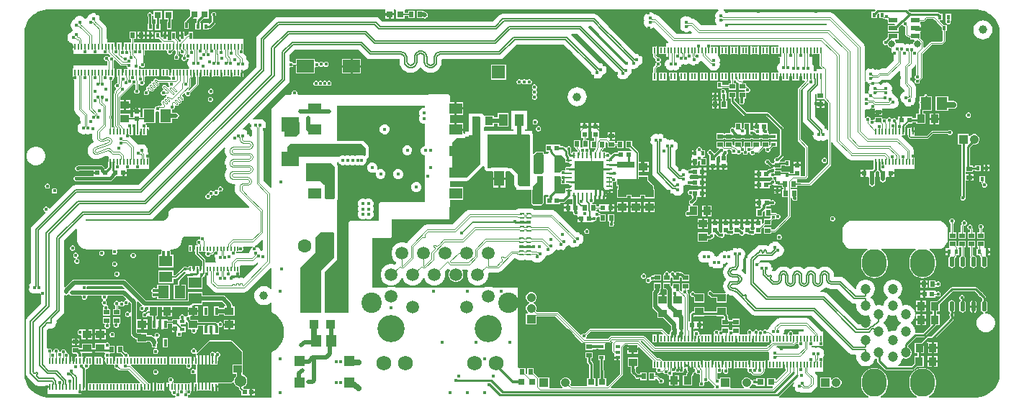
<source format=gbl>
G04*
G04 #@! TF.GenerationSoftware,Altium Limited,Altium Designer,21.3.2 (30)*
G04*
G04 Layer_Physical_Order=6*
G04 Layer_Color=16711680*
%FSLAX44Y44*%
%MOMM*%
G71*
G04*
G04 #@! TF.SameCoordinates,F6AF6AA3-D760-431E-B483-83C9D8F16B82*
G04*
G04*
G04 #@! TF.FilePolarity,Positive*
G04*
G01*
G75*
%ADD10C,0.2500*%
%ADD13C,0.2000*%
%ADD16C,0.2540*%
%ADD23R,0.5500X0.6500*%
%ADD24R,0.6500X0.5500*%
%ADD25R,0.4500X0.5500*%
%ADD27R,0.8000X0.8000*%
%ADD31R,1.0000X0.9000*%
%ADD33R,0.6200X0.6200*%
%ADD34R,0.6200X0.6200*%
%ADD35R,0.9000X1.0000*%
%ADD59R,1.2000X1.2000*%
%ADD60R,1.1500X1.8000*%
%ADD61R,1.1500X1.4500*%
%ADD65R,1.5000X1.3000*%
%ADD66R,0.3000X0.7100*%
%ADD69R,0.5500X0.4500*%
%ADD71R,1.0500X1.4000*%
%ADD148C,0.5080*%
%ADD158C,0.1020*%
%ADD159C,0.1386*%
%ADD160C,0.1350*%
%ADD161C,0.1016*%
%ADD162C,0.5000*%
%ADD163C,1.0000*%
%ADD165C,0.1339*%
%ADD166C,0.2554*%
%ADD167C,0.7000*%
%ADD168C,0.3810*%
%ADD169C,0.1270*%
%ADD170C,0.1500*%
%ADD172C,0.2032*%
%ADD173C,0.3000*%
%ADD174C,1.2000*%
%ADD175O,2.9000X3.3000*%
%ADD176O,0.9500X1.2500*%
%ADD177O,1.5500X0.9000*%
%ADD178R,1.0500X1.0500*%
%ADD179C,1.0500*%
%ADD180R,1.0500X1.0500*%
%ADD181C,1.3680*%
%ADD182R,1.3680X1.3680*%
%ADD183C,0.8100*%
%ADD184O,1.5000X2.5500*%
%ADD185C,5.3000*%
%ADD186C,0.4064*%
%ADD187C,1.6000*%
%ADD188R,1.6000X1.6000*%
%ADD189C,1.5000*%
%ADD190C,1.7500*%
%ADD191C,3.2000*%
%ADD192C,2.4000*%
%ADD193C,0.5000*%
%ADD195C,0.1030*%
%ADD198R,0.4000X0.4800*%
%ADD199R,0.1800X0.7000*%
G04:AMPARAMS|DCode=200|XSize=3.45mm|YSize=3.45mm|CornerRadius=0.0863mm|HoleSize=0mm|Usage=FLASHONLY|Rotation=90.000|XOffset=0mm|YOffset=0mm|HoleType=Round|Shape=RoundedRectangle|*
%AMROUNDEDRECTD200*
21,1,3.4500,3.2775,0,0,90.0*
21,1,3.2775,3.4500,0,0,90.0*
1,1,0.1725,1.6388,1.6388*
1,1,0.1725,1.6388,-1.6388*
1,1,0.1725,-1.6388,-1.6388*
1,1,0.1725,-1.6388,1.6388*
%
%ADD200ROUNDEDRECTD200*%
G04:AMPARAMS|DCode=201|XSize=0.25mm|YSize=0.6mm|CornerRadius=0.0313mm|HoleSize=0mm|Usage=FLASHONLY|Rotation=0.000|XOffset=0mm|YOffset=0mm|HoleType=Round|Shape=RoundedRectangle|*
%AMROUNDEDRECTD201*
21,1,0.2500,0.5375,0,0,0.0*
21,1,0.1875,0.6000,0,0,0.0*
1,1,0.0625,0.0938,-0.2688*
1,1,0.0625,-0.0938,-0.2688*
1,1,0.0625,-0.0938,0.2688*
1,1,0.0625,0.0938,0.2688*
%
%ADD201ROUNDEDRECTD201*%
G04:AMPARAMS|DCode=202|XSize=0.25mm|YSize=0.6mm|CornerRadius=0.0313mm|HoleSize=0mm|Usage=FLASHONLY|Rotation=90.000|XOffset=0mm|YOffset=0mm|HoleType=Round|Shape=RoundedRectangle|*
%AMROUNDEDRECTD202*
21,1,0.2500,0.5375,0,0,90.0*
21,1,0.1875,0.6000,0,0,90.0*
1,1,0.0625,0.2688,0.0938*
1,1,0.0625,0.2688,-0.0938*
1,1,0.0625,-0.2688,-0.0938*
1,1,0.0625,-0.2688,0.0938*
%
%ADD202ROUNDEDRECTD202*%
%ADD203R,0.4000X0.9000*%
%ADD204R,0.8000X2.0000*%
%ADD205R,0.2200X0.5000*%
%ADD206R,0.2000X0.7000*%
%ADD207R,1.5500X1.2700*%
%ADD208R,1.0000X1.0000*%
%ADD209R,2.1590X1.7780*%
%ADD210R,1.4000X1.3900*%
%ADD211R,4.8600X3.3600*%
%ADD212R,0.6000X0.4200*%
G04:AMPARAMS|DCode=213|XSize=0.2mm|YSize=0.565mm|CornerRadius=0.05mm|HoleSize=0mm|Usage=FLASHONLY|Rotation=90.000|XOffset=0mm|YOffset=0mm|HoleType=Round|Shape=RoundedRectangle|*
%AMROUNDEDRECTD213*
21,1,0.2000,0.4650,0,0,90.0*
21,1,0.1000,0.5650,0,0,90.0*
1,1,0.1000,0.2325,0.0500*
1,1,0.1000,0.2325,-0.0500*
1,1,0.1000,-0.2325,-0.0500*
1,1,0.1000,-0.2325,0.0500*
%
%ADD213ROUNDEDRECTD213*%
G04:AMPARAMS|DCode=214|XSize=0.4mm|YSize=0.565mm|CornerRadius=0.05mm|HoleSize=0mm|Usage=FLASHONLY|Rotation=90.000|XOffset=0mm|YOffset=0mm|HoleType=Round|Shape=RoundedRectangle|*
%AMROUNDEDRECTD214*
21,1,0.4000,0.4650,0,0,90.0*
21,1,0.3000,0.5650,0,0,90.0*
1,1,0.1000,0.2325,0.1500*
1,1,0.1000,0.2325,-0.1500*
1,1,0.1000,-0.2325,-0.1500*
1,1,0.1000,-0.2325,0.1500*
%
%ADD214ROUNDEDRECTD214*%
%ADD215R,2.0000X1.5000*%
%ADD216R,0.1500X0.6500*%
%ADD217R,1.3000X1.5000*%
%ADD218R,1.0000X0.6000*%
%ADD219R,0.4000X0.5100*%
%ADD220R,0.5200X0.5200*%
%ADD221R,2.0000X0.8000*%
%ADD222R,0.5200X0.5200*%
%ADD223O,0.5500X1.2500*%
%ADD224C,0.1540*%
%ADD225C,0.5080*%
%ADD226C,0.1340*%
%ADD227C,0.3800*%
G36*
X944928Y440874D02*
X944249Y439604D01*
X828089D01*
X827410Y440874D01*
X827594Y441149D01*
X944745D01*
X944928Y440874D01*
D02*
G37*
G36*
X1125548Y457891D02*
X1129141Y456928D01*
X1132577Y455505D01*
X1135799Y453645D01*
X1138750Y451380D01*
X1141380Y448750D01*
X1143645Y445799D01*
X1145505Y442578D01*
X1146928Y439141D01*
X1147891Y435548D01*
X1148376Y431860D01*
Y430000D01*
X1148376Y30000D01*
X1148376Y28140D01*
X1147891Y24452D01*
X1146928Y20859D01*
X1145505Y17422D01*
X1143645Y14201D01*
X1141380Y11250D01*
X1138750Y8619D01*
X1135799Y6355D01*
X1132577Y4495D01*
X1129141Y3072D01*
X1125547Y2109D01*
X1121860Y1623D01*
X1120000Y1624D01*
X1065172D01*
X1064854Y2894D01*
X1066510Y3778D01*
X1068872Y5717D01*
X1070811Y8080D01*
X1072252Y10776D01*
X1073139Y13700D01*
X1073439Y16742D01*
Y20742D01*
X1073139Y23784D01*
X1072252Y26709D01*
X1070811Y29404D01*
X1068872Y31767D01*
X1066510Y33705D01*
X1063814Y35146D01*
X1060890Y36033D01*
X1057848Y36333D01*
X1054806Y36033D01*
X1051881Y35146D01*
X1049186Y33705D01*
X1046823Y31767D01*
X1044884Y29404D01*
X1043444Y26709D01*
X1042556Y23784D01*
X1042257Y20742D01*
Y16742D01*
X1042556Y13700D01*
X1043444Y10776D01*
X1044884Y8080D01*
X1046823Y5717D01*
X1049186Y3778D01*
X1050842Y2894D01*
X1050523Y1624D01*
X1008372D01*
X1008054Y2894D01*
X1009710Y3778D01*
X1012072Y5717D01*
X1014011Y8080D01*
X1015452Y10776D01*
X1016339Y13700D01*
X1016639Y16742D01*
Y20742D01*
X1016339Y23784D01*
X1015452Y26709D01*
X1014011Y29404D01*
X1012072Y31767D01*
X1009710Y33705D01*
X1007014Y35146D01*
X1004090Y36033D01*
X1001048Y36333D01*
X998006Y36033D01*
X995081Y35146D01*
X992386Y33705D01*
X990023Y31767D01*
X988084Y29404D01*
X986644Y26709D01*
X985756Y23784D01*
X985457Y20742D01*
Y16742D01*
X985756Y13700D01*
X986644Y10776D01*
X988084Y8080D01*
X990023Y5717D01*
X992386Y3778D01*
X994042Y2894D01*
X993723Y1624D01*
X889304Y1624D01*
X888925Y2404D01*
X888861Y2894D01*
X905626Y19658D01*
X906642Y18878D01*
X905959Y17695D01*
X905474Y15886D01*
Y14014D01*
X905959Y12205D01*
X906895Y10583D01*
X908219Y9259D01*
X909841Y8323D01*
X911650Y7838D01*
X913522D01*
X913904Y7940D01*
X914577Y7490D01*
X916758Y7056D01*
X923958D01*
X926139Y7490D01*
X927987Y8725D01*
X932588Y13326D01*
X933822Y15174D01*
X934256Y17354D01*
Y24787D01*
X933823Y26967D01*
X932588Y28815D01*
X931070Y30333D01*
X931556Y31506D01*
X940390D01*
Y35316D01*
X940580D01*
Y44856D01*
X940390D01*
Y48623D01*
X940645Y48878D01*
X941582Y50500D01*
X942066Y52309D01*
Y54182D01*
X941582Y55990D01*
X940645Y57612D01*
X939321Y58936D01*
X937699Y59873D01*
X935891Y60357D01*
X934018D01*
X932414Y59928D01*
X930811Y60357D01*
X928938D01*
X928158Y60148D01*
X927150Y60921D01*
Y62306D01*
X940390D01*
Y66116D01*
X940580D01*
Y75656D01*
X940390D01*
Y79466D01*
X938430D01*
X937482Y80886D01*
X924931Y93437D01*
X923082Y94672D01*
X920902Y95105D01*
X889628D01*
X887448Y94672D01*
X885599Y93437D01*
X880018Y87856D01*
X878783Y86007D01*
X878608Y85127D01*
X878283Y84939D01*
X876959Y83615D01*
X876023Y81993D01*
X875831Y81276D01*
X874414Y80897D01*
X874227Y81084D01*
X873106Y81548D01*
X871894D01*
X870773Y81084D01*
X869916Y80227D01*
X868519Y80172D01*
X868377Y80314D01*
X867257Y80778D01*
X866044D01*
X864924Y80314D01*
X864488Y79878D01*
X864178Y79940D01*
X863320Y80797D01*
X862200Y81261D01*
X860987D01*
X859867Y80797D01*
X859010Y79940D01*
X858673Y79126D01*
X858636Y79119D01*
X857373Y79199D01*
X857032Y80022D01*
X856174Y80879D01*
X855054Y81343D01*
X853841D01*
X852721Y80879D01*
X851864Y80022D01*
X851400Y78902D01*
Y77689D01*
X851821Y76672D01*
X851633Y76140D01*
X851234Y75402D01*
X842774D01*
X842566Y76586D01*
X842566D01*
Y84118D01*
X834034D01*
Y81373D01*
X832764Y80525D01*
X832698Y80552D01*
X831485D01*
X831331Y80488D01*
X830061Y81337D01*
Y84118D01*
X821529D01*
Y80723D01*
X820916Y80313D01*
X819704D01*
X818584Y79849D01*
X817286Y80347D01*
X816997Y80636D01*
X815877Y81100D01*
X814665D01*
X813544Y80636D01*
X812687Y79778D01*
X812223Y78658D01*
Y77445D01*
X812438Y76926D01*
X811698Y75659D01*
X811694Y75656D01*
X811580D01*
Y70886D01*
Y66116D01*
X812580D01*
Y66370D01*
X820040D01*
Y66116D01*
X821040D01*
Y70886D01*
X823580D01*
Y66116D01*
X824580D01*
Y66370D01*
X836040D01*
Y66116D01*
X837040D01*
Y70886D01*
X839580D01*
Y66116D01*
X840580D01*
Y66370D01*
X856040D01*
Y66116D01*
X857040D01*
Y70886D01*
X859580D01*
Y66116D01*
X860580D01*
Y66370D01*
X876040D01*
Y66116D01*
X877501D01*
X877987Y64943D01*
X874130Y61086D01*
X743044D01*
X731018Y73112D01*
X729851Y73595D01*
X691309D01*
X690142Y73112D01*
X687523Y70493D01*
X662538D01*
X662012Y71763D01*
X662319Y72070D01*
X662783Y73190D01*
Y74403D01*
X662716Y74566D01*
X667112Y78962D01*
X750556D01*
X752943Y76575D01*
X752457Y75402D01*
X748580D01*
Y75656D01*
X747580D01*
Y70886D01*
Y66116D01*
X748580D01*
Y66370D01*
X792040D01*
Y66116D01*
X793040D01*
Y70886D01*
X795580D01*
Y66116D01*
X796580D01*
Y66370D01*
X808040D01*
Y66116D01*
X809040D01*
Y70886D01*
Y75656D01*
X808040D01*
Y75402D01*
X796580D01*
Y75656D01*
X795230D01*
X794753Y76371D01*
Y77583D01*
X794288Y78703D01*
X793431Y79561D01*
X792311Y80025D01*
X791098D01*
X789978Y79561D01*
X789911Y79494D01*
X788641Y80020D01*
Y81826D01*
X789139Y82324D01*
X789911Y82683D01*
X790884Y82470D01*
X791535Y82470D01*
X793984D01*
Y86840D01*
Y91210D01*
X791535D01*
X790884Y91210D01*
X789911Y90998D01*
X789139Y91356D01*
X788641Y91854D01*
Y95968D01*
X788974Y97100D01*
X801006D01*
Y98050D01*
X815073D01*
Y97100D01*
X823603D01*
X824169Y96535D01*
Y94118D01*
X821529D01*
Y86586D01*
X830061D01*
Y88017D01*
X834034D01*
Y86586D01*
X842566D01*
Y94118D01*
X834034D01*
Y92679D01*
X830061D01*
Y94118D01*
X828831D01*
Y97500D01*
X828653Y98392D01*
X828148Y99148D01*
X827105Y100191D01*
Y108132D01*
X815073D01*
Y102711D01*
X801006D01*
Y108132D01*
X788974D01*
Y102711D01*
X787725D01*
X786833Y102534D01*
X786076Y102029D01*
X784662Y100614D01*
X784157Y99858D01*
X783979Y98966D01*
Y90956D01*
X782667D01*
Y122910D01*
X782184Y124076D01*
X781149Y125111D01*
X781181Y125188D01*
Y126401D01*
X780865Y127164D01*
X781333Y128159D01*
X781600Y128434D01*
X782866D01*
Y135966D01*
X774334D01*
Y128434D01*
X774441D01*
X775145Y127363D01*
X774812Y126513D01*
X773524Y126145D01*
X772567Y127102D01*
X772598Y127179D01*
Y128392D01*
X772216Y129315D01*
Y136116D01*
X763684D01*
Y132882D01*
X762414Y132356D01*
X761466Y133304D01*
Y136266D01*
X752934D01*
Y128734D01*
X755896D01*
X757149Y127481D01*
Y122170D01*
X753470D01*
Y116400D01*
X750930D01*
Y122170D01*
X747318D01*
X747117Y123440D01*
X748154Y124476D01*
X748154Y124476D01*
X748940Y125653D01*
X749216Y127040D01*
X749216Y127040D01*
Y128834D01*
X750566D01*
Y136366D01*
X742034D01*
Y132740D01*
X741964Y132390D01*
X741964Y132390D01*
Y128542D01*
X740786Y127364D01*
X740000Y126187D01*
X739724Y124800D01*
X739724Y124800D01*
Y108750D01*
X739724Y108750D01*
X740000Y107362D01*
X740786Y106186D01*
X746184Y100788D01*
Y94884D01*
X753089D01*
X762136Y85837D01*
Y81588D01*
X762136Y81588D01*
X762312Y80700D01*
X762164Y80601D01*
X760932Y79369D01*
X760427Y78613D01*
X760249Y77721D01*
Y75402D01*
X758627D01*
X758110Y75919D01*
X758000Y76184D01*
X752406Y81778D01*
X751240Y82261D01*
X666429D01*
X665263Y81778D01*
X660329Y76845D01*
X659129D01*
X658008Y76381D01*
X657151Y75523D01*
X657117Y75442D01*
X655619Y75144D01*
X629013Y101750D01*
X627846Y102234D01*
X604299D01*
X603129Y103404D01*
X603916Y105304D01*
Y107796D01*
X602962Y110099D01*
X601199Y111862D01*
X600353Y112213D01*
Y113587D01*
X601199Y113938D01*
X602962Y115701D01*
X603916Y118004D01*
Y120496D01*
X602962Y122799D01*
X601199Y124562D01*
X598896Y125516D01*
X596404D01*
X594101Y124562D01*
X592338Y122799D01*
X591384Y120496D01*
Y118004D01*
X592338Y115701D01*
X594101Y113938D01*
X594947Y113587D01*
Y112213D01*
X594101Y111862D01*
X592338Y110099D01*
X591384Y107796D01*
Y105304D01*
X592338Y103001D01*
X593953Y101386D01*
X593838Y100689D01*
X593563Y100116D01*
X591384D01*
Y87584D01*
X603916D01*
Y96902D01*
X626106D01*
X657363Y65645D01*
X658530Y65162D01*
X659994D01*
X661150Y64886D01*
X661150Y63892D01*
Y57354D01*
X669682D01*
Y57549D01*
X669871Y57752D01*
X670952Y58292D01*
X671653Y58002D01*
X672866D01*
X673986Y58466D01*
X674190Y58670D01*
X676284D01*
Y58234D01*
X684316D01*
Y63892D01*
X684316Y64466D01*
X685298Y65162D01*
X689048D01*
X690215Y65645D01*
X692126Y67557D01*
X693058Y66740D01*
X692575Y65574D01*
Y55986D01*
X693058Y54820D01*
X694076Y53802D01*
X695242Y53319D01*
X695284D01*
Y51734D01*
X695030Y51720D01*
Y49620D01*
X699300D01*
Y48350D01*
X700570D01*
Y44980D01*
X702266D01*
Y29467D01*
X687181Y14382D01*
X686884D01*
X685636Y14434D01*
X685636Y15652D01*
Y24466D01*
X682930D01*
Y33518D01*
X682755Y34402D01*
X682610Y34618D01*
Y45234D01*
X684316D01*
Y51466D01*
X676284D01*
Y45234D01*
X677990D01*
Y24466D01*
X675604D01*
X675604Y14434D01*
X674370Y14382D01*
X673136Y14434D01*
X673136Y15652D01*
Y24466D01*
X670564D01*
Y41027D01*
X670388Y41911D01*
X669888Y42660D01*
X667726Y44822D01*
Y47354D01*
X669682D01*
Y54886D01*
X661150D01*
Y47354D01*
X663106D01*
Y43865D01*
X663281Y42981D01*
X663782Y42231D01*
X665944Y40070D01*
Y24466D01*
X663104D01*
X663104Y14434D01*
X661856Y14382D01*
X644795D01*
X643273Y15904D01*
X644060Y17804D01*
Y20296D01*
X643106Y22599D01*
X641343Y24362D01*
X639040Y25316D01*
X636548D01*
X634245Y24362D01*
X632482Y22599D01*
X631528Y20296D01*
Y17804D01*
X632482Y15501D01*
X634245Y13738D01*
X634530Y13620D01*
X634278Y12350D01*
X619750D01*
X618660Y12784D01*
Y25316D01*
X606128D01*
X606128Y25316D01*
Y25316D01*
X606128Y25316D01*
X604992Y25640D01*
X600616Y30017D01*
Y36216D01*
X593084D01*
Y29345D01*
X591814Y28819D01*
X590616Y30017D01*
Y36216D01*
X583084D01*
Y36216D01*
X581978Y36612D01*
Y130500D01*
X552929D01*
X551670Y131227D01*
X548793Y131998D01*
X545815D01*
X542939Y131227D01*
X541679Y130500D01*
X438629D01*
X437370Y131227D01*
X434493Y131998D01*
X431515D01*
X428639Y131227D01*
X427379Y130500D01*
X410609D01*
Y189288D01*
X432242D01*
X433020Y189611D01*
X433342Y190388D01*
Y205778D01*
X433342Y205778D01*
Y211498D01*
X500450D01*
X501227Y211820D01*
X501549Y212598D01*
Y225512D01*
X501609Y225536D01*
X501931Y226314D01*
Y234226D01*
X517354D01*
Y248958D01*
X501931D01*
Y256432D01*
X504341D01*
X504716Y256357D01*
X521758D01*
X523245Y256653D01*
X524505Y257495D01*
X540653Y273643D01*
X540759Y273801D01*
X541398Y273838D01*
X542571Y272712D01*
Y271564D01*
X542867Y270077D01*
X543709Y268817D01*
X544969Y267975D01*
X546456Y267679D01*
X550430Y267679D01*
X551700Y267932D01*
X552970Y267268D01*
Y260388D01*
X559990D01*
X567010D01*
Y267268D01*
X568280Y267932D01*
X569550Y267679D01*
X572619Y267679D01*
X577455Y262843D01*
Y253018D01*
X577455Y253018D01*
X577455Y253018D01*
X577593Y252328D01*
X577751Y251531D01*
X577751Y251531D01*
X577751Y251531D01*
X578175Y250898D01*
X578593Y250271D01*
X578593Y250271D01*
X578593Y250271D01*
X580430Y248434D01*
Y246308D01*
X583866D01*
X584240Y246234D01*
X595740Y246233D01*
X596115Y246308D01*
X597800D01*
Y230299D01*
X598122Y229521D01*
X599743Y227900D01*
X600521Y227578D01*
X609266D01*
X610043Y227900D01*
X611783Y229640D01*
X612105Y230418D01*
Y239515D01*
X612964Y239871D01*
X617017D01*
X617687Y238843D01*
X617236Y237611D01*
X614612D01*
Y229379D01*
X622341D01*
X622843Y229379D01*
Y229379D01*
X623612D01*
Y229379D01*
X631843D01*
Y230930D01*
X635831D01*
X636813Y231125D01*
X637645Y231681D01*
X640462Y234498D01*
X645650Y234496D01*
Y230205D01*
X644941Y229229D01*
X644291Y229229D01*
X641842D01*
Y224859D01*
Y220489D01*
X644291D01*
X644941Y220489D01*
X645736Y220662D01*
X646787Y220065D01*
X647006Y219845D01*
Y219671D01*
X647202Y218689D01*
X647291Y218556D01*
Y218298D01*
X647755Y217177D01*
X648612Y216320D01*
X649732Y215856D01*
X650945D01*
X651856Y215247D01*
Y213360D01*
X656226D01*
Y212090D01*
X657496D01*
Y207720D01*
X660596D01*
Y207720D01*
X661110Y207974D01*
X669342D01*
Y207974D01*
X670518Y208842D01*
X671730D01*
X672850Y209306D01*
X673708Y210163D01*
X674172Y211283D01*
Y212496D01*
X674036Y212823D01*
X674907Y214040D01*
X675376D01*
X676497Y214504D01*
X676701Y214545D01*
X677855Y214067D01*
Y208586D01*
X685387D01*
Y217118D01*
X680199D01*
X679191Y218126D01*
X678019Y218612D01*
X677438D01*
X677354Y218815D01*
X676497Y219672D01*
X675475Y220095D01*
X675355Y220151D01*
X674411Y220831D01*
X674411Y222304D01*
X675310Y223202D01*
X677785D01*
Y220743D01*
X685367D01*
X686532Y220489D01*
X687182Y220489D01*
X689631D01*
Y224859D01*
Y229229D01*
X687182D01*
X686532Y229229D01*
X685367Y228975D01*
X677785D01*
Y226516D01*
X674411D01*
Y229125D01*
X669554D01*
X669302Y230395D01*
X670077Y230716D01*
X670934Y231573D01*
X671398Y232694D01*
Y233317D01*
X671696Y233869D01*
Y238787D01*
X674236D01*
Y234552D01*
X674521Y234609D01*
X675044Y234959D01*
X675887D01*
X676411Y234609D01*
X676696Y234552D01*
Y238787D01*
X679236D01*
Y234552D01*
X679521Y234609D01*
X680044Y234959D01*
X680887D01*
X681411Y234609D01*
X681696Y234552D01*
Y238787D01*
X682966D01*
Y240057D01*
X685517D01*
Y241475D01*
X685451Y241806D01*
X685783Y242299D01*
X685954Y242470D01*
X686447Y242802D01*
X686778Y242736D01*
X688195D01*
Y245287D01*
X689465D01*
Y246558D01*
X693700D01*
X693644Y246842D01*
X693480Y247087D01*
X693280Y247891D01*
X693262Y248556D01*
X693591Y249350D01*
Y249512D01*
X693608Y249552D01*
X693591Y249593D01*
Y251225D01*
X693170Y252242D01*
X693170Y253333D01*
X693591Y254350D01*
Y254787D01*
X694568D01*
X695688Y255251D01*
X696546Y256108D01*
X696794Y256706D01*
X698064Y256454D01*
Y250229D01*
X699178D01*
Y247324D01*
X698580D01*
Y236292D01*
X710612D01*
Y239184D01*
X714598D01*
Y236108D01*
X726630D01*
Y239184D01*
X730534D01*
Y236065D01*
X742566D01*
Y247097D01*
X741764D01*
Y249936D01*
X741442Y250714D01*
X741404Y250752D01*
X740951Y251845D01*
X740094Y252702D01*
X739001Y253155D01*
X735250Y256905D01*
Y262564D01*
X723897D01*
Y267278D01*
X727964D01*
Y273048D01*
Y278818D01*
X723897D01*
Y289261D01*
X723740Y290047D01*
X723295Y290714D01*
X723295Y290714D01*
X715902Y298107D01*
Y303732D01*
X708370D01*
Y295200D01*
X712995D01*
X715535Y292660D01*
X715009Y291390D01*
X708530D01*
X707260Y291390D01*
X706758Y291390D01*
X699028D01*
Y289605D01*
X695202D01*
X694310Y289427D01*
X693554Y288922D01*
X691642Y287010D01*
X691197Y287048D01*
X690250Y287414D01*
X689908Y288239D01*
X689051Y289096D01*
X687930Y289560D01*
X686718D01*
X686597Y289510D01*
X686453Y289506D01*
X685041Y290199D01*
X684920Y290492D01*
X683903Y290913D01*
X682028D01*
X681234Y290584D01*
X680827Y290798D01*
X680533Y292120D01*
X682306Y293893D01*
X682789Y295060D01*
Y295133D01*
X684905D01*
Y301900D01*
X686176Y302426D01*
X687376Y301225D01*
Y295526D01*
X695908D01*
Y297816D01*
X698370D01*
Y295200D01*
X705902D01*
Y303732D01*
X698370D01*
Y301116D01*
X695908D01*
Y303058D01*
X690125D01*
X690066Y303200D01*
X689168Y304099D01*
X689654Y305272D01*
X690372D01*
Y308022D01*
X687122D01*
Y307522D01*
X685952Y306632D01*
X678568D01*
X677985Y306390D01*
X676954Y307338D01*
Y314548D01*
X677207Y315713D01*
X677207Y316364D01*
Y318813D01*
X668467D01*
Y316364D01*
X668467Y315713D01*
X668721Y314548D01*
Y306967D01*
X671188D01*
Y303665D01*
X667374D01*
Y295133D01*
X673504D01*
X673546Y293863D01*
X671799Y292116D01*
X671329Y290980D01*
X671161Y290907D01*
X670294Y290671D01*
X669765Y290802D01*
X669521Y290966D01*
X669236Y291022D01*
Y286787D01*
X666696D01*
Y291371D01*
X665988Y292094D01*
Y292960D01*
X665524Y294081D01*
X665327Y294278D01*
X665267Y295523D01*
X665267Y295523D01*
Y304055D01*
X661787D01*
Y307221D01*
X664253D01*
Y314802D01*
X664508Y315967D01*
X664508Y316618D01*
Y319067D01*
X655768D01*
Y316618D01*
X655768Y315967D01*
X656021Y314802D01*
Y307221D01*
X658488D01*
Y304055D01*
X657736D01*
Y295911D01*
X657279D01*
X656537Y295604D01*
X655519Y296094D01*
X655267Y296348D01*
Y304055D01*
X647736D01*
Y295523D01*
X649852D01*
Y294648D01*
X650335Y293482D01*
X651638Y292179D01*
Y290751D01*
X651253Y290592D01*
X649920Y290492D01*
X649678Y290592D01*
X648903Y290913D01*
X647028D01*
X646011Y290492D01*
X645590Y289475D01*
Y289118D01*
X644056D01*
X643934Y289241D01*
Y292536D01*
X644187Y292789D01*
X644651Y293910D01*
Y295122D01*
X644187Y296243D01*
X643330Y297100D01*
X642209Y297564D01*
X640997D01*
X639877Y297100D01*
X639019Y296243D01*
X638864Y295868D01*
X637382Y295555D01*
X636071Y296865D01*
X635315Y297370D01*
X634423Y297548D01*
X631590D01*
Y299333D01*
X623358D01*
X623358Y299333D01*
X622589D01*
Y299333D01*
X622088Y299333D01*
X614357D01*
Y291101D01*
X617973D01*
Y290679D01*
X618150Y289787D01*
X618195Y289721D01*
X617516Y288451D01*
X613033D01*
X612373Y289039D01*
X612174Y289901D01*
X611996Y290151D01*
X611879Y290433D01*
X611760Y290482D01*
X611685Y290587D01*
X611384Y290637D01*
X611101Y290754D01*
X606278Y290748D01*
X603846D01*
X603069Y290426D01*
X600799Y288156D01*
X599626Y288642D01*
X599626Y310248D01*
X599626Y310249D01*
X599626Y310249D01*
X599488Y310940D01*
X599330Y311735D01*
X599330Y311735D01*
X599330Y311735D01*
X598866Y312430D01*
Y315104D01*
X595071D01*
X594696Y315179D01*
X589908D01*
Y317396D01*
X592534D01*
Y339016D01*
X574414D01*
Y317396D01*
X577040D01*
Y315179D01*
X546456D01*
X546081Y315104D01*
X543061D01*
X542646Y315104D01*
X541791Y316020D01*
Y319833D01*
X542676Y320736D01*
X543061Y320736D01*
X553708D01*
Y323894D01*
X558208D01*
Y320190D01*
X570740D01*
Y336222D01*
X558208D01*
Y331064D01*
X553708D01*
Y332768D01*
X542883D01*
X542676Y332768D01*
X541529Y333066D01*
X541495Y333239D01*
X540653Y334499D01*
X540502Y334600D01*
Y335562D01*
X538282D01*
X537906Y335637D01*
X528038D01*
X527663Y335562D01*
X523882D01*
Y317942D01*
X524154D01*
Y314454D01*
X520126D01*
Y312484D01*
X518878Y312236D01*
X517608Y312900D01*
Y315322D01*
X508588D01*
Y316592D01*
X507318D01*
Y324212D01*
X501931D01*
Y333972D01*
X507318D01*
Y341592D01*
Y349212D01*
X501931D01*
Y357082D01*
X501609Y357860D01*
X500831Y358182D01*
X476656D01*
X476143Y357970D01*
X323145D01*
X322296Y359240D01*
X322326Y359312D01*
Y360524D01*
X321862Y361645D01*
X321005Y362502D01*
X319884Y362966D01*
X318672D01*
X317551Y362502D01*
X316694Y361645D01*
X316230Y360524D01*
Y359312D01*
X316260Y359240D01*
X315411Y357970D01*
X309012D01*
X308234Y357648D01*
X292564Y341978D01*
X292242Y341200D01*
X292242Y341200D01*
Y248815D01*
X291069Y248329D01*
X282926Y256471D01*
Y316186D01*
X282992Y316224D01*
X284317Y317549D01*
X285253Y319170D01*
X285738Y320979D01*
Y322852D01*
X285253Y324661D01*
X284317Y326282D01*
X282992Y327607D01*
X281371Y328543D01*
X279562Y329027D01*
X277689D01*
X276086Y328598D01*
X274482Y329027D01*
X272609D01*
X271207Y328652D01*
X270549Y329790D01*
X311819Y371060D01*
X313095Y372969D01*
X313543Y375222D01*
Y389881D01*
X314599Y390587D01*
X314644Y390568D01*
X315856D01*
X316977Y391032D01*
X317834Y391890D01*
X317866Y391967D01*
X321140D01*
Y382898D01*
X343172D01*
Y389784D01*
X344442Y390633D01*
X344598Y390568D01*
X345810D01*
X346931Y391032D01*
X347167Y391269D01*
X347837Y391860D01*
X348826Y391269D01*
X348905Y391189D01*
X350026Y390725D01*
X351238D01*
X352359Y391189D01*
X352589Y391419D01*
X353533Y391854D01*
X354248Y391419D01*
X354583Y391085D01*
X355703Y390621D01*
X356916D01*
X358036Y391085D01*
X358893Y391942D01*
X359357Y393062D01*
Y394275D01*
X358893Y395395D01*
X358036Y396253D01*
X356916Y396717D01*
X355703D01*
X354583Y396253D01*
X354353Y396022D01*
X353408Y395588D01*
X352693Y396022D01*
X352359Y396357D01*
X351238Y396821D01*
X350026D01*
X348905Y396357D01*
X348669Y396121D01*
X347999Y395529D01*
X347010Y396121D01*
X346931Y396200D01*
X345810Y396664D01*
X344598D01*
X344442Y396600D01*
X343172Y397448D01*
Y399930D01*
X321140D01*
Y395266D01*
X317866D01*
X317834Y395343D01*
X316977Y396200D01*
X315856Y396664D01*
X314644D01*
X314599Y396646D01*
X313543Y397351D01*
Y404718D01*
X319938Y411114D01*
X394562D01*
X403994Y401681D01*
X405904Y400405D01*
X408157Y399957D01*
X433912D01*
X433912Y399957D01*
X442721D01*
Y396884D01*
X442725Y396864D01*
X443168Y393504D01*
X444472Y390355D01*
X446548Y387650D01*
X449253Y385574D01*
X452402Y384270D01*
X455782Y383825D01*
X459162Y384270D01*
X462312Y385574D01*
X465017Y387650D01*
X466705Y389849D01*
X466869Y389921D01*
X468082D01*
X468246Y389849D01*
X469934Y387650D01*
X472639Y385574D01*
X475788Y384270D01*
X479169Y383825D01*
X482549Y384270D01*
X485699Y385574D01*
X488403Y387650D01*
X490479Y390355D01*
X491783Y393504D01*
X492226Y396864D01*
X492230Y396884D01*
Y398983D01*
X492883Y399957D01*
X560778D01*
X563031Y400405D01*
X564940Y401681D01*
X580373Y417114D01*
X635553D01*
X668130Y384537D01*
Y383100D01*
X668615Y381291D01*
X669551Y379669D01*
X670875Y378345D01*
X672497Y377408D01*
X674306Y376924D01*
X676178D01*
X677987Y377408D01*
X679609Y378345D01*
X680933Y379669D01*
X681763Y381107D01*
X683201Y381937D01*
X684525Y383261D01*
X685461Y384883D01*
X685946Y386692D01*
Y388564D01*
X685461Y390373D01*
X684525Y391995D01*
X683201Y393319D01*
X681579Y394255D01*
X679770Y394740D01*
X678333D01*
X644633Y428440D01*
X645119Y429614D01*
X652063D01*
X694454Y387222D01*
X694454Y387222D01*
X698068Y383609D01*
Y382171D01*
X698552Y380362D01*
X699489Y378741D01*
X700813Y377416D01*
X702434Y376480D01*
X704243Y375996D01*
X706116D01*
X707925Y376480D01*
X709546Y377416D01*
X710871Y378741D01*
X711701Y380178D01*
X713139Y381009D01*
X714463Y382333D01*
X715399Y383955D01*
X715884Y385763D01*
Y387044D01*
X716646Y387945D01*
X717070Y388116D01*
X718664D01*
X720473Y388601D01*
X722095Y389537D01*
X723419Y390861D01*
X724249Y392299D01*
X725687Y393129D01*
X727011Y394453D01*
X727947Y396075D01*
X728432Y397884D01*
Y399756D01*
X727947Y401565D01*
X727011Y403187D01*
X725687Y404511D01*
X724065Y405447D01*
X722256Y405932D01*
X720819D01*
X719642Y407109D01*
X719541Y407177D01*
X698106Y428611D01*
X698106Y428611D01*
X688299Y438419D01*
X688299Y438419D01*
X675455Y451263D01*
X673545Y452539D01*
X671292Y452987D01*
X575849D01*
X575729Y453010D01*
X564248D01*
X561996Y452562D01*
X560086Y451286D01*
X553148Y444349D01*
X422111D01*
X418905Y447555D01*
X416995Y448830D01*
X414743Y449279D01*
X299495D01*
X297242Y448830D01*
X295333Y447555D01*
X275769Y427991D01*
X274493Y426081D01*
X274045Y423828D01*
Y390319D01*
X135544Y251819D01*
X61495D01*
X59243Y251371D01*
X57333Y250095D01*
X31105Y223867D01*
X29751Y224309D01*
X29468Y224993D01*
X28611Y225850D01*
X27490Y226314D01*
X26278D01*
X25157Y225850D01*
X24300Y224993D01*
X23836Y223872D01*
Y222660D01*
X24300Y221539D01*
X25157Y220682D01*
X25841Y220399D01*
X26283Y219045D01*
X10761Y203523D01*
X9485Y201613D01*
X9037Y199361D01*
Y136138D01*
X7997Y135098D01*
X7061Y133476D01*
X6576Y131667D01*
Y129795D01*
X7061Y127986D01*
X7997Y126364D01*
X9321Y125040D01*
X10943Y124104D01*
X12752Y123619D01*
X14625D01*
X16228Y124049D01*
X17832Y123619D01*
X19705D01*
X20344Y123790D01*
X21614Y122816D01*
Y112373D01*
X4729Y95488D01*
X3453Y93579D01*
X3005Y91326D01*
Y30171D01*
X3453Y27918D01*
X4729Y26009D01*
X13900Y16838D01*
X15810Y15562D01*
X18062Y15114D01*
X28842D01*
Y9172D01*
X29032D01*
Y5362D01*
X68992D01*
Y9172D01*
X69182D01*
Y9426D01*
X72842D01*
Y9172D01*
X73742D01*
Y13942D01*
Y18712D01*
X73343D01*
Y34538D01*
X74253Y35146D01*
X75465D01*
X76585Y35610D01*
X77443Y36467D01*
X77907Y37588D01*
Y38800D01*
X77842Y38956D01*
X78691Y40226D01*
X80842D01*
Y39972D01*
X81742D01*
Y44742D01*
Y49512D01*
X80842D01*
Y49258D01*
X77096D01*
X77096Y49258D01*
X76928D01*
Y49258D01*
X75826Y49258D01*
X73182D01*
Y49512D01*
X70732D01*
X69850Y50702D01*
Y51914D01*
X69492Y52778D01*
X69865Y53654D01*
X70169Y54048D01*
X81200D01*
Y55113D01*
X84916D01*
Y54302D01*
X95900D01*
X96426Y53032D01*
X96411Y53017D01*
X95947Y51896D01*
Y50684D01*
X95057Y49512D01*
X92842D01*
Y49258D01*
X89096D01*
Y49258D01*
X88928D01*
Y49258D01*
X85182D01*
Y49512D01*
X84282D01*
Y44742D01*
Y39972D01*
X85182D01*
Y40226D01*
X88928D01*
Y40226D01*
X89096D01*
Y40226D01*
X92842D01*
Y39972D01*
X93742D01*
Y44742D01*
X96282D01*
Y39972D01*
X97182D01*
Y40226D01*
X99826D01*
X100928Y40226D01*
Y40226D01*
X101096D01*
Y40226D01*
X104842D01*
Y39972D01*
X106559D01*
X107425Y38745D01*
Y37532D01*
X107889Y36412D01*
X108747Y35554D01*
X109867Y35090D01*
X111080D01*
X111157Y35122D01*
X112788Y33491D01*
X113954Y33008D01*
X121729D01*
X122068Y33148D01*
X124073D01*
X137336Y19885D01*
X137298Y19793D01*
X136842Y18712D01*
X136842Y18712D01*
X136588Y18458D01*
X133096Y18458D01*
X131826Y18458D01*
X129096Y18458D01*
X127826Y18458D01*
X125096Y18458D01*
X123826Y18458D01*
X121096Y18458D01*
X119826Y18458D01*
X117096Y18458D01*
X115826Y18458D01*
X113096Y18458D01*
X111826Y18458D01*
X109096Y18458D01*
X107826Y18458D01*
X105096Y18458D01*
X103826Y18458D01*
X101096Y18458D01*
X99826Y18458D01*
X97096Y18458D01*
X95826Y18458D01*
X93096Y18458D01*
X91826Y18458D01*
X89096Y18458D01*
X87826Y18458D01*
X85096Y18458D01*
X83826Y18458D01*
X81096Y18458D01*
X79826Y18458D01*
X77182D01*
Y18712D01*
X76282D01*
Y13942D01*
Y9172D01*
X77182D01*
Y9172D01*
X77436Y9426D01*
X80928Y9426D01*
X82198Y9426D01*
X84928Y9426D01*
X86198Y9426D01*
X88928Y9426D01*
X90198Y9426D01*
X92928Y9426D01*
X94198Y9426D01*
X96928Y9426D01*
X98198Y9426D01*
X100928Y9426D01*
X102198Y9426D01*
X104928Y9426D01*
X106198Y9426D01*
X108928Y9426D01*
X110198Y9426D01*
X112928Y9426D01*
X114198Y9426D01*
X116928Y9426D01*
X118198Y9426D01*
X120928Y9426D01*
X122198Y9426D01*
X124928Y9426D01*
X126198Y9426D01*
X128928Y9426D01*
X130198Y9426D01*
X132928Y9426D01*
X134198Y9426D01*
X136842D01*
Y9172D01*
X137742D01*
Y13942D01*
X140282D01*
Y9172D01*
X141182D01*
Y9426D01*
X144928D01*
X144928Y9426D01*
X145096D01*
Y9426D01*
X146198Y9426D01*
X148842D01*
Y9172D01*
X149742D01*
Y13942D01*
Y18712D01*
X148842D01*
Y18458D01*
X147429D01*
X126931Y38956D01*
X127457Y40226D01*
X128928Y40226D01*
X130198Y40226D01*
X132928Y40226D01*
X134198Y40226D01*
X136928Y40226D01*
X138198Y40226D01*
X140928Y40226D01*
X142198Y40226D01*
X144928Y40226D01*
X146198Y40226D01*
X148928Y40226D01*
X150198Y40226D01*
X152928Y40226D01*
X154198Y40226D01*
X156928Y40226D01*
X158198Y40226D01*
X160928Y40226D01*
X162198Y40226D01*
X164928Y40226D01*
X166198Y40226D01*
X168842D01*
Y39972D01*
X169742D01*
Y44742D01*
Y49512D01*
X168842D01*
Y49512D01*
X168588Y49258D01*
X165096Y49258D01*
X163826Y49258D01*
X161096Y49258D01*
X159826Y49258D01*
X157096Y49258D01*
X155826Y49258D01*
X153096Y49258D01*
X151826Y49258D01*
X149096Y49258D01*
X147826Y49258D01*
X145096Y49258D01*
X143826Y49258D01*
X141096Y49258D01*
X139826Y49258D01*
X137096Y49258D01*
X135826Y49258D01*
X133096Y49258D01*
X131826Y49258D01*
X129096Y49258D01*
X127826Y49258D01*
X124928Y49258D01*
X124140Y50528D01*
X124184Y50635D01*
Y51848D01*
X123720Y52968D01*
X122863Y53825D01*
X121742Y54289D01*
X120530D01*
X120209Y54156D01*
X117812Y56553D01*
Y62178D01*
X110280D01*
Y53646D01*
X114905D01*
X118023Y50528D01*
X117912Y49993D01*
X117284Y49258D01*
X115826Y49258D01*
X113096Y49258D01*
X111826Y49258D01*
X109182D01*
Y49512D01*
X108282D01*
Y44742D01*
X105742D01*
Y49512D01*
X104842D01*
Y49258D01*
X102827D01*
X101978Y50528D01*
X102043Y50684D01*
Y51896D01*
X101844Y52376D01*
X102609Y53646D01*
X107812D01*
Y62178D01*
X102268D01*
X102028Y62537D01*
Y63750D01*
X101564Y64870D01*
X100707Y65728D01*
X99586Y66192D01*
X98374D01*
X97254Y65728D01*
X96860Y65334D01*
X84916D01*
Y59775D01*
X81200D01*
Y65080D01*
X69168D01*
Y59775D01*
X66242D01*
Y60742D01*
X57710D01*
Y53210D01*
X62946D01*
X63897Y52259D01*
X63754Y51914D01*
Y50702D01*
X63826Y50528D01*
X62977Y49258D01*
X61182D01*
Y49512D01*
X60282D01*
Y44742D01*
X57742D01*
Y49512D01*
X55024D01*
X54137Y50689D01*
Y51901D01*
X53673Y53022D01*
X52816Y53879D01*
X51695Y54343D01*
X51041D01*
X50879Y54586D01*
Y55799D01*
X50415Y56919D01*
X49557Y57776D01*
X48437Y58240D01*
X47225D01*
X46104Y57776D01*
X45247Y56919D01*
X44783Y55799D01*
X43606Y55048D01*
X43221D01*
X42315Y55315D01*
X42048Y56221D01*
Y56606D01*
X41584Y57727D01*
X40727Y58584D01*
X39606Y59048D01*
X38394D01*
X37273Y58584D01*
X36416Y57727D01*
X35952Y56606D01*
Y55394D01*
X35043Y55038D01*
X34048Y56156D01*
Y56606D01*
X33584Y57727D01*
X32727Y58584D01*
X31606Y59048D01*
X30394D01*
X29656Y58743D01*
X28630Y59238D01*
X28386Y59486D01*
Y81062D01*
X30082Y82758D01*
X31960Y82510D01*
X33914Y82768D01*
X35735Y83522D01*
X36722Y84279D01*
X37334Y84688D01*
X37334Y84688D01*
X37334Y84688D01*
X37334Y84689D01*
X38027Y85670D01*
X38499Y86286D01*
X39254Y88107D01*
X39511Y90062D01*
X39264Y91939D01*
X46819Y99494D01*
X48095Y101404D01*
X48543Y103657D01*
Y121259D01*
X49682Y121973D01*
X49813Y121980D01*
X51094Y121726D01*
X52466Y121998D01*
X53391Y122617D01*
X53629Y122775D01*
X54926Y122431D01*
X54953Y122391D01*
X56116Y121614D01*
X57488Y121341D01*
X58860Y121614D01*
X58894Y121637D01*
X68423D01*
X69246Y120367D01*
X69088Y119986D01*
Y118774D01*
X69552Y117653D01*
X70409Y116796D01*
X71530Y116332D01*
X72742D01*
X73863Y116796D01*
X74720Y117653D01*
X75184Y118774D01*
Y119986D01*
X75026Y120367D01*
X75849Y121637D01*
X91914D01*
X92762Y120367D01*
X92710Y120240D01*
Y119028D01*
X93174Y117907D01*
X93809Y117272D01*
X93786Y116221D01*
X93674Y115841D01*
X92816Y114984D01*
X92352Y113864D01*
Y112651D01*
X92816Y111531D01*
X93674Y110673D01*
X94185Y110462D01*
X94657Y109249D01*
X94622Y109010D01*
X94224Y108048D01*
Y106864D01*
X94224Y106836D01*
X94286Y105620D01*
X94286Y105620D01*
Y98088D01*
X102818D01*
Y105620D01*
X101191D01*
X100320Y106836D01*
Y108048D01*
X99856Y109169D01*
X98998Y110026D01*
X98487Y110238D01*
X98015Y111450D01*
X98050Y111689D01*
X98448Y112651D01*
Y113864D01*
X97984Y114984D01*
X97349Y115619D01*
X97372Y116670D01*
X97485Y117050D01*
X98342Y117907D01*
X98806Y119028D01*
Y120240D01*
X98753Y120367D01*
X99602Y121637D01*
X117387D01*
X121368Y117656D01*
X120842Y116386D01*
X120259D01*
X119138Y115922D01*
X118281Y115065D01*
X118250Y114992D01*
X117414Y114095D01*
X116717Y114357D01*
X116276Y114540D01*
X115063D01*
X113943Y114076D01*
X112747Y113903D01*
X112429Y114221D01*
X111890Y114761D01*
X110770Y115225D01*
X109557D01*
X108437Y114761D01*
X107579Y113903D01*
X107115Y112783D01*
Y111570D01*
X107579Y110450D01*
X108078Y109951D01*
Y105714D01*
X105462D01*
Y98182D01*
X113994D01*
Y105714D01*
X111378D01*
Y109381D01*
X111890Y109593D01*
X113085Y109765D01*
X113404Y109447D01*
X113943Y108908D01*
X115063Y108444D01*
X116276D01*
X117396Y108908D01*
X118253Y109765D01*
X118284Y109838D01*
X119120Y110735D01*
X119817Y110473D01*
X120259Y110290D01*
X121471D01*
X122591Y110754D01*
X123449Y111612D01*
X123913Y112732D01*
Y113315D01*
X125183Y113841D01*
X126818Y112206D01*
Y101675D01*
X126605Y101550D01*
X125548Y101286D01*
X124915Y101919D01*
X123795Y102383D01*
X122582D01*
X121462Y101919D01*
X120605Y101061D01*
X120141Y99941D01*
Y98729D01*
X120605Y97608D01*
X121462Y96751D01*
X122582Y96287D01*
X123795D01*
X124915Y96751D01*
X125548Y97384D01*
X126605Y97120D01*
X126818Y96994D01*
Y76533D01*
X127091Y75161D01*
X127868Y73998D01*
X130797Y71069D01*
X131960Y70292D01*
X133332Y70019D01*
X133964D01*
Y66088D01*
X145996D01*
Y67315D01*
X149200D01*
X150895Y65619D01*
Y65604D01*
X151168Y64232D01*
X151464Y63789D01*
Y60088D01*
X154435D01*
X155518Y59638D01*
Y59637D01*
D01*
X155547Y58837D01*
X154427Y58373D01*
X153570Y57516D01*
X153106Y56395D01*
Y55183D01*
X153570Y54062D01*
X154427Y53205D01*
X155547Y52741D01*
X156760D01*
X157880Y53205D01*
X158738Y54062D01*
X159202Y55183D01*
Y56395D01*
X158738Y57516D01*
X157880Y58373D01*
X156760Y58837D01*
X156789Y59638D01*
X157496Y60088D01*
X157496D01*
Y63789D01*
X157792Y64232D01*
X158065Y65604D01*
Y67104D01*
X157792Y68476D01*
X157496Y68919D01*
X157496Y70697D01*
X158455Y71397D01*
X158623Y71466D01*
X159576Y71861D01*
X160433Y72718D01*
X160897Y73839D01*
Y75051D01*
X160433Y76171D01*
X159576Y77029D01*
X158455Y77493D01*
X157243D01*
X156123Y77029D01*
X155265Y76171D01*
X154801Y75051D01*
Y73839D01*
X154935Y73515D01*
X153859Y72795D01*
X153220Y73434D01*
X152057Y74212D01*
X150685Y74484D01*
X145996D01*
Y77120D01*
X138327D01*
X137980Y77189D01*
X134817D01*
X133988Y78018D01*
Y81834D01*
X138710D01*
Y87604D01*
Y93374D01*
X133988D01*
Y113691D01*
X133934Y113962D01*
X135104Y114588D01*
X139503Y110189D01*
X139507Y109853D01*
X139131Y108765D01*
X138399Y108462D01*
X137542Y107605D01*
X137078Y106484D01*
Y105272D01*
X137542Y104152D01*
X138399Y103294D01*
X139519Y102830D01*
X140732D01*
X141852Y103294D01*
X142710Y104152D01*
X143174Y105272D01*
Y106484D01*
X142946Y107034D01*
X143656Y108280D01*
X143690Y108304D01*
X147647D01*
Y104351D01*
X146835D01*
X146048Y104194D01*
X145381Y103749D01*
X145381Y103749D01*
X143632Y101999D01*
X142884D01*
X141764Y101535D01*
X140907Y100678D01*
X140443Y99558D01*
Y98345D01*
X140907Y97225D01*
X141764Y96367D01*
X142884Y95903D01*
X144097D01*
X145217Y96367D01*
X146075Y97225D01*
X146377Y97955D01*
X147647Y97702D01*
Y97048D01*
X151861D01*
Y93120D01*
X151464D01*
Y82088D01*
X156545D01*
X157710Y81834D01*
X158661Y81834D01*
X159710D01*
Y87604D01*
Y93374D01*
X157710D01*
X156523Y93574D01*
Y97048D01*
X158679D01*
Y108304D01*
X163393D01*
Y104334D01*
X169163D01*
X174933D01*
Y108304D01*
X193593D01*
Y104497D01*
X199863D01*
X206133D01*
Y108997D01*
X201069D01*
X200390Y110267D01*
X200405Y110289D01*
X211024D01*
Y114220D01*
X233567D01*
X237774Y110013D01*
X237248Y108743D01*
X236554D01*
Y106812D01*
X230750D01*
Y108743D01*
X224718D01*
Y103573D01*
X224649Y103227D01*
X224718Y102880D01*
Y97711D01*
X230750D01*
Y99642D01*
X236554D01*
Y97711D01*
X248586D01*
Y108743D01*
X246155D01*
Y110287D01*
X245882Y111659D01*
X245105Y112822D01*
X237587Y120340D01*
X236424Y121117D01*
X235052Y121390D01*
X211024D01*
Y125321D01*
X193993D01*
Y115474D01*
X144358D01*
X120899Y138933D01*
X119736Y139710D01*
X118364Y139983D01*
X60452D01*
X59080Y139710D01*
X57917Y138933D01*
X49813Y130829D01*
X48543Y131355D01*
Y186218D01*
X62432Y200107D01*
X63635Y199514D01*
X63393Y197676D01*
X63460D01*
Y187676D01*
X63393D01*
X63797Y184604D01*
X64983Y181742D01*
X66869Y179284D01*
X69327Y177398D01*
X72189Y176213D01*
X75260Y175809D01*
Y175875D01*
X104953D01*
X105479Y174605D01*
X105276Y174403D01*
X104812Y173282D01*
Y172070D01*
X105276Y170949D01*
X106133Y170092D01*
X107254Y169628D01*
X108466D01*
X109586Y170092D01*
X110444Y170949D01*
X110908Y172070D01*
Y173282D01*
X110444Y174403D01*
X110241Y174605D01*
X110767Y175875D01*
X162506D01*
X163032Y174605D01*
X162770Y174344D01*
X162306Y173223D01*
Y172011D01*
X162680Y171107D01*
X162164Y169837D01*
X159576D01*
Y154805D01*
X176608D01*
Y169837D01*
X173878D01*
X173362Y171107D01*
X173736Y172011D01*
Y173223D01*
X173272Y174344D01*
X173010Y174605D01*
X173536Y175875D01*
X175248D01*
X175260Y175873D01*
Y175806D01*
X178332Y176210D01*
X181194Y177396D01*
X183652Y179282D01*
X185538Y181740D01*
X186724Y184602D01*
X187096Y187434D01*
X187346Y188687D01*
X188145Y189884D01*
X189342Y190683D01*
X190753Y190964D01*
Y190985D01*
X191442Y191122D01*
X191476Y191145D01*
X208029D01*
X208423Y190423D01*
X208618Y189875D01*
X208199Y188863D01*
Y188448D01*
X207389Y187500D01*
X207026Y187433D01*
X206119D01*
X204999Y186969D01*
X204141Y186112D01*
X203677Y184991D01*
Y183779D01*
X204141Y182659D01*
X204999Y181801D01*
X205552Y181572D01*
X205299Y180302D01*
X202940D01*
Y180556D01*
X201840D01*
Y176786D01*
Y173016D01*
X202498D01*
Y170830D01*
X202498Y170830D01*
X202656Y170037D01*
X203105Y169365D01*
X210498Y161972D01*
Y156556D01*
X209840D01*
Y152786D01*
X207300D01*
Y156556D01*
X206200D01*
Y156302D01*
X202940D01*
Y156556D01*
X201840D01*
Y152786D01*
X199300D01*
Y156556D01*
X198200D01*
Y156302D01*
X194454D01*
Y154619D01*
X192742D01*
X192230Y155131D01*
X191109Y155595D01*
X189897D01*
X188776Y155131D01*
X187919Y154273D01*
X187788Y153958D01*
X187288Y153623D01*
X187288Y153623D01*
X179057Y145393D01*
X176608D01*
Y150837D01*
X159576D01*
Y135805D01*
X176608D01*
Y141249D01*
X179915D01*
X179916Y141249D01*
X180708Y141407D01*
X181381Y141856D01*
X189279Y149755D01*
X189897Y149499D01*
X190823D01*
X191336Y148406D01*
X191353Y148326D01*
X190867Y148001D01*
X182604Y139738D01*
X182099Y138982D01*
X181921Y138090D01*
Y133992D01*
X176736D01*
Y116960D01*
X191768D01*
Y133992D01*
X186583D01*
Y137124D01*
X192722Y143264D01*
X193993Y142738D01*
Y129289D01*
X211024D01*
Y142089D01*
X211064Y142289D01*
Y142431D01*
X211509Y142876D01*
X211509Y142876D01*
X211670Y143117D01*
X212160Y143320D01*
X213017Y144177D01*
X213282Y144816D01*
X214390Y145206D01*
X214390Y145206D01*
X215730D01*
Y137074D01*
X216163Y134894D01*
X217398Y133046D01*
X223726Y126718D01*
X225575Y125483D01*
X227755Y125049D01*
X259709D01*
X261890Y125483D01*
X263738Y126718D01*
X266441Y129421D01*
X291069Y154049D01*
X292242Y153562D01*
Y129632D01*
X291040Y129224D01*
X290946Y129346D01*
X288619Y131132D01*
X285908Y132254D01*
X283000Y132637D01*
X280092Y132254D01*
X277381Y131132D01*
X275054Y129346D01*
X273268Y127019D01*
X272146Y124308D01*
X271763Y121400D01*
X272146Y118492D01*
X273268Y115781D01*
X275054Y113454D01*
X277381Y111668D01*
X280092Y110546D01*
X283000Y110163D01*
X285908Y110546D01*
X288619Y111668D01*
X290946Y113454D01*
X291040Y113576D01*
X292242Y113168D01*
Y1624D01*
X194198D01*
X193584Y2806D01*
X194048Y3926D01*
Y5004D01*
X194053Y5008D01*
X195266D01*
X196386Y5472D01*
X197243Y6329D01*
X197707Y7449D01*
Y8662D01*
X197742Y8714D01*
Y13942D01*
Y18712D01*
X196842D01*
Y18458D01*
X194198D01*
X193096Y18458D01*
Y18458D01*
X192928D01*
Y18458D01*
X189096D01*
Y18458D01*
X188928D01*
Y18458D01*
X186198D01*
X185096Y18458D01*
Y18458D01*
X184928D01*
Y18458D01*
X182198D01*
X181096Y18458D01*
Y18458D01*
X180928D01*
Y18458D01*
X177096D01*
X176662Y19548D01*
Y20040D01*
X176513Y20399D01*
X176924Y21394D01*
Y22606D01*
X176460Y23727D01*
X175603Y24584D01*
X174483Y25048D01*
X173270D01*
X172150Y24584D01*
X171292Y23727D01*
X170828Y22606D01*
Y21394D01*
X171292Y20273D01*
X171584Y19982D01*
X171058Y18712D01*
X168282D01*
Y13942D01*
Y9172D01*
X169742D01*
Y13942D01*
X172282D01*
Y9172D01*
X173182D01*
X173182Y9172D01*
X173182Y9172D01*
X173820Y8940D01*
X174553Y7813D01*
Y6600D01*
X175017Y5480D01*
X175875Y4623D01*
X176995Y4159D01*
X178208D01*
X178495Y4277D01*
X179021Y3926D01*
X179485Y2806D01*
X178871Y1624D01*
X30000Y1624D01*
X28140D01*
X24452Y2109D01*
X20859Y3072D01*
X17422Y4496D01*
X14201Y6355D01*
X11250Y8620D01*
X8620Y11250D01*
X6355Y14201D01*
X4495Y17423D01*
X3072Y20859D01*
X2109Y24452D01*
X1623Y28140D01*
Y30000D01*
X1623Y430000D01*
Y431860D01*
X2109Y435548D01*
X3072Y439141D01*
X4495Y442578D01*
X6355Y445799D01*
X8620Y448750D01*
X11250Y451380D01*
X14201Y453645D01*
X17422Y455505D01*
X20859Y456928D01*
X24452Y457891D01*
X28140Y458377D01*
X195990D01*
X196134Y457166D01*
X196134Y457107D01*
Y450430D01*
X190532Y444828D01*
X190156Y444266D01*
X189434D01*
Y435134D01*
X194466D01*
Y439705D01*
X194511Y439930D01*
Y442215D01*
X199430Y447134D01*
X203691D01*
X204179Y445864D01*
X203897Y445442D01*
X203719Y444550D01*
Y442116D01*
X202784D01*
Y434584D01*
X209316D01*
Y442116D01*
X208381D01*
Y443585D01*
X211930Y447134D01*
X218666D01*
Y457107D01*
X218666Y457166D01*
X218810Y458377D01*
X424758D01*
X425880Y458020D01*
X425880Y457107D01*
Y454020D01*
X431150D01*
X436420D01*
Y458020D01*
X437542Y458377D01*
X437617D01*
X438634Y457766D01*
X438634Y457107D01*
Y447734D01*
X448666D01*
Y450931D01*
X452834D01*
Y448384D01*
X460366D01*
Y456916D01*
X452834D01*
Y454369D01*
X449564D01*
X448666Y455267D01*
X448666Y457766D01*
X449683Y458377D01*
X817459D01*
X818056Y457226D01*
X818020Y457107D01*
X816480Y456217D01*
X815155Y454893D01*
X814219Y453271D01*
X813735Y451462D01*
Y449590D01*
X814164Y447986D01*
X813735Y446382D01*
Y444510D01*
X814219Y442701D01*
X815155Y441079D01*
X815360Y440874D01*
X814834Y439604D01*
X797256D01*
X790749Y446112D01*
X788900Y447347D01*
X786718Y447781D01*
X785511D01*
X785471Y447851D01*
X784147Y449175D01*
X782525Y450111D01*
X780716Y450596D01*
X778844D01*
X777035Y450111D01*
X775413Y449175D01*
X774089Y447851D01*
X773153Y446229D01*
X772668Y444420D01*
Y442548D01*
X773098Y440944D01*
X772668Y439340D01*
Y437468D01*
X773153Y435659D01*
X774089Y434037D01*
X775413Y432713D01*
X777035Y431777D01*
X778844Y431292D01*
X780716D01*
X782525Y431777D01*
X784147Y432713D01*
X784478Y433044D01*
X786336Y431186D01*
X785850Y430013D01*
X767768D01*
X747286Y450495D01*
X745437Y451730D01*
X743257Y452164D01*
X742949D01*
X742910Y452231D01*
X741586Y453555D01*
X739964Y454491D01*
X738156Y454976D01*
X736283D01*
X734474Y454491D01*
X732852Y453555D01*
X731528Y452231D01*
X730592Y450609D01*
X730107Y448800D01*
Y446927D01*
X730537Y445324D01*
X730107Y443720D01*
Y441847D01*
X730592Y440039D01*
X731528Y438417D01*
X732852Y437093D01*
X734474Y436156D01*
X736283Y435672D01*
X738156D01*
X739964Y436156D01*
X741431Y437003D01*
X758598Y419835D01*
X758112Y418662D01*
X756232D01*
Y414852D01*
X756042D01*
Y414598D01*
X748582D01*
Y414852D01*
X747582D01*
Y410082D01*
Y405312D01*
X748582D01*
Y405566D01*
X756042D01*
Y405312D01*
X756232D01*
Y401502D01*
X757472D01*
Y399467D01*
X757405Y399429D01*
X756081Y398105D01*
X755145Y396483D01*
X754660Y394674D01*
Y392802D01*
X755145Y390993D01*
X756081Y389371D01*
X757405Y388047D01*
X759027Y387111D01*
X760836Y386626D01*
X762708D01*
X764312Y387056D01*
X765916Y386626D01*
X767788D01*
X769597Y387111D01*
X771219Y388047D01*
X772543Y389371D01*
X773479Y390993D01*
X773964Y392802D01*
Y393484D01*
X774708D01*
X776312Y393914D01*
X777916Y393484D01*
X779788D01*
X781597Y393969D01*
X783219Y394905D01*
X783311Y394997D01*
X784455Y393853D01*
X786077Y392917D01*
X787886Y392432D01*
X789758D01*
X791567Y392917D01*
X793189Y393853D01*
X794513Y395177D01*
X795343Y396615D01*
X796781Y397445D01*
X797239Y397903D01*
X804290Y390852D01*
X806138Y389617D01*
X806260Y389593D01*
X806535Y389117D01*
X807859Y387793D01*
X809481Y386857D01*
X811290Y386372D01*
X813162D01*
X814971Y386857D01*
X816593Y387793D01*
X817917Y389117D01*
X818853Y390739D01*
X819338Y392548D01*
Y394420D01*
X818908Y396024D01*
X819338Y397628D01*
Y399500D01*
X818853Y401309D01*
X817917Y402931D01*
X816806Y404042D01*
X817015Y404923D01*
X817042Y404966D01*
Y410082D01*
Y414852D01*
X816042D01*
Y414598D01*
X808582D01*
Y414852D01*
X808392D01*
Y416332D01*
X888232D01*
Y414852D01*
X888042D01*
Y414598D01*
X880582D01*
Y414852D01*
X879582D01*
Y410082D01*
Y405312D01*
X880582D01*
Y405566D01*
X888042D01*
Y405312D01*
X888232D01*
Y401502D01*
X889475D01*
Y395151D01*
X889405Y395111D01*
X888081Y393787D01*
X887145Y392165D01*
X886660Y390356D01*
Y388484D01*
X887145Y386675D01*
X887948Y385283D01*
X887979Y384886D01*
X887337Y383798D01*
X880582D01*
Y384052D01*
X879582D01*
Y379282D01*
Y374512D01*
X880582D01*
Y374766D01*
X888042D01*
Y374512D01*
X889042D01*
Y379282D01*
X891582D01*
Y374512D01*
X892582D01*
Y374766D01*
X900042D01*
Y374512D01*
X901042D01*
Y379282D01*
X903582D01*
Y374512D01*
X904582D01*
Y374766D01*
X912042D01*
Y374512D01*
X913042D01*
Y379282D01*
X915582D01*
Y374512D01*
X916582D01*
Y374766D01*
X918906D01*
X919392Y373593D01*
X911456Y365656D01*
X910972Y364490D01*
Y304809D01*
X911456Y303642D01*
X919755Y295343D01*
Y263088D01*
X918417Y261750D01*
X914555D01*
Y269229D01*
X914809Y270394D01*
X914809Y271045D01*
Y273494D01*
X910439D01*
X906069D01*
Y271045D01*
X906069Y270394D01*
X906323Y269229D01*
Y265418D01*
X901716D01*
Y267116D01*
X895684D01*
Y266818D01*
X891966D01*
Y268866D01*
X884507D01*
Y269044D01*
X884084Y270064D01*
X884268Y270584D01*
X884669Y271334D01*
X891966D01*
Y274590D01*
X895684D01*
Y273484D01*
X901716D01*
Y280316D01*
X895684D01*
Y279210D01*
X890388D01*
X889681Y279989D01*
X889509Y280408D01*
X889526Y280448D01*
Y280796D01*
X893853Y285123D01*
X894360Y285882D01*
X894538Y286776D01*
Y317850D01*
X894360Y318745D01*
X893853Y319503D01*
X876603Y336753D01*
X875845Y337260D01*
X874950Y337438D01*
X850558D01*
X836662Y351334D01*
Y353730D01*
X838590D01*
Y361262D01*
X830058D01*
Y353730D01*
X831986D01*
Y350366D01*
X832164Y349471D01*
X832671Y348713D01*
X847937Y333447D01*
X848695Y332940D01*
X849590Y332762D01*
X873982D01*
X889862Y316882D01*
Y287745D01*
X886219Y284102D01*
X885871D01*
X884751Y283638D01*
X883894Y282781D01*
X883430Y281660D01*
Y280448D01*
X883559Y280136D01*
X883434Y278866D01*
X883434Y278866D01*
X883434Y278866D01*
Y277410D01*
X880391D01*
X878323Y279478D01*
X877885Y280537D01*
X877028Y281394D01*
X875907Y281858D01*
X874695D01*
X873575Y281394D01*
X872717Y280537D01*
X872253Y279416D01*
Y278204D01*
X872717Y277083D01*
X873575Y276226D01*
X874695Y275762D01*
X875505D01*
X877801Y273466D01*
X878550Y272966D01*
X879434Y272790D01*
X881891D01*
X881902Y272755D01*
X880960Y271485D01*
X880853D01*
X879733Y271021D01*
X879510Y270799D01*
X877762D01*
X876780Y270604D01*
X875948Y270048D01*
X874430Y268530D01*
X870477D01*
X869312Y268784D01*
X868661Y268784D01*
X866212D01*
Y264414D01*
Y260044D01*
X868661D01*
X869312Y260044D01*
X870477Y260298D01*
X878058D01*
Y260615D01*
X879328Y261141D01*
X879696Y260773D01*
X880816Y260309D01*
X881157Y259799D01*
X881108Y259682D01*
Y258470D01*
X880836Y258062D01*
X880444D01*
X879324Y257598D01*
X878466Y256741D01*
X878127Y255923D01*
X875836D01*
X875611Y255878D01*
X870541D01*
X869376Y256132D01*
X868725Y256132D01*
X866276D01*
Y251762D01*
Y247392D01*
X868725D01*
X869376Y247392D01*
X870541Y247646D01*
X878122D01*
Y251261D01*
X879215D01*
X880107Y251439D01*
X880864Y251944D01*
X880886Y251966D01*
X881656D01*
X881932Y252080D01*
X883202Y251232D01*
Y250988D01*
X890734D01*
Y251266D01*
X892426D01*
Y248718D01*
X894473D01*
Y246328D01*
X892760D01*
Y237796D01*
X899542D01*
Y215821D01*
X883317Y199596D01*
X879804D01*
Y201712D01*
X872428D01*
X871757Y201712D01*
X871202Y202953D01*
X872303Y204054D01*
X873296D01*
X873599Y204180D01*
X879804D01*
Y209379D01*
X881479Y211054D01*
X882044Y210820D01*
X883256D01*
X884377Y211284D01*
X884587Y211495D01*
X885964Y211914D01*
X887085Y211450D01*
X888297D01*
X889417Y211914D01*
X890275Y212771D01*
X890739Y213892D01*
Y215104D01*
X890275Y216225D01*
X889417Y217082D01*
X888297Y217546D01*
X887085D01*
X887008Y217514D01*
X885931Y218590D01*
X884765Y219074D01*
X879732D01*
Y223468D01*
X874612D01*
X873619Y224738D01*
X873631Y224802D01*
Y226466D01*
X873935Y226770D01*
X878566D01*
Y227743D01*
X879836Y228220D01*
X880807Y227818D01*
X882020D01*
X883140Y228282D01*
X883997Y229139D01*
X884462Y230259D01*
Y231472D01*
X883997Y232592D01*
X883140Y233450D01*
X882020Y233914D01*
X880807D01*
X879836Y233511D01*
X878566Y233986D01*
Y235002D01*
X870985D01*
X869820Y235256D01*
X869820Y235256D01*
X869820Y235256D01*
X866720D01*
Y230886D01*
Y226516D01*
X867356D01*
X867882Y225246D01*
X866104Y223468D01*
X862200D01*
Y214936D01*
X869732D01*
Y219840D01*
X871027Y221135D01*
X872200Y220649D01*
Y214936D01*
X878429D01*
X878940Y214735D01*
X879203Y213444D01*
X877471Y211712D01*
X871272D01*
Y207209D01*
X870454Y206870D01*
X869651Y206068D01*
X868478Y206554D01*
Y211562D01*
X865378D01*
Y207192D01*
X864108D01*
Y205922D01*
X859738D01*
Y202822D01*
X859738D01*
X859992Y201657D01*
Y199190D01*
X858722Y198461D01*
X858181Y198685D01*
X856968D01*
X856794Y198613D01*
X855524Y199462D01*
Y201657D01*
X855778Y202822D01*
X855778Y203473D01*
Y205922D01*
X851408D01*
X847038D01*
Y203473D01*
X847038Y202822D01*
X847292Y201657D01*
Y198904D01*
X846022Y198055D01*
X845866Y198120D01*
X845840D01*
X844559Y199400D01*
X843727Y199956D01*
X842824Y200136D01*
Y201585D01*
X843078Y202750D01*
X843078Y203401D01*
Y205850D01*
X838708D01*
X834338D01*
Y203401D01*
X834338Y202750D01*
X834592Y201585D01*
Y199307D01*
X833536Y198602D01*
X833472Y198628D01*
X832260D01*
X831648Y198375D01*
X830458Y199019D01*
X830378Y199119D01*
Y201585D01*
X830632Y202750D01*
X830632Y203401D01*
Y205850D01*
X826262D01*
X821892D01*
Y203401D01*
X821892Y202750D01*
X822146Y201585D01*
Y196380D01*
X821107Y195427D01*
X819883D01*
X817678Y197632D01*
Y201585D01*
X817932Y202750D01*
X817932Y203401D01*
Y205850D01*
X813562D01*
X809192D01*
Y203401D01*
X809192Y202750D01*
X809446Y201585D01*
Y194818D01*
X808892D01*
X807771Y194354D01*
X806914Y193497D01*
X806723Y193035D01*
X806624Y192936D01*
X805354Y193291D01*
Y195636D01*
X793322D01*
Y184604D01*
X805354D01*
Y187555D01*
X807436D01*
X808417Y187750D01*
X809249Y188306D01*
X809666Y188722D01*
X810104D01*
X811225Y189186D01*
X812082Y190043D01*
X812546Y191164D01*
Y192376D01*
X812496Y192497D01*
X813193Y193599D01*
X814368Y193686D01*
X817007Y191047D01*
X817839Y190491D01*
X818821Y190296D01*
X819362D01*
X819963Y189694D01*
X821084Y189230D01*
X822296D01*
X823417Y189694D01*
X824274Y190551D01*
X824738Y191672D01*
Y192884D01*
X824712Y192948D01*
X825417Y194004D01*
X826750D01*
X826988Y193766D01*
X827820Y193210D01*
X828802Y193015D01*
X831121D01*
X831139Y192996D01*
X832260Y192532D01*
X833472D01*
X834593Y192996D01*
X835450Y193853D01*
X835512Y194004D01*
X842403D01*
X842676Y193345D01*
X843533Y192488D01*
X844654Y192024D01*
X845866D01*
X846987Y192488D01*
X847844Y193345D01*
X848147Y194076D01*
X851896D01*
X852149Y193824D01*
X852981Y193267D01*
X853962Y193072D01*
X855829D01*
X855848Y193053D01*
X856968Y192589D01*
X858181D01*
X859301Y193053D01*
X860158Y193911D01*
X860227Y194076D01*
X868224D01*
Y199975D01*
X870031Y201782D01*
X871272Y201227D01*
X871272Y200643D01*
Y194180D01*
X879804D01*
Y196296D01*
X884000D01*
X885166Y196780D01*
X902358Y213972D01*
X902842Y215138D01*
Y236414D01*
X902969Y236449D01*
X904239Y235483D01*
Y235274D01*
X904703Y234153D01*
X905560Y233296D01*
X906680Y232832D01*
X907893D01*
X909013Y233296D01*
X909871Y234153D01*
X910335Y235274D01*
Y236486D01*
X910314Y236535D01*
X910292Y237796D01*
X910292Y237796D01*
X910292Y237796D01*
Y246328D01*
X902842D01*
Y248718D01*
X909958D01*
Y250758D01*
X914654D01*
X915000Y250826D01*
X924926D01*
X926092Y251310D01*
X949766Y274984D01*
X950250Y276150D01*
Y301744D01*
X951520Y301869D01*
X951584Y301543D01*
X952820Y299694D01*
X969274Y283240D01*
X969299Y283202D01*
X969963Y282538D01*
X969966Y282536D01*
X969968Y282533D01*
X970883Y281921D01*
X971805Y281303D01*
X971811Y281301D01*
X971817Y281298D01*
X972900Y281082D01*
X973984Y280864D01*
X973991Y280865D01*
X973997Y280864D01*
X999336D01*
X999563Y280685D01*
X1000241Y279594D01*
X1000159Y279184D01*
Y271205D01*
X998500Y269546D01*
X994683D01*
X993518Y269800D01*
X992867Y269800D01*
X990418D01*
Y265430D01*
Y261060D01*
X992867D01*
X993518Y261060D01*
X994563Y260517D01*
Y253564D01*
X994836Y252192D01*
X995613Y251029D01*
X995939Y250703D01*
X997102Y249926D01*
X998474Y249653D01*
X999846Y249926D01*
X1001009Y250703D01*
X1001786Y251866D01*
X1002059Y253238D01*
X1001786Y254610D01*
X1001733Y254689D01*
Y261314D01*
X1002264D01*
Y266718D01*
X1003594Y268048D01*
X1004573Y268376D01*
X1005285Y268023D01*
X1006528Y266780D01*
X1006617Y266334D01*
X1006876Y265946D01*
Y261314D01*
X1007335D01*
Y258318D01*
X1007608Y256946D01*
X1008385Y255783D01*
X1009548Y255006D01*
X1010920Y254733D01*
X1012292Y255006D01*
X1013455Y255783D01*
X1014232Y256946D01*
X1014505Y258318D01*
Y260691D01*
X1015622Y261060D01*
X1016273Y261060D01*
X1018722D01*
Y265430D01*
X1019992D01*
Y266700D01*
X1024362D01*
Y269584D01*
X1024362Y269800D01*
X1024883Y270854D01*
X1048320D01*
Y274664D01*
X1048510D01*
Y283704D01*
X1048320D01*
Y287514D01*
X1047327D01*
Y292776D01*
X1047327Y292776D01*
X1046893Y294957D01*
X1045658Y296806D01*
X1045658Y296806D01*
X1033316Y309148D01*
X1033842Y310418D01*
X1035305D01*
X1036470Y310164D01*
X1036470Y310164D01*
X1036470Y310164D01*
X1037220D01*
Y314684D01*
Y320384D01*
X1037184Y320474D01*
X1037487Y320778D01*
X1037828Y321288D01*
X1040338Y323798D01*
X1046024D01*
Y325583D01*
X1050108D01*
Y323422D01*
X1061140D01*
Y335454D01*
X1057955D01*
Y339210D01*
X1068880D01*
Y356242D01*
X1063633D01*
X1063518Y356822D01*
X1063013Y357578D01*
X1062257Y358083D01*
X1061365Y358261D01*
X1060473Y358083D01*
X1059717Y357578D01*
X1059211Y356822D01*
X1059096Y356242D01*
X1053848D01*
Y350645D01*
X1053471Y350082D01*
X1053294Y349190D01*
X1053471Y348298D01*
X1053848Y347734D01*
Y342443D01*
X1053471Y341878D01*
X1053293Y340986D01*
Y335454D01*
X1050108D01*
Y330245D01*
X1046024D01*
Y332030D01*
X1038443D01*
X1037278Y332284D01*
X1037278Y332284D01*
X1037278Y332284D01*
X1034178D01*
Y327914D01*
X1031638D01*
Y332284D01*
X1028538D01*
Y328646D01*
X1027268Y328394D01*
X1027026Y328979D01*
X1026168Y329836D01*
X1025048Y330300D01*
X1023835D01*
X1022715Y329836D01*
X1022522Y329644D01*
X1021074Y329821D01*
X1020217Y330679D01*
X1019096Y331143D01*
X1017884D01*
X1016764Y330679D01*
X1015906Y329821D01*
X1015798Y329561D01*
X1014302Y329267D01*
X1014039Y329530D01*
X1012919Y329994D01*
X1011706D01*
X1011310Y329830D01*
X1010040Y330644D01*
Y331464D01*
X1001508D01*
Y328955D01*
X1000847D01*
X999680Y328472D01*
X999161Y327952D01*
X998588Y328189D01*
X997787D01*
X997275Y328329D01*
X996614Y329248D01*
Y329722D01*
X996150Y330842D01*
X995293Y331700D01*
X994172Y332164D01*
X992960D01*
X991840Y331700D01*
X990982Y330842D01*
X990695Y330148D01*
X989425Y330401D01*
Y339695D01*
X990432Y340468D01*
X990872Y340350D01*
X992745D01*
X994554Y340835D01*
X996176Y341771D01*
X997179Y342774D01*
X998733Y341736D01*
X1000914Y341302D01*
X1001254D01*
Y338968D01*
X1010294D01*
Y341302D01*
X1018668D01*
X1020848Y341736D01*
X1021302Y342039D01*
X1021738Y341922D01*
X1023611D01*
X1025420Y342407D01*
X1027041Y343343D01*
X1028365Y344667D01*
X1029302Y346289D01*
X1029787Y348098D01*
Y349971D01*
X1029302Y351779D01*
X1028365Y353401D01*
X1027041Y354725D01*
X1025919Y355373D01*
X1025877Y355531D01*
X1024940Y357153D01*
X1023616Y358477D01*
X1021995Y359413D01*
X1021723Y359486D01*
Y361350D01*
X1021293Y362954D01*
X1021723Y364557D01*
Y366430D01*
X1021238Y368239D01*
X1020302Y369861D01*
X1018978Y371185D01*
X1017356Y372121D01*
X1015547Y372606D01*
X1013675D01*
X1011866Y372121D01*
X1010244Y371185D01*
X1008927Y369868D01*
X1008197Y369866D01*
X1007716Y369869D01*
X1006397Y371189D01*
X1005516Y371697D01*
X1005737Y373036D01*
X1007066Y373300D01*
X1008915Y374536D01*
X1009644Y375265D01*
X1017309D01*
X1019491Y375699D01*
X1021340Y376934D01*
X1030085Y385679D01*
X1031258Y385193D01*
Y370821D01*
X1031692Y368640D01*
X1032928Y366791D01*
X1036143Y363575D01*
Y361416D01*
X1035636Y361280D01*
X1034014Y360344D01*
X1032690Y359020D01*
X1031754Y357398D01*
X1031269Y355589D01*
Y353717D01*
X1031754Y351908D01*
X1032690Y350286D01*
X1034014Y348962D01*
X1035452Y348132D01*
X1036282Y346694D01*
X1037606Y345370D01*
X1039228Y344433D01*
X1041037Y343949D01*
X1042909D01*
X1044718Y344433D01*
X1046340Y345370D01*
X1047664Y346694D01*
X1048600Y348316D01*
X1049085Y350124D01*
Y351997D01*
X1048980Y352388D01*
X1049416Y353041D01*
X1049850Y355222D01*
Y357939D01*
X1049850Y357939D01*
X1049818Y358104D01*
Y366878D01*
X1049384Y369059D01*
X1048148Y370908D01*
X1044932Y374124D01*
Y388081D01*
X1047677Y390825D01*
X1048912Y392674D01*
X1049049Y393364D01*
X1050319Y393239D01*
Y381652D01*
X1049920Y381487D01*
X1049063Y380629D01*
X1048599Y379509D01*
Y378297D01*
X1049063Y377176D01*
X1049750Y376489D01*
X1049734Y376410D01*
X1048876Y375553D01*
X1048412Y374432D01*
Y373220D01*
X1048876Y372100D01*
X1049734Y371242D01*
X1050854Y370778D01*
X1052067D01*
X1053187Y371242D01*
X1054044Y372100D01*
X1054508Y373220D01*
Y374403D01*
X1056979Y376874D01*
X1057462Y378040D01*
Y406024D01*
X1068328Y416890D01*
X1080090D01*
X1081256Y417373D01*
X1084216Y420334D01*
X1084700Y421500D01*
Y432784D01*
X1086066D01*
Y439916D01*
X1082367D01*
X1079184Y443098D01*
X1079140Y443205D01*
X1077735Y444611D01*
X1078221Y445784D01*
X1081066D01*
Y452916D01*
X1078330D01*
X1076998Y454248D01*
X1076242Y454753D01*
X1075350Y454931D01*
X1044095D01*
X1043789Y455236D01*
X1042669Y455700D01*
X1042311D01*
X1040808Y457203D01*
X1041294Y458377D01*
X1121860D01*
X1125548Y457891D01*
D02*
G37*
G36*
X1002207Y457203D02*
X1000670Y455666D01*
X997434D01*
Y448134D01*
X1003966D01*
Y452370D01*
X1005164Y453568D01*
X1006434Y453042D01*
Y448134D01*
X1010747D01*
X1011719Y447731D01*
X1012932D01*
X1013393Y447270D01*
X1014514Y446806D01*
X1015726D01*
X1015900Y446878D01*
X1017170Y446029D01*
Y441658D01*
X1024402D01*
X1025080Y440388D01*
X1024948Y440190D01*
X1017170D01*
Y432158D01*
X1029202D01*
Y436894D01*
X1032631Y440323D01*
X1034116Y440012D01*
X1034268Y439645D01*
X1035126Y438788D01*
X1036246Y438324D01*
X1037316D01*
X1037595Y438045D01*
Y428878D01*
X1038079Y427710D01*
X1039891Y425898D01*
X1041058Y425414D01*
X1043170D01*
Y422658D01*
X1047515D01*
X1048041Y421388D01*
X1047214Y420561D01*
X1046443Y418699D01*
Y418041D01*
X1045985Y417690D01*
X1044112D01*
X1042509Y417260D01*
X1040905Y417690D01*
X1039033D01*
X1037438Y417263D01*
X1037416Y417285D01*
X1035794Y418221D01*
X1033985Y418706D01*
X1032113D01*
X1030509Y418276D01*
X1028905Y418706D01*
X1027032D01*
X1026687Y418613D01*
X1026575Y418699D01*
X1025804Y420561D01*
X1024977Y421388D01*
X1025503Y422658D01*
X1029202D01*
Y430690D01*
X1017170D01*
Y425954D01*
X1013546Y422330D01*
X1013352D01*
X1012232Y421866D01*
X1011374Y421009D01*
X1010910Y419889D01*
Y418676D01*
X1011374Y417556D01*
X1012232Y416698D01*
X1013352Y416234D01*
X1014565D01*
X1015243Y416515D01*
X1015829Y416598D01*
X1016743Y415960D01*
X1017214Y414822D01*
X1018639Y413397D01*
X1020501Y412626D01*
X1020783D01*
X1020857Y412530D01*
Y410658D01*
X1021341Y408849D01*
X1022278Y407227D01*
X1023602Y405903D01*
X1023672Y405863D01*
Y398604D01*
X1014006Y388939D01*
X1006320D01*
X1006320Y388939D01*
X1004139Y388505D01*
X1002290Y387269D01*
X1001922Y386902D01*
X1000890Y387935D01*
X999268Y388871D01*
X997459Y389356D01*
X995586D01*
X993777Y388871D01*
X992156Y387935D01*
X990832Y386610D01*
X990695Y386373D01*
X989425Y386713D01*
Y414432D01*
X989425Y414432D01*
X988991Y416614D01*
X987755Y418463D01*
X987755Y418463D01*
X953064Y453154D01*
X951215Y454389D01*
X949034Y454823D01*
X826578D01*
X826537Y454893D01*
X825213Y456217D01*
X823673Y457107D01*
X823637Y457226D01*
X824234Y458377D01*
X1001721D01*
X1002207Y457203D01*
D02*
G37*
G36*
X1076763Y440916D02*
X1076807Y440810D01*
X1080034Y437583D01*
Y432784D01*
X1081400D01*
Y422183D01*
X1079407Y420189D01*
X1067645D01*
X1066478Y419706D01*
X1060002Y413230D01*
X1058732Y413756D01*
Y420001D01*
X1058249Y421167D01*
X1055202Y424214D01*
Y430634D01*
X1055202Y430690D01*
X1055337Y431904D01*
X1055456D01*
Y434904D01*
X1049186D01*
Y437444D01*
X1055456D01*
Y440444D01*
X1055337D01*
X1055202Y441658D01*
X1055202Y441714D01*
Y444025D01*
X1059048D01*
X1060214Y444508D01*
X1062823Y447116D01*
X1070563D01*
X1076763Y440916D01*
D02*
G37*
G36*
X677365Y429013D02*
X677365Y429013D01*
X688701Y417677D01*
X688701Y417677D01*
X708593Y397785D01*
X708661Y397684D01*
X710616Y395729D01*
Y394883D01*
X709853Y393983D01*
X709430Y393812D01*
X708270D01*
X705435Y396647D01*
X705435Y396647D01*
X664650Y437432D01*
X665136Y438605D01*
X667774D01*
X677365Y429013D01*
D02*
G37*
G36*
X936663Y392757D02*
X937146Y391590D01*
X939604Y389132D01*
X939078Y387862D01*
X929964D01*
Y389602D01*
X929479Y391411D01*
X928543Y393033D01*
X928012Y393564D01*
Y401502D01*
X928392D01*
Y405312D01*
X928582D01*
Y405566D01*
X936663D01*
Y392757D01*
D02*
G37*
G36*
X990832Y372797D02*
X992156Y371473D01*
X993777Y370536D01*
X995061Y370192D01*
X995686Y369061D01*
X995714Y368782D01*
X995402Y368243D01*
X994918Y366434D01*
Y364561D01*
X995150Y363693D01*
X994861Y363192D01*
X994376Y361383D01*
Y360532D01*
X993106Y359557D01*
X992745Y359654D01*
X990872D01*
X990432Y359536D01*
X989425Y360309D01*
Y372694D01*
X990695Y373034D01*
X990832Y372797D01*
D02*
G37*
G36*
X933248Y358616D02*
Y352770D01*
X941780D01*
X941780Y352770D01*
Y352770D01*
X942795Y352181D01*
X946950Y348026D01*
Y316920D01*
X945695Y316308D01*
X944979Y316774D01*
X944672Y318318D01*
X943400Y320222D01*
X943400Y320222D01*
X940931Y322691D01*
X940930Y322691D01*
X931190Y332432D01*
Y358287D01*
X932163Y359079D01*
X933248Y358616D01*
D02*
G37*
G36*
X266809Y324254D02*
X266434Y322852D01*
Y320979D01*
X266918Y319170D01*
X267855Y317549D01*
X269179Y316224D01*
X269245Y316186D01*
Y309757D01*
X267975Y308910D01*
X266385Y309119D01*
X265984Y309199D01*
X265768D01*
Y310447D01*
X265284Y312255D01*
X264347Y313877D01*
X263023Y315201D01*
X261402Y316138D01*
X259593Y316622D01*
X259177D01*
X258651Y317892D01*
X265671Y324912D01*
X266809Y324254D01*
D02*
G37*
G36*
X324927Y325199D02*
Y312331D01*
X321244Y308648D01*
X308290Y308648D01*
X307700Y309239D01*
Y325902D01*
X308640Y326756D01*
X324927Y325199D01*
D02*
G37*
G36*
X537906Y276390D02*
X521758Y260242D01*
X504716D01*
Y301820D01*
X509328Y306432D01*
X520148D01*
Y308604D01*
X528038Y308604D01*
Y331752D01*
X537906D01*
Y276390D01*
D02*
G37*
G36*
X402778Y295186D02*
Y286484D01*
X401589Y285877D01*
X399442Y286766D01*
X397118D01*
X395825Y286230D01*
X394532Y286766D01*
X392208D01*
X390462Y286043D01*
X388715Y286766D01*
X386391D01*
X384645Y286043D01*
X382899Y286766D01*
X380574D01*
X378828Y286043D01*
X377082Y286766D01*
X374758D01*
X372611Y285877D01*
X371760Y285026D01*
X365840D01*
X310485Y285026D01*
Y295856D01*
X314386Y299758D01*
X398206D01*
X402778Y295186D01*
D02*
G37*
G36*
X472771Y342426D02*
X472681Y342365D01*
X470356D01*
X468209Y341476D01*
X466566Y339833D01*
X465676Y337686D01*
Y335362D01*
X466564Y333219D01*
X466308Y332963D01*
X465418Y330816D01*
Y328492D01*
X466308Y326344D01*
X467951Y324701D01*
X470098Y323812D01*
X472422D01*
X472771Y323579D01*
Y297913D01*
X472119D01*
X469972Y297023D01*
X468329Y295380D01*
X467439Y293233D01*
Y290909D01*
X468329Y288761D01*
X469972Y287118D01*
X472119Y286229D01*
X472771D01*
Y231507D01*
X421828D01*
X420341Y231211D01*
X419081Y230369D01*
X418239Y229109D01*
X417943Y227622D01*
Y209663D01*
X386710D01*
X385224Y209367D01*
X383963Y208525D01*
X383121Y207265D01*
X382826Y205778D01*
Y190388D01*
X382826Y190388D01*
Y100889D01*
X356117D01*
X354847Y100889D01*
X354846Y149051D01*
X368191Y162395D01*
X369033Y163655D01*
X369329Y165142D01*
X369329Y194720D01*
X369316Y194784D01*
Y233596D01*
X369921Y234501D01*
X370216Y235988D01*
Y273240D01*
X369921Y274727D01*
X369316Y275632D01*
Y278283D01*
X370586Y278535D01*
X370967Y277615D01*
X372611Y275971D01*
X374758Y275082D01*
X377082D01*
X378828Y275805D01*
X380574Y275082D01*
X382899D01*
X384645Y275805D01*
X386391Y275082D01*
X388715D01*
X390462Y275805D01*
X392208Y275082D01*
X394532D01*
X395825Y275618D01*
X397118Y275082D01*
X399442D01*
X401589Y275971D01*
X403233Y277615D01*
X404122Y279762D01*
Y282086D01*
X403875Y282682D01*
X404546Y283025D01*
X405021Y283401D01*
X405525Y283737D01*
X405612Y283867D01*
X405735Y283965D01*
X406030Y284494D01*
X406367Y284997D01*
X406398Y285151D01*
X406474Y285288D01*
X406544Y285890D01*
X406663Y286484D01*
Y295186D01*
X406367Y296673D01*
X405525Y297933D01*
X400953Y302505D01*
X399693Y303347D01*
X398206Y303643D01*
X369316D01*
Y344857D01*
X472771D01*
Y342426D01*
D02*
G37*
G36*
X632669Y286675D02*
X637405Y281940D01*
Y281381D01*
X637340Y281225D01*
Y279350D01*
X637761Y278333D01*
X638778Y277912D01*
X641432D01*
X644730Y274614D01*
X642779Y272663D01*
X638778D01*
X637761Y272242D01*
X637340Y271225D01*
Y269815D01*
X636409Y269014D01*
X636167Y268927D01*
X636024Y268986D01*
X634811D01*
X633691Y268522D01*
X632834Y267665D01*
X632424Y266675D01*
X628307D01*
Y285777D01*
X629206Y286675D01*
X632669Y286675D01*
D02*
G37*
G36*
X611380Y288451D02*
X611380D01*
X612308Y287624D01*
Y266675D01*
X610568Y264935D01*
X601823D01*
X600202Y266556D01*
Y286004D01*
X603846Y289648D01*
X606279D01*
X611102Y289654D01*
X611380Y288451D01*
D02*
G37*
G36*
X923408Y371147D02*
X923453Y370919D01*
X918564Y366030D01*
X917292Y364127D01*
X916845Y361881D01*
X916845Y361881D01*
Y328921D01*
X916845Y328921D01*
X917292Y326675D01*
X918564Y324772D01*
X929094Y314242D01*
X928779Y313697D01*
X928294Y311888D01*
Y310016D01*
X928779Y308207D01*
X929715Y306585D01*
X931039Y305261D01*
X932661Y304325D01*
X934470Y303840D01*
X936343D01*
X937946Y304270D01*
X939550Y303840D01*
X941423D01*
X943231Y304325D01*
X944853Y305261D01*
X945680Y306088D01*
X946950Y305562D01*
Y276833D01*
X924243Y254126D01*
X915000D01*
X914654Y254194D01*
X909958D01*
Y257250D01*
X909958D01*
X910126Y258450D01*
X919100D01*
X920266Y258934D01*
X922571Y261238D01*
X923054Y262404D01*
Y296026D01*
X922571Y297192D01*
X914272Y305492D01*
Y363807D01*
X922030Y371565D01*
X923408Y371147D01*
D02*
G37*
G36*
X595742Y310248D02*
X595740Y250118D01*
X584240Y250118D01*
X581340Y253018D01*
Y264452D01*
X574228Y271564D01*
X569550Y271564D01*
Y271928D01*
X550430D01*
Y271564D01*
X546456Y271564D01*
Y311294D01*
X594696D01*
X595742Y310248D01*
D02*
G37*
G36*
X631430Y262037D02*
X632370Y260988D01*
Y259775D01*
X632834Y258655D01*
X633502Y257987D01*
X632834Y257318D01*
X632370Y256198D01*
Y254985D01*
X632834Y253865D01*
X633691Y253008D01*
X634811Y252544D01*
X635233D01*
Y252290D01*
X642054D01*
X644730Y249614D01*
X642779Y247663D01*
X642420D01*
X641466Y247853D01*
X640511Y247663D01*
X638778D01*
X637761Y247242D01*
X637340Y246225D01*
Y244350D01*
X637761Y243333D01*
X637822Y243030D01*
X636947Y242037D01*
X628307D01*
Y261139D01*
X629206Y262037D01*
X631430Y262037D01*
D02*
G37*
G36*
X740664Y249936D02*
Y242824D01*
X738124Y240284D01*
X705358D01*
X700278Y245364D01*
Y258826D01*
X731774D01*
X740664Y249936D01*
D02*
G37*
G36*
X366332Y273240D02*
Y235988D01*
X365071Y234727D01*
X356423D01*
X354648Y236502D01*
Y251752D01*
X354264D01*
X349692Y256324D01*
X333044Y256379D01*
Y276860D01*
X362712D01*
X366332Y273240D01*
D02*
G37*
G36*
X611006Y253241D02*
Y230418D01*
X609266Y228678D01*
X600521D01*
X598900Y230299D01*
Y246308D01*
X599550D01*
Y249743D01*
X599625Y250118D01*
Y250472D01*
X606700Y257547D01*
X611006Y253241D01*
D02*
G37*
G36*
X237585Y295030D02*
X237536Y294911D01*
X237260Y292815D01*
X237180Y292415D01*
Y290967D01*
X237260Y290566D01*
X237536Y288470D01*
X238499Y286144D01*
X239701Y284579D01*
X238499Y283013D01*
X237536Y280687D01*
X237260Y278591D01*
X237180Y278191D01*
Y276743D01*
X237260Y276342D01*
X237536Y274246D01*
X238499Y271920D01*
X239701Y270355D01*
X238499Y268789D01*
X237536Y266463D01*
X237260Y264367D01*
X237180Y263967D01*
Y262519D01*
X237260Y262118D01*
X237536Y260022D01*
X238499Y257696D01*
X240032Y255698D01*
X242030Y254165D01*
X244356Y253202D01*
X246452Y252926D01*
X246853Y252846D01*
X248627D01*
X249544Y251576D01*
X249356Y250143D01*
X249276Y249743D01*
Y244925D01*
X249710Y242745D01*
X250945Y240896D01*
X258169Y233672D01*
X266238Y225603D01*
X266210Y225507D01*
X265555Y224412D01*
X264606D01*
X264570Y224427D01*
X177861D01*
X177825Y224412D01*
X176844D01*
X176545Y224289D01*
X176222D01*
X174343Y223510D01*
X174115Y223282D01*
X173817Y223158D01*
X172378Y221720D01*
X172255Y221422D01*
X172026Y221193D01*
X171248Y219314D01*
Y218991D01*
X171124Y218693D01*
Y218422D01*
X171085Y218363D01*
X170947Y217673D01*
X170925D01*
X170646Y215557D01*
X169830Y213585D01*
X168530Y211891D01*
X166837Y210592D01*
X164864Y209775D01*
X162748Y209496D01*
Y209477D01*
X75261D01*
X75260Y209477D01*
Y209543D01*
X74230Y209408D01*
X73531Y210597D01*
X73914Y211114D01*
X149434D01*
X151687Y211562D01*
X153597Y212838D01*
X236508Y295749D01*
X237585Y295030D01*
D02*
G37*
G36*
X281747Y186464D02*
Y174611D01*
X280633Y173968D01*
X279463Y174484D01*
X278812Y175611D01*
X277488Y176935D01*
X275866Y177871D01*
X274058Y178356D01*
X272673D01*
X272548Y179626D01*
X272658Y179648D01*
X274506Y180883D01*
X280574Y186950D01*
X281747Y186464D01*
D02*
G37*
G36*
X270777Y177979D02*
X270376Y177871D01*
X268754Y176935D01*
X267430Y175611D01*
X266494Y173989D01*
X266009Y172180D01*
Y170999D01*
X250750D01*
Y173016D01*
X250940D01*
Y173270D01*
X254686D01*
Y173270D01*
X254843Y173375D01*
X255285Y173192D01*
X256498D01*
X257618Y173656D01*
X258476Y174513D01*
X258940Y175634D01*
Y176846D01*
X258476Y177966D01*
X259024Y179214D01*
X270478D01*
X270489Y179216D01*
X270777Y177979D01*
D02*
G37*
G36*
X226200Y173016D02*
X226390D01*
Y171006D01*
X226344Y170960D01*
X225407Y169338D01*
X224923Y167529D01*
Y165657D01*
X225407Y163848D01*
X226344Y162226D01*
X226934Y161636D01*
X226408Y160366D01*
X214642D01*
Y162830D01*
X214642Y162830D01*
X214484Y163623D01*
X214035Y164295D01*
X214035Y164295D01*
X206642Y171688D01*
Y173270D01*
X214443D01*
X214813Y172641D01*
X215050Y172000D01*
X214644Y171019D01*
Y169806D01*
X215108Y168686D01*
X215965Y167828D01*
X217085Y167364D01*
X218298D01*
X219418Y167828D01*
X220276Y168686D01*
X220541Y169326D01*
X221266D01*
X222432Y169809D01*
X224361Y171737D01*
X224844Y172904D01*
Y173270D01*
X226200D01*
Y173016D01*
D02*
G37*
G36*
X276001Y160124D02*
X276444Y158772D01*
X259377Y141705D01*
X258044Y142257D01*
X256287Y142488D01*
X254530Y142257D01*
X254001Y142038D01*
X253472Y142257D01*
X251715Y142488D01*
X249958Y142257D01*
X248321Y141579D01*
X248146Y141445D01*
X247143Y141577D01*
X245489Y141359D01*
X245345Y141377D01*
X244219Y142237D01*
Y142923D01*
X243947Y143936D01*
X244849Y145206D01*
X254750D01*
Y149016D01*
X254940D01*
Y156556D01*
X255895Y157318D01*
X270099D01*
X272279Y157752D01*
X274128Y158987D01*
X275363Y160222D01*
X276001Y160124D01*
D02*
G37*
G36*
X119769Y129923D02*
X119143Y128753D01*
X118872Y128807D01*
X75743D01*
X74894Y130077D01*
X74930Y130164D01*
Y131376D01*
X74861Y131543D01*
X75710Y132813D01*
X116879D01*
X119769Y129923D01*
D02*
G37*
G36*
X365444Y194720D02*
X365444Y165142D01*
X350962Y150660D01*
X350962Y100889D01*
X327227Y100889D01*
X326329Y101787D01*
X326329Y154225D01*
X344104Y172000D01*
X344104Y190030D01*
X349692Y195618D01*
X364546D01*
X365444Y194720D01*
D02*
G37*
G36*
X918152Y80629D02*
X917647Y79466D01*
X912230D01*
Y75656D01*
X912040D01*
Y75402D01*
X905978D01*
X905510Y76102D01*
Y77314D01*
X905046Y78435D01*
X904189Y79292D01*
X903068Y79756D01*
X901856D01*
X900735Y79292D01*
X899878Y78435D01*
X899414Y77314D01*
Y76102D01*
X899116Y75656D01*
X896040D01*
X896040Y75656D01*
X895164Y75736D01*
X894460Y76886D01*
X894842Y78312D01*
Y80184D01*
X894780Y80417D01*
X895553Y81425D01*
X917506D01*
X918152Y80629D01*
D02*
G37*
G36*
X912230Y64193D02*
Y62306D01*
X912230D01*
X912515Y61036D01*
X909881Y58403D01*
X889649D01*
X889611Y58469D01*
X888287Y59793D01*
X886665Y60729D01*
X885989Y60910D01*
X886157Y62180D01*
X905909D01*
X907076Y62664D01*
X909028Y64616D01*
X910310D01*
X910960Y64885D01*
X912230Y64193D01*
D02*
G37*
G36*
X740353Y56238D02*
X741519Y55754D01*
X875655D01*
X875689Y55768D01*
X876357Y55332D01*
X876808Y54857D01*
Y53166D01*
X877238Y51562D01*
X876808Y49958D01*
Y48086D01*
X877293Y46277D01*
X877526Y45872D01*
X877462Y45761D01*
X876580Y44856D01*
X875580D01*
Y40086D01*
Y35316D01*
X876580D01*
Y35570D01*
X892040D01*
Y35316D01*
X893040D01*
Y40086D01*
X895580D01*
Y35316D01*
X896580D01*
X896661Y34079D01*
Y32977D01*
X885986Y22302D01*
X884716Y22829D01*
Y24466D01*
X874684D01*
Y14434D01*
X881141D01*
X881627Y13261D01*
X880716Y12350D01*
X854416D01*
X854164Y13620D01*
X854449Y13738D01*
X856212Y15501D01*
X856686Y16645D01*
X858184Y16943D01*
X858261Y16866D01*
X859382Y16402D01*
X860594D01*
X860914Y16534D01*
X862184Y15686D01*
Y14434D01*
X872216D01*
Y24466D01*
X862184D01*
Y23214D01*
X860914Y22366D01*
X860594Y22498D01*
X859382D01*
X858261Y22034D01*
X857950Y21723D01*
X856468Y21982D01*
X856212Y22599D01*
X854449Y24362D01*
X852146Y25316D01*
X849654D01*
X847351Y24362D01*
X845588Y22599D01*
X844634Y20296D01*
Y17804D01*
X845588Y15501D01*
X847351Y13738D01*
X847636Y13620D01*
X847384Y12350D01*
X832856D01*
X831766Y12784D01*
Y25316D01*
X819234D01*
Y23747D01*
X818918Y23468D01*
X817964Y23035D01*
X817161Y23368D01*
X816036D01*
Y29530D01*
X816268Y29769D01*
X817306Y30274D01*
X818036Y29972D01*
X819248D01*
X820369Y30436D01*
X821226Y31293D01*
X821690Y32414D01*
Y33626D01*
X822502Y34720D01*
X822627Y34734D01*
X823089Y34194D01*
X823344Y33433D01*
X823214Y33118D01*
Y31906D01*
X823678Y30785D01*
X824535Y29928D01*
X825656Y29464D01*
X826868D01*
X827989Y29928D01*
X828846Y30785D01*
X829310Y31906D01*
Y33118D01*
X828846Y34239D01*
X828785Y34300D01*
X829311Y35570D01*
X832040D01*
Y35316D01*
X833040D01*
Y40086D01*
Y44856D01*
X832040D01*
Y44602D01*
X824580D01*
Y44856D01*
X823580D01*
Y40086D01*
X821040D01*
Y44856D01*
X820040D01*
Y44602D01*
X812580D01*
Y44856D01*
X811580D01*
Y40086D01*
X809040D01*
Y44856D01*
X808040D01*
Y44602D01*
X800580D01*
Y44856D01*
X799580D01*
Y40086D01*
X797040D01*
Y44856D01*
X796040D01*
Y44602D01*
X751714D01*
X751271Y45670D01*
X749681Y47261D01*
X748514Y47744D01*
X745650D01*
X726303Y67091D01*
X726789Y68264D01*
X728326D01*
X740353Y56238D01*
D02*
G37*
G36*
X710630Y60020D02*
X716900D01*
X723170D01*
Y60487D01*
X724343Y60973D01*
X739693Y45623D01*
X740294Y44602D01*
Y35570D01*
X743906D01*
X744755Y34300D01*
X744618Y33969D01*
Y32757D01*
X745082Y31637D01*
X745939Y30779D01*
X747060Y30315D01*
X748272D01*
X749393Y30779D01*
X749744Y31130D01*
X750699D01*
X750714Y31124D01*
X751730D01*
X753260Y30384D01*
X753334Y30206D01*
X754191Y29349D01*
X755311Y28884D01*
X756524D01*
X757533Y29302D01*
X757995Y28187D01*
X758852Y27329D01*
X759580Y27028D01*
Y22720D01*
X764080D01*
Y28115D01*
X763496Y28990D01*
X763627Y29307D01*
Y29661D01*
X764026Y30627D01*
X764800Y30835D01*
X765324D01*
X766445Y31299D01*
X767890Y30948D01*
X767893Y30944D01*
X769014Y30480D01*
X770226D01*
X771347Y30944D01*
X772033Y31630D01*
X772465Y31198D01*
X773586Y30734D01*
X774798D01*
X775919Y31198D01*
X776776Y32055D01*
X777240Y33176D01*
Y34388D01*
X778125Y35570D01*
X779359D01*
X779858Y34822D01*
Y33610D01*
X780322Y32489D01*
X781180Y31632D01*
X780646Y30507D01*
X780037Y29596D01*
X779764Y28224D01*
Y27466D01*
X775834D01*
Y15434D01*
X786866D01*
Y19294D01*
X786934Y19637D01*
Y26739D01*
X787673Y27478D01*
X788450Y28641D01*
X788603Y29408D01*
X789517Y30466D01*
X789696Y30783D01*
X790824Y30732D01*
X791113Y30582D01*
X791334Y30048D01*
X792191Y29191D01*
X793311Y28726D01*
X794524D01*
X795004Y28925D01*
X796274Y28161D01*
Y19979D01*
X796253Y19970D01*
X795395Y19113D01*
X794931Y17993D01*
Y16780D01*
X795395Y15660D01*
X796253Y14802D01*
X797373Y14338D01*
X798586D01*
X799706Y14802D01*
X800563Y15660D01*
X801027Y16780D01*
Y17993D01*
X800703Y18777D01*
X801479Y19752D01*
X801548Y19801D01*
X802307Y19487D01*
X803520D01*
X804640Y19951D01*
X805497Y20808D01*
X806961Y21024D01*
X813095Y14891D01*
X813083Y14862D01*
Y13650D01*
X813095Y13620D01*
X812246Y12350D01*
X691474D01*
X690988Y13523D01*
X705082Y27617D01*
X705565Y28784D01*
Y61002D01*
X708423Y63860D01*
X710630D01*
Y60020D01*
D02*
G37*
%LPC*%
G36*
X163616Y456866D02*
X153584D01*
Y452794D01*
X152410Y452561D01*
X151946Y453681D01*
X151089Y454539D01*
X149969Y455003D01*
X148756D01*
X147636Y454539D01*
X146779Y453681D01*
X146314Y452561D01*
Y451349D01*
X146779Y450228D01*
X147126Y449882D01*
Y441716D01*
X146284D01*
Y434184D01*
X152816D01*
Y441716D01*
X151787D01*
Y450069D01*
X151946Y450228D01*
X152410Y451349D01*
X153584Y451116D01*
Y446834D01*
X156219D01*
Y441716D01*
X155284D01*
Y434184D01*
X161816D01*
Y441716D01*
X160881D01*
Y446834D01*
X163616D01*
Y456866D01*
D02*
G37*
G36*
X470366Y456916D02*
X462834D01*
Y448384D01*
X470219D01*
X470875Y447946D01*
X472247Y447673D01*
X473619Y447946D01*
X474782Y448723D01*
X475559Y449886D01*
X475832Y451258D01*
X475559Y452630D01*
X474782Y453793D01*
X473390Y455185D01*
X472227Y455962D01*
X470855Y456235D01*
X470366D01*
Y456916D01*
D02*
G37*
G36*
X83889Y454110D02*
X82016D01*
X80207Y453625D01*
X78586Y452689D01*
X77262Y451365D01*
X76431Y449927D01*
X74994Y449097D01*
X73669Y447772D01*
X73567Y447595D01*
X72642D01*
X72178Y447730D01*
X70951Y448957D01*
X69329Y449893D01*
X67520Y450378D01*
X65648D01*
X63839Y449893D01*
X62217Y448957D01*
X60893Y447633D01*
X60063Y446195D01*
X58625Y445365D01*
X57301Y444041D01*
X56365Y442419D01*
X55880Y440610D01*
Y438738D01*
X56365Y436929D01*
X57301Y435307D01*
X58395Y434213D01*
X57301Y433119D01*
X56471Y431681D01*
X55033Y430851D01*
X53709Y429527D01*
X52773Y427905D01*
X52288Y426096D01*
Y424224D01*
X52773Y422415D01*
X53709Y420793D01*
X55033Y419469D01*
X56655Y418533D01*
X58464Y418048D01*
X58842D01*
Y409972D01*
X59032D01*
Y406162D01*
X98992D01*
Y406162D01*
X100262Y406606D01*
X102571Y404297D01*
X102274Y402799D01*
X102243Y402786D01*
X101986Y402529D01*
X100832Y402304D01*
X100396Y402599D01*
X99857Y403138D01*
X98737Y403602D01*
X97524D01*
X96404Y403138D01*
X95546Y402281D01*
X95082Y401161D01*
Y399948D01*
X95546Y398828D01*
X96404Y397970D01*
X97524Y397506D01*
X98737D01*
X99362Y396428D01*
Y393639D01*
X98992Y392522D01*
X59032D01*
Y388712D01*
X58842D01*
Y379172D01*
X59032D01*
Y375362D01*
X60172D01*
Y340724D01*
X60605Y338544D01*
X61840Y336695D01*
X66799Y331736D01*
Y324142D01*
X66733Y324103D01*
X65409Y322779D01*
X64472Y321157D01*
X63987Y319349D01*
Y317476D01*
X64472Y315667D01*
X65409Y314045D01*
X66733Y312721D01*
X68354Y311785D01*
X70163Y311300D01*
X72036D01*
X73639Y311730D01*
X75243Y311300D01*
X77116D01*
X78925Y311785D01*
X80271Y312562D01*
X81149Y312236D01*
X81541Y311920D01*
Y306303D01*
X81975Y304123D01*
X82846Y302819D01*
X82487Y301346D01*
X82311Y301284D01*
X82176Y301204D01*
X82023Y301174D01*
X81523Y300840D01*
X80909Y300585D01*
X78866Y299018D01*
X77299Y296975D01*
X76313Y294596D01*
X75977Y292043D01*
X76237Y290072D01*
X76313Y289491D01*
X76314Y289489D01*
X76553Y288814D01*
X76618Y288487D01*
X76618Y288487D01*
X76619Y288486D01*
X76871Y288108D01*
X77058Y287693D01*
X77299Y287112D01*
X78866Y285069D01*
X80909Y283501D01*
X83288Y282516D01*
X85841Y282180D01*
X88393Y282516D01*
X88747Y282663D01*
X89127Y282717D01*
X99214Y286270D01*
X99465Y286019D01*
X99465Y286019D01*
X99465Y286019D01*
X100773Y284711D01*
X100800Y283452D01*
X100800Y283452D01*
X100800Y283452D01*
Y280658D01*
X100413Y280078D01*
X100235Y279186D01*
Y273275D01*
X97435Y270475D01*
X96074Y270850D01*
X95967Y271388D01*
X95321Y272354D01*
X93610Y274065D01*
X92644Y274711D01*
X91504Y274937D01*
X65244D01*
X64104Y274711D01*
X63138Y274065D01*
X62765Y273692D01*
X62479Y273574D01*
X61622Y272717D01*
X61158Y271596D01*
Y270384D01*
X61622Y269263D01*
X62479Y268406D01*
X63600Y267942D01*
X64812D01*
X65932Y268406D01*
X66507Y268981D01*
X82824D01*
Y267208D01*
X87194D01*
Y264668D01*
X82824D01*
Y262200D01*
X63495D01*
X63327Y262270D01*
X62115D01*
X60994Y261806D01*
X60137Y260948D01*
X59673Y259828D01*
Y258615D01*
X60137Y257495D01*
X60994Y256638D01*
X62115Y256174D01*
X63327D01*
X63495Y256244D01*
X102068D01*
X103208Y256470D01*
X104174Y257116D01*
X108880Y261822D01*
X112249D01*
X113414Y261568D01*
X114065Y261568D01*
X116514D01*
Y265938D01*
X117784D01*
Y267208D01*
X122154D01*
Y270308D01*
X123197Y270856D01*
X148396D01*
Y274666D01*
X148586D01*
Y283706D01*
X148396D01*
Y287516D01*
X147406D01*
Y288105D01*
X146973Y290286D01*
X146481Y291021D01*
X146579Y291387D01*
Y293259D01*
X146094Y295068D01*
X145158Y296690D01*
X143834Y298014D01*
X142212Y298950D01*
X140403Y299435D01*
X138531D01*
X136722Y298950D01*
X135978Y298521D01*
X134973Y298977D01*
X133738Y300825D01*
X126348Y308215D01*
X125044Y309086D01*
X124977Y309244D01*
X125333Y310420D01*
X127381D01*
X128546Y310166D01*
X128546Y310166D01*
X128546Y310166D01*
X129296D01*
Y314686D01*
X131836D01*
Y310166D01*
X132586D01*
Y310166D01*
X132800Y310420D01*
X135381D01*
X136546Y310166D01*
X136546Y310166D01*
X136546Y310166D01*
X137296D01*
Y314686D01*
X139836D01*
Y310166D01*
X140586D01*
Y310166D01*
X140800Y310420D01*
X143381D01*
X144546Y310166D01*
X144546Y310166D01*
X144546Y310166D01*
X145296D01*
Y314686D01*
X146566D01*
Y315956D01*
X148586D01*
Y319206D01*
X146339D01*
X145633Y320262D01*
Y321474D01*
X145169Y322595D01*
X144312Y323452D01*
X144288Y323462D01*
X144541Y324732D01*
X156004D01*
Y337435D01*
X157274Y338284D01*
X157382Y338239D01*
X158594D01*
X158702Y338284D01*
X159972Y337435D01*
Y324732D01*
X175004D01*
Y329663D01*
X179832D01*
X181204Y329936D01*
X182367Y330713D01*
X183144Y331876D01*
X183417Y333248D01*
X183144Y334620D01*
X182367Y335783D01*
X181204Y336560D01*
X179832Y336833D01*
X175004D01*
Y340409D01*
X175992D01*
X177112Y340873D01*
X177970Y341730D01*
X178434Y342850D01*
Y344063D01*
X178261Y344479D01*
X178438Y344707D01*
X179286Y345324D01*
X179355Y345296D01*
X179898Y344933D01*
X180890Y344736D01*
X181881Y344933D01*
X182424Y345296D01*
X182776Y345441D01*
X182922Y345793D01*
X183284Y346336D01*
X183481Y347328D01*
X183769Y347615D01*
X184564Y347773D01*
X184608Y347782D01*
X184608Y347782D01*
X184761Y347812D01*
X185655Y348321D01*
X185655Y348321D01*
X185655Y348321D01*
X185655Y348321D01*
X185801Y348673D01*
X186164Y349215D01*
X186361Y350207D01*
X186648Y350495D01*
X187640Y350692D01*
X188183Y351054D01*
X188535Y351200D01*
X188680Y351552D01*
X189043Y352094D01*
X189240Y353086D01*
X189043Y354078D01*
X188680Y354621D01*
X188535Y354973D01*
X187280Y356227D01*
Y357497D01*
X189434Y359651D01*
X189534Y359648D01*
X190704Y359125D01*
Y358817D01*
X191168Y357696D01*
X192025Y356839D01*
X193146Y356375D01*
X194358D01*
X195478Y356839D01*
X196336Y357696D01*
X196800Y358817D01*
Y360029D01*
X196768Y360106D01*
X206178Y369517D01*
X206662Y370683D01*
Y377977D01*
X206842Y379172D01*
X207742D01*
Y383942D01*
X210282D01*
Y379172D01*
X211182D01*
Y379426D01*
X214928D01*
Y379426D01*
X215096D01*
Y379426D01*
X218842D01*
Y379172D01*
X219742D01*
Y383942D01*
X222282D01*
Y379172D01*
X223182D01*
Y379426D01*
X225826D01*
X226928Y379426D01*
Y379426D01*
X227096D01*
Y379426D01*
X230842D01*
Y379172D01*
X231742D01*
Y383942D01*
X234282D01*
Y379172D01*
X235182D01*
Y379426D01*
X238928D01*
Y379426D01*
X239096D01*
Y379426D01*
X242842D01*
Y379172D01*
X243742D01*
Y383942D01*
X246282D01*
Y379172D01*
X247182D01*
Y379426D01*
X250928D01*
X250928Y379426D01*
X251096D01*
Y379426D01*
X252198Y379426D01*
X254842D01*
Y379172D01*
X255742D01*
Y383942D01*
X257012D01*
Y385212D01*
X259182D01*
Y386602D01*
X259541D01*
X261349Y387086D01*
X262971Y388023D01*
X264295Y389347D01*
X265232Y390969D01*
X265716Y392777D01*
Y394650D01*
X265232Y396459D01*
X264295Y398081D01*
X262971Y399405D01*
X262905Y399443D01*
Y400875D01*
X262471Y403055D01*
X261236Y404904D01*
X258992Y407148D01*
Y409972D01*
X259182D01*
Y419512D01*
X258992D01*
Y423322D01*
X199466D01*
Y432066D01*
X194434D01*
Y429150D01*
X193926D01*
X192760Y428666D01*
X190990Y426897D01*
X189720Y427423D01*
Y432320D01*
X188220D01*
Y427500D01*
X186950D01*
Y426230D01*
X184180D01*
Y422680D01*
X185206D01*
X185732Y421410D01*
X184252Y419929D01*
X183552Y419933D01*
X182662Y420851D01*
Y421475D01*
X182178Y422642D01*
X179727Y425093D01*
Y431892D01*
X174695D01*
X174695Y422760D01*
X173574Y422401D01*
X171208D01*
X169981Y422506D01*
Y426056D01*
X167211D01*
X164442D01*
Y425751D01*
X163268Y425265D01*
X161816Y426717D01*
Y431616D01*
X155284D01*
Y424084D01*
X159783D01*
X163339Y420528D01*
X163180Y419698D01*
X162813Y419258D01*
X161826Y419258D01*
X159096Y419258D01*
X157826Y419258D01*
X155096Y419258D01*
X153826Y419258D01*
X151096Y419258D01*
X149826Y419258D01*
X147096Y419258D01*
X145826Y419258D01*
X143096Y419258D01*
X141826Y419258D01*
X139096D01*
X139096Y419258D01*
X138928D01*
Y419258D01*
X137826Y419258D01*
X136198D01*
X135096Y419258D01*
Y419258D01*
X134928D01*
Y419258D01*
X131096D01*
X130662Y420348D01*
Y423528D01*
X132795D01*
Y432061D01*
X125263D01*
Y423528D01*
X127362D01*
Y420348D01*
X126928Y419258D01*
X123096D01*
X123096Y419258D01*
X122928D01*
Y419258D01*
X121826Y419258D01*
X119182D01*
Y419512D01*
X118282D01*
Y414742D01*
X115742D01*
Y419512D01*
X114842D01*
Y419258D01*
X111182D01*
Y419512D01*
X110282D01*
Y414742D01*
X107742D01*
Y419512D01*
X106842D01*
Y419258D01*
X103096D01*
Y419258D01*
X102928D01*
Y419258D01*
X99182D01*
Y419512D01*
X98992D01*
Y423322D01*
X97853D01*
Y436040D01*
X97419Y438220D01*
X96184Y440068D01*
X91003Y445249D01*
X90340Y445692D01*
X90045Y445987D01*
X90064Y446061D01*
Y447934D01*
X89580Y449743D01*
X88644Y451365D01*
X87319Y452689D01*
X85698Y453625D01*
X83889Y454110D01*
D02*
G37*
G36*
X436420Y451480D02*
X432420D01*
Y447480D01*
X436420D01*
Y451480D01*
D02*
G37*
G36*
X429880D02*
X425880D01*
Y447480D01*
X429880D01*
Y451480D01*
D02*
G37*
G36*
X224706Y455398D02*
X223494D01*
X222373Y454934D01*
X221516Y454077D01*
X221052Y452956D01*
Y451744D01*
X221516Y450623D01*
X221769Y450370D01*
Y443715D01*
X219586Y441532D01*
X218316Y442058D01*
Y442116D01*
X211784D01*
Y434584D01*
X218316D01*
Y435719D01*
X219400D01*
X220292Y435897D01*
X221048Y436402D01*
X225748Y441102D01*
X226253Y441858D01*
X226431Y442750D01*
Y450370D01*
X226684Y450623D01*
X227148Y451744D01*
Y452956D01*
X226684Y454077D01*
X225827Y454934D01*
X224706Y455398D01*
D02*
G37*
G36*
X1091066Y452916D02*
X1085034D01*
Y445784D01*
X1085034Y445784D01*
X1085034D01*
X1084873Y444581D01*
X1084828Y444472D01*
Y443260D01*
X1085292Y442139D01*
X1086149Y441282D01*
X1087270Y440818D01*
X1088482D01*
X1089603Y441282D01*
X1090460Y442139D01*
X1090924Y443260D01*
Y444472D01*
X1090907Y444514D01*
X1091066Y445784D01*
X1091066D01*
X1091066Y445784D01*
Y452916D01*
D02*
G37*
G36*
X176116Y456866D02*
X166084D01*
Y446834D01*
X169881D01*
Y444092D01*
X169695D01*
Y434960D01*
X174727D01*
Y444092D01*
X174542D01*
Y446834D01*
X176116D01*
Y456866D01*
D02*
G37*
G36*
X153070Y431870D02*
X150820D01*
Y429120D01*
X153070D01*
Y431870D01*
D02*
G37*
G36*
X148280D02*
X146030D01*
Y429120D01*
X148280D01*
Y431870D01*
D02*
G37*
G36*
X143049Y432314D02*
X140299D01*
Y429064D01*
X143049D01*
Y432314D01*
D02*
G37*
G36*
X137759D02*
X135009D01*
Y429064D01*
X137759D01*
Y432314D01*
D02*
G37*
G36*
X185680Y432320D02*
X184180D01*
Y428770D01*
X185680D01*
Y432320D01*
D02*
G37*
G36*
X169981Y432146D02*
X168482D01*
Y428596D01*
X169981D01*
Y432146D01*
D02*
G37*
G36*
X165942D02*
X164442D01*
Y428596D01*
X165942D01*
Y432146D01*
D02*
G37*
G36*
X153070Y426580D02*
X150820D01*
Y423830D01*
X153070D01*
Y426580D01*
D02*
G37*
G36*
X148280D02*
X146030D01*
Y423830D01*
X148280D01*
Y426580D01*
D02*
G37*
G36*
X143049Y426524D02*
X140299D01*
Y423274D01*
X143049D01*
Y426524D01*
D02*
G37*
G36*
X137759D02*
X135009D01*
Y423274D01*
X137759D01*
Y426524D01*
D02*
G37*
G36*
X1128630Y445585D02*
X1125722Y445202D01*
X1123012Y444079D01*
X1120685Y442293D01*
X1118899Y439966D01*
X1117776Y437256D01*
X1117393Y434347D01*
X1117776Y431439D01*
X1118899Y428729D01*
X1120685Y426402D01*
X1123012Y424616D01*
X1125722Y423493D01*
X1128630Y423110D01*
X1131539Y423493D01*
X1134249Y424616D01*
X1136576Y426402D01*
X1138362Y428729D01*
X1139485Y431439D01*
X1139868Y434347D01*
X1139485Y437256D01*
X1138362Y439966D01*
X1136576Y442293D01*
X1134249Y444079D01*
X1131539Y445202D01*
X1128630Y445585D01*
D02*
G37*
G36*
X877042Y414852D02*
X876042D01*
Y414598D01*
X868582D01*
Y414852D01*
X867582D01*
Y410082D01*
Y405312D01*
X868582D01*
Y405566D01*
X876042D01*
Y405312D01*
X877042D01*
Y410082D01*
Y414852D01*
D02*
G37*
G36*
X865042D02*
X864042D01*
Y414598D01*
X856582D01*
Y414852D01*
X855582D01*
Y410082D01*
Y405312D01*
X856582D01*
Y405566D01*
X864042D01*
Y405312D01*
X865042D01*
Y410082D01*
Y414852D01*
D02*
G37*
G36*
X853042D02*
X852042D01*
Y414598D01*
X844582D01*
Y414852D01*
X843582D01*
Y410082D01*
Y405312D01*
X844582D01*
Y405566D01*
X852042D01*
Y405312D01*
X853042D01*
Y410082D01*
Y414852D01*
D02*
G37*
G36*
X841042D02*
X840042D01*
Y414598D01*
X832582D01*
Y414852D01*
X831582D01*
Y410082D01*
Y405312D01*
X832582D01*
Y405566D01*
X840042D01*
Y405312D01*
X841042D01*
Y410082D01*
Y414852D01*
D02*
G37*
G36*
X829042D02*
X828042D01*
Y414598D01*
X820582D01*
Y414852D01*
X819582D01*
Y410082D01*
Y405312D01*
X820582D01*
Y405566D01*
X828042D01*
Y405312D01*
X829042D01*
Y410082D01*
Y414852D01*
D02*
G37*
G36*
X397426Y400184D02*
X387426D01*
Y392684D01*
X397426D01*
Y400184D01*
D02*
G37*
G36*
X384886D02*
X374886D01*
Y392684D01*
X384886D01*
Y400184D01*
D02*
G37*
G36*
X745042Y414852D02*
X744042D01*
Y414598D01*
X740296D01*
Y405566D01*
X740660D01*
Y403367D01*
X741144Y402199D01*
X743818Y399524D01*
X743790Y399457D01*
Y398244D01*
X744254Y397124D01*
X745035Y396343D01*
X745023Y396284D01*
X744166Y395427D01*
X743702Y394306D01*
Y393094D01*
X743734Y393017D01*
X741146Y390429D01*
X740663Y389262D01*
Y383798D01*
X740296D01*
Y374766D01*
X744042D01*
Y374512D01*
X745042D01*
Y379282D01*
Y384052D01*
X744042D01*
X743962Y385289D01*
Y388579D01*
X746067Y390684D01*
X746144Y390652D01*
X747356D01*
X748477Y391116D01*
X749334Y391973D01*
X749798Y393094D01*
Y394306D01*
X749334Y395427D01*
X748553Y396208D01*
X748565Y396267D01*
X749422Y397124D01*
X749886Y398244D01*
Y399457D01*
X749422Y400577D01*
X748565Y401435D01*
X747444Y401898D01*
X746232D01*
X746150Y401865D01*
X743964Y404051D01*
Y404075D01*
X744042Y405312D01*
X745042D01*
Y410082D01*
Y414852D01*
D02*
G37*
G36*
X877042Y384052D02*
X876042D01*
Y383798D01*
X868582D01*
Y384052D01*
X867582D01*
Y379282D01*
Y374512D01*
X868582D01*
Y374766D01*
X876042D01*
Y374512D01*
X877042D01*
Y379282D01*
Y384052D01*
D02*
G37*
G36*
X865042D02*
X864042D01*
Y383798D01*
X832582D01*
Y384052D01*
X831582D01*
Y379282D01*
Y374512D01*
X832582D01*
X832663Y373275D01*
Y371262D01*
X830058D01*
Y369146D01*
X821846D01*
Y372816D01*
X815814D01*
Y365684D01*
X821846D01*
Y365846D01*
X830058D01*
Y363730D01*
X838590D01*
Y371262D01*
X835962D01*
Y374766D01*
X837995D01*
X838512Y374249D01*
X838622Y373984D01*
X840312Y372294D01*
X840486Y372222D01*
X841234Y371262D01*
Y363730D01*
X848799D01*
Y362993D01*
X848990Y362532D01*
X848214Y361262D01*
X841234D01*
Y353730D01*
X842851D01*
Y351277D01*
X842748Y351175D01*
X842284Y350054D01*
Y348842D01*
X842748Y347721D01*
X843605Y346864D01*
X844725Y346400D01*
X845938D01*
X847058Y346864D01*
X847916Y347721D01*
X848380Y348842D01*
Y350054D01*
X847981Y351016D01*
Y353730D01*
X849766D01*
Y359787D01*
X851036Y360636D01*
X851240Y360551D01*
X852453D01*
X853573Y361015D01*
X854431Y361873D01*
X854895Y362993D01*
Y364205D01*
X854431Y365326D01*
X853573Y366183D01*
X852556Y366604D01*
X852430Y366909D01*
X850845Y368493D01*
X849829Y368914D01*
X849766Y369067D01*
Y371262D01*
X847444D01*
X846997Y372341D01*
X846853Y372485D01*
X846666Y372936D01*
X846107Y373496D01*
X846633Y374766D01*
X864042D01*
Y374512D01*
X865042D01*
Y379282D01*
Y384052D01*
D02*
G37*
G36*
X829042D02*
X828042D01*
Y383798D01*
X820582D01*
Y384052D01*
X819582D01*
Y379282D01*
Y374512D01*
X820582D01*
Y374766D01*
X828042D01*
Y374512D01*
X829042D01*
Y379282D01*
Y384052D01*
D02*
G37*
G36*
X817042D02*
X816042D01*
Y383798D01*
X808582D01*
Y384052D01*
X807582D01*
Y379282D01*
Y374512D01*
X808582D01*
Y374766D01*
X816042D01*
Y374512D01*
X817042D01*
Y379282D01*
Y384052D01*
D02*
G37*
G36*
X805042D02*
X804042D01*
Y383798D01*
X796582D01*
Y384052D01*
X795582D01*
Y379282D01*
Y374512D01*
X796582D01*
Y374766D01*
X804042D01*
Y374512D01*
X805042D01*
Y379282D01*
Y384052D01*
D02*
G37*
G36*
X793042D02*
X792042D01*
Y383798D01*
X784582D01*
Y384052D01*
X783582D01*
Y379282D01*
Y374512D01*
X784582D01*
Y374766D01*
X792042D01*
Y374512D01*
X793042D01*
Y379282D01*
Y384052D01*
D02*
G37*
G36*
X781042D02*
X780042D01*
Y383798D01*
X772582D01*
Y384052D01*
X771582D01*
Y379282D01*
Y374512D01*
X772582D01*
Y374766D01*
X780042D01*
Y374512D01*
X781042D01*
Y379282D01*
Y384052D01*
D02*
G37*
G36*
X769042D02*
X768042D01*
Y383798D01*
X760582D01*
Y384052D01*
X759582D01*
Y379282D01*
Y374512D01*
X760582D01*
Y374766D01*
X768042D01*
Y374512D01*
X769042D01*
Y379282D01*
Y384052D01*
D02*
G37*
G36*
X397426Y390144D02*
X387426D01*
Y382644D01*
X397426D01*
Y390144D01*
D02*
G37*
G36*
X384886D02*
X374886D01*
Y382644D01*
X384886D01*
Y390144D01*
D02*
G37*
G36*
X259182Y382672D02*
X258282D01*
Y379172D01*
X259182D01*
Y382672D01*
D02*
G37*
G36*
X568232Y393610D02*
X550200D01*
Y375578D01*
X568232D01*
Y393610D01*
D02*
G37*
G36*
X595990Y376314D02*
X594778D01*
X593657Y375850D01*
X593066Y375259D01*
X592301Y375098D01*
X591536Y375259D01*
X590945Y375850D01*
X589824Y376314D01*
X588612D01*
X587491Y375850D01*
X586918Y375277D01*
X586148Y375103D01*
X585377Y375277D01*
X584804Y375850D01*
X583684Y376314D01*
X582471D01*
X581351Y375850D01*
X580493Y374993D01*
X580029Y373872D01*
Y372660D01*
X580493Y371539D01*
X581351Y370682D01*
X582471Y370218D01*
X583684D01*
X584804Y370682D01*
X585377Y371255D01*
X586148Y371429D01*
X586918Y371255D01*
X587491Y370682D01*
X588612Y370218D01*
X589824D01*
X590945Y370682D01*
X591536Y371273D01*
X592301Y371434D01*
X593066Y371273D01*
X593657Y370682D01*
X594778Y370218D01*
X595990D01*
X597111Y370682D01*
X597968Y371539D01*
X598432Y372660D01*
Y373872D01*
X597968Y374993D01*
X597111Y375850D01*
X595990Y376314D01*
D02*
G37*
G36*
X747582Y384052D02*
Y379282D01*
Y374512D01*
X748582D01*
Y374766D01*
X756042D01*
Y374512D01*
X757042D01*
Y379282D01*
Y384052D01*
X756042D01*
Y383798D01*
X748582D01*
Y384052D01*
X747582D01*
D02*
G37*
G36*
X360270Y374396D02*
X359058D01*
X357937Y373932D01*
X357124Y373119D01*
X356311Y373932D01*
X355190Y374396D01*
X353978D01*
X352857Y373932D01*
X352044Y373119D01*
X351231Y373932D01*
X350110Y374396D01*
X348898D01*
X347777Y373932D01*
X346964Y373119D01*
X346151Y373932D01*
X345030Y374396D01*
X343818D01*
X342697Y373932D01*
X341840Y373075D01*
X341376Y371954D01*
Y370742D01*
X341840Y369621D01*
X342697Y368764D01*
X343818Y368300D01*
X345030D01*
X346151Y368764D01*
X346964Y369577D01*
X347777Y368764D01*
X348898Y368300D01*
X350110D01*
X351231Y368764D01*
X352044Y369577D01*
X352857Y368764D01*
X353978Y368300D01*
X355190D01*
X356311Y368764D01*
X357124Y369577D01*
X357937Y368764D01*
X359058Y368300D01*
X360270D01*
X361391Y368764D01*
X362248Y369621D01*
X362712Y370742D01*
Y371954D01*
X362248Y373075D01*
X361391Y373932D01*
X360270Y374396D01*
D02*
G37*
G36*
X221377Y364978D02*
X220165D01*
X219044Y364514D01*
X218187Y363656D01*
X217723Y362536D01*
Y361323D01*
X218187Y360203D01*
X219044Y359346D01*
X220165Y358882D01*
X221377D01*
X222498Y359346D01*
X223355Y360203D01*
X223819Y361323D01*
Y362536D01*
X223355Y363656D01*
X222498Y364514D01*
X221377Y364978D01*
D02*
G37*
G36*
X817100Y360070D02*
X815100D01*
Y357520D01*
X817100D01*
Y360070D01*
D02*
G37*
G36*
X812560D02*
X810560D01*
Y357520D01*
X812560D01*
Y360070D01*
D02*
G37*
G36*
X817100Y354980D02*
X815100D01*
Y352430D01*
X817100D01*
Y354980D01*
D02*
G37*
G36*
X812560D02*
X810560D01*
Y352430D01*
X812560D01*
Y354980D01*
D02*
G37*
G36*
X602156Y370148D02*
X600944D01*
X599823Y369684D01*
X598966Y368827D01*
X598502Y367706D01*
Y366494D01*
X598966Y365373D01*
X599557Y364782D01*
X599718Y364017D01*
X599557Y363252D01*
X598966Y362661D01*
X598502Y361540D01*
Y360328D01*
X598966Y359207D01*
X599557Y358616D01*
X599718Y357851D01*
X599557Y357086D01*
X598966Y356495D01*
X598502Y355374D01*
Y354162D01*
X598966Y353041D01*
X599823Y352184D01*
X600944Y351720D01*
X602156D01*
X603277Y352184D01*
X604134Y353041D01*
X604598Y354162D01*
Y355374D01*
X604134Y356495D01*
X603543Y357086D01*
X603382Y357851D01*
X603543Y358616D01*
X604134Y359207D01*
X604598Y360328D01*
Y361540D01*
X604134Y362661D01*
X603543Y363252D01*
X603382Y364017D01*
X603543Y364782D01*
X604134Y365373D01*
X604598Y366494D01*
Y367706D01*
X604134Y368827D01*
X603277Y369684D01*
X602156Y370148D01*
D02*
G37*
G36*
X221078Y355326D02*
X219865D01*
X218745Y354862D01*
X217887Y354005D01*
X217423Y352885D01*
Y351672D01*
X217887Y350552D01*
X218745Y349695D01*
X219865Y349230D01*
X221078D01*
X222198Y349695D01*
X223055Y350552D01*
X223519Y351672D01*
Y352885D01*
X223055Y354005D01*
X222198Y354862D01*
X221078Y355326D01*
D02*
G37*
G36*
X818104Y350760D02*
X815354D01*
Y347510D01*
X818104D01*
Y350760D01*
D02*
G37*
G36*
X812814D02*
X810064D01*
Y347510D01*
X812814D01*
Y350760D01*
D02*
G37*
G36*
X651543Y366622D02*
X648634Y366239D01*
X645924Y365117D01*
X643597Y363331D01*
X641811Y361004D01*
X640688Y358293D01*
X640305Y355385D01*
X640688Y352477D01*
X641811Y349767D01*
X643597Y347439D01*
X645924Y345653D01*
X648634Y344531D01*
X651543Y344148D01*
X654451Y344531D01*
X657161Y345653D01*
X659488Y347439D01*
X661274Y349767D01*
X662397Y352477D01*
X662780Y355385D01*
X662397Y358293D01*
X661274Y361004D01*
X659488Y363331D01*
X657161Y365117D01*
X654451Y366239D01*
X651543Y366622D01*
D02*
G37*
G36*
X517608Y349212D02*
X509858D01*
Y342862D01*
X517608D01*
Y349212D01*
D02*
G37*
G36*
X823929Y364553D02*
X822716D01*
X821596Y364089D01*
X820738Y363232D01*
X820274Y362112D01*
Y360899D01*
X820738Y359779D01*
X820814Y359703D01*
Y352684D01*
X821889D01*
Y350506D01*
X820318D01*
Y341974D01*
X827850D01*
Y350506D01*
X826550D01*
Y352684D01*
X826846D01*
Y359816D01*
X826846D01*
X826275Y360670D01*
X826370Y360899D01*
Y362112D01*
X825906Y363232D01*
X825049Y364089D01*
X823929Y364553D01*
D02*
G37*
G36*
X818104Y344970D02*
X815354D01*
Y341720D01*
X818104D01*
Y344970D01*
D02*
G37*
G36*
X812814D02*
X810064D01*
Y341720D01*
X812814D01*
Y344970D01*
D02*
G37*
G36*
X1087880Y356242D02*
X1072848D01*
Y339210D01*
X1087880D01*
Y341343D01*
X1093978D01*
X1095740Y341694D01*
X1097234Y342692D01*
X1098232Y344186D01*
X1098583Y345948D01*
X1098232Y347710D01*
X1097234Y349204D01*
X1095740Y350202D01*
X1093978Y350552D01*
X1087880D01*
Y356242D01*
D02*
G37*
G36*
X517608Y340322D02*
X509858D01*
Y333972D01*
X517608D01*
Y340322D01*
D02*
G37*
G36*
X1010294Y336428D02*
X1007044D01*
Y333678D01*
X1010294D01*
Y336428D01*
D02*
G37*
G36*
X1004504D02*
X1001254D01*
Y333678D01*
X1004504D01*
Y336428D01*
D02*
G37*
G36*
X1112206Y337048D02*
X1110994D01*
X1109873Y336584D01*
X1109016Y335727D01*
X1108552Y334606D01*
Y333394D01*
X1109016Y332273D01*
X1109873Y331416D01*
X1110994Y330952D01*
X1112206D01*
X1113327Y331416D01*
X1114184Y332273D01*
X1114648Y333394D01*
Y334606D01*
X1114184Y335727D01*
X1113327Y336584D01*
X1112206Y337048D01*
D02*
G37*
G36*
X1077394Y335708D02*
X1072894D01*
Y330708D01*
X1077394D01*
Y335708D01*
D02*
G37*
G36*
X1070354D02*
X1065854D01*
Y330708D01*
X1070354D01*
Y335708D01*
D02*
G37*
G36*
X1077394Y328168D02*
X1072894D01*
Y323168D01*
X1077394D01*
Y328168D01*
D02*
G37*
G36*
X1070354D02*
X1065854D01*
Y323168D01*
X1070354D01*
Y328168D01*
D02*
G37*
G36*
X602838Y328934D02*
X601625D01*
X600505Y328470D01*
X599647Y327613D01*
X599183Y326493D01*
Y325280D01*
X599647Y324160D01*
X600505Y323302D01*
X601625Y322838D01*
X602838D01*
X603958Y323302D01*
X604815Y324160D01*
X605279Y325280D01*
Y326493D01*
X604815Y327613D01*
X603958Y328470D01*
X602838Y328934D01*
D02*
G37*
G36*
X664508Y324707D02*
X661407D01*
Y321607D01*
X664508D01*
Y324707D01*
D02*
G37*
G36*
X658867D02*
X655768D01*
Y321607D01*
X658867D01*
Y324707D01*
D02*
G37*
G36*
X861314Y324664D02*
X858214D01*
Y321564D01*
X861314D01*
Y324664D01*
D02*
G37*
G36*
X677207Y324453D02*
X674108D01*
Y321353D01*
X677207D01*
Y324453D01*
D02*
G37*
G36*
X671568D02*
X668467D01*
Y321353D01*
X671568D01*
Y324453D01*
D02*
G37*
G36*
X517608Y324212D02*
X509858D01*
Y317862D01*
X517608D01*
Y324212D01*
D02*
G37*
G36*
X866954Y324664D02*
X866303Y324664D01*
X863854D01*
Y320294D01*
X862584D01*
Y319024D01*
X858214D01*
Y317116D01*
X857347Y316100D01*
X856944Y316100D01*
X856134D01*
X856110Y316090D01*
X854840Y316939D01*
Y324560D01*
X847308D01*
Y318902D01*
X846252Y318196D01*
X846243Y318200D01*
X845031D01*
X844840Y319373D01*
Y324560D01*
X837308D01*
Y319165D01*
X836038Y318638D01*
X835863Y318814D01*
X834742Y319278D01*
X833530D01*
X832409Y318814D01*
X831552Y317957D01*
X831088Y316836D01*
Y315624D01*
X831552Y314503D01*
X832061Y313994D01*
X831858Y313219D01*
X831455Y312724D01*
X825806D01*
Y311523D01*
X823776D01*
Y312666D01*
X815244D01*
Y305134D01*
X823776D01*
Y306393D01*
X825806D01*
Y305192D01*
X834338D01*
Y306393D01*
X836474D01*
Y305192D01*
X845006D01*
Y306393D01*
X847396D01*
Y305192D01*
X855928D01*
Y306393D01*
X858093D01*
Y305151D01*
X866625D01*
Y306393D01*
X868478D01*
Y305192D01*
X877010D01*
Y306017D01*
X878873D01*
Y305316D01*
X886405D01*
Y311848D01*
X878873D01*
Y311147D01*
X877010D01*
Y312724D01*
X876626D01*
X875922Y313776D01*
Y314989D01*
X875918Y314998D01*
X875700Y316178D01*
X875700Y316178D01*
X875700Y316178D01*
Y324410D01*
X868119D01*
X866954Y324664D01*
D02*
G37*
G36*
X1047760Y319204D02*
Y315954D01*
X1048510D01*
Y319204D01*
X1047760D01*
D02*
G37*
G36*
X606589Y320918D02*
X605376D01*
X604256Y320454D01*
X603399Y319597D01*
X602934Y318477D01*
Y317264D01*
X603399Y316144D01*
X604256Y315286D01*
X605376Y314822D01*
X606589D01*
X607709Y315286D01*
X608566Y316144D01*
X609030Y317264D01*
Y318477D01*
X608566Y319597D01*
X607709Y320454D01*
X606589Y320918D01*
D02*
G37*
G36*
X750525Y311663D02*
X748652D01*
X747049Y311234D01*
X745445Y311663D01*
X743572D01*
X741764Y311178D01*
X740142Y310242D01*
X738818Y308918D01*
X737881Y307296D01*
X737397Y305488D01*
Y303615D01*
X737881Y301806D01*
X738818Y300184D01*
X739834Y299168D01*
Y265832D01*
X740282Y263579D01*
X741558Y261670D01*
X759956Y243271D01*
X761866Y241996D01*
X763877Y241595D01*
X765069Y240404D01*
X766691Y239468D01*
X768499Y238983D01*
X770372D01*
X772181Y239468D01*
X773803Y240404D01*
X775127Y241728D01*
X776063Y243350D01*
X776548Y245159D01*
Y247031D01*
X776084Y248762D01*
X776548Y250493D01*
Y251110D01*
X777585D01*
X779394Y251595D01*
X781015Y252531D01*
X781064Y252579D01*
X781556Y252088D01*
X782676Y251624D01*
X783888D01*
X784190Y251749D01*
X785460Y250900D01*
Y250646D01*
X793041D01*
X794206Y250392D01*
X794857Y250392D01*
X797306D01*
Y254762D01*
Y259132D01*
X794857D01*
X794206Y259132D01*
X793041Y258878D01*
X785460D01*
Y258878D01*
X784190Y258606D01*
X783761Y258835D01*
Y259158D01*
X783331Y260762D01*
X783761Y262366D01*
Y262929D01*
X785031Y263649D01*
X785714Y263346D01*
Y263346D01*
X793295D01*
X794460Y263092D01*
X795111Y263092D01*
X797560D01*
Y267462D01*
Y271832D01*
X795111D01*
X794460Y271832D01*
X793295Y271578D01*
X785714D01*
Y270853D01*
X784450Y270002D01*
X783238D01*
X782117Y269538D01*
X781294Y268714D01*
X781015Y268993D01*
X779394Y269929D01*
X777585Y270414D01*
X775712D01*
X773903Y269929D01*
X773345Y269607D01*
X767454Y275497D01*
Y292421D01*
X768471Y293437D01*
X769407Y295059D01*
X769892Y296868D01*
Y298741D01*
X769407Y300549D01*
X768471Y302171D01*
X767147Y303495D01*
X765525Y304431D01*
X763716Y304916D01*
X761843D01*
X760240Y304487D01*
X758636Y304916D01*
X756763D01*
X756701Y304964D01*
Y305488D01*
X756216Y307296D01*
X755280Y308918D01*
X753956Y310242D01*
X752334Y311178D01*
X750525Y311663D01*
D02*
G37*
G36*
X696162Y313312D02*
X692912D01*
Y310562D01*
X696162D01*
Y313312D01*
D02*
G37*
G36*
X690372D02*
X687122D01*
Y310562D01*
X690372D01*
Y313312D01*
D02*
G37*
G36*
X1040510Y319204D02*
X1039760Y319204D01*
Y314684D01*
Y310164D01*
X1040510Y310164D01*
X1040807Y309017D01*
Y308910D01*
X1040935Y308266D01*
X1041300Y307720D01*
X1042584Y306436D01*
X1043130Y306071D01*
X1043774Y305943D01*
X1063509D01*
X1064153Y306071D01*
X1064699Y306436D01*
X1070070Y311806D01*
X1087240D01*
X1087264Y311747D01*
X1088121Y310890D01*
X1089242Y310426D01*
X1090454D01*
X1091575Y310890D01*
X1092432Y311747D01*
X1092896Y312868D01*
Y314080D01*
X1092432Y315201D01*
X1091575Y316058D01*
X1090454Y316522D01*
X1089242D01*
X1088121Y316058D01*
X1087264Y315201D01*
X1087253Y315173D01*
X1069372D01*
X1068728Y315045D01*
X1068182Y314680D01*
X1062812Y309309D01*
X1049426D01*
X1048510Y310164D01*
X1048510Y310579D01*
Y313414D01*
X1046490D01*
Y314684D01*
X1045220D01*
Y319204D01*
X1044470D01*
X1043305Y318950D01*
X1041675D01*
X1040510Y319204D01*
D02*
G37*
G36*
X148586Y313416D02*
X147836D01*
Y310166D01*
X148586D01*
Y313416D01*
D02*
G37*
G36*
X1119608Y311574D02*
X1117116D01*
X1114813Y310620D01*
X1113198Y309006D01*
X1112501Y309120D01*
X1111928Y309395D01*
Y311574D01*
X1099396D01*
Y299042D01*
X1103331D01*
Y239196D01*
X1103318Y239191D01*
X1102461Y238334D01*
X1101997Y237213D01*
Y236001D01*
X1102461Y234881D01*
X1103318Y234023D01*
X1104438Y233559D01*
X1105651D01*
X1106771Y234023D01*
X1107628Y234881D01*
X1108092Y236001D01*
Y237213D01*
X1107968Y237513D01*
X1107993Y237637D01*
Y255502D01*
X1108254Y256664D01*
X1109263Y256664D01*
X1111504D01*
Y260684D01*
Y264704D01*
X1108455D01*
X1107996Y265865D01*
X1108685Y266918D01*
X1117040D01*
Y268722D01*
X1119744D01*
Y267856D01*
X1125776D01*
Y274988D01*
X1119744D01*
Y273384D01*
X1117040D01*
Y274450D01*
X1113275D01*
Y290946D01*
X1113322Y291181D01*
Y295939D01*
X1116627Y299244D01*
X1117116Y299042D01*
X1119608D01*
X1121911Y299996D01*
X1123674Y301759D01*
X1124628Y304062D01*
Y306554D01*
X1123674Y308857D01*
X1121911Y310620D01*
X1119608Y311574D01*
D02*
G37*
G36*
X696162Y308022D02*
X692912D01*
Y305272D01*
X696162D01*
Y308022D01*
D02*
G37*
G36*
X886405Y302848D02*
X878873D01*
Y298929D01*
X878280Y298462D01*
X877010Y299046D01*
Y302724D01*
X868478D01*
Y297825D01*
X867895Y297368D01*
X866625Y297969D01*
Y302683D01*
X858093D01*
Y297484D01*
X857198Y296589D01*
X855928Y297115D01*
Y302724D01*
X847396D01*
Y297424D01*
X846141Y296569D01*
X845962D01*
X845006Y297525D01*
Y302724D01*
X836474D01*
Y299090D01*
X835321Y298526D01*
X834338Y299087D01*
Y302724D01*
X825806D01*
Y297358D01*
X824684Y296875D01*
X823776Y297606D01*
Y302666D01*
X815244D01*
Y295134D01*
X817993D01*
X818453Y294302D01*
X818463Y293864D01*
X818451Y293856D01*
X813613Y289018D01*
X812081Y289282D01*
X811928Y289511D01*
X810657Y290782D01*
Y290827D01*
X810193Y291947D01*
X809336Y292805D01*
X808216Y293269D01*
X807003D01*
X805883Y292805D01*
X805025Y291947D01*
X804561Y290827D01*
Y289614D01*
X805025Y288494D01*
X805883Y287637D01*
X805909Y287626D01*
X806869Y286878D01*
Y279297D01*
X806615Y278132D01*
X806615Y277481D01*
Y275032D01*
X815355D01*
Y277481D01*
X815355Y278132D01*
X815101Y279297D01*
Y283250D01*
X818134Y286283D01*
X819404Y285757D01*
Y279297D01*
X819150Y278132D01*
X819150Y277481D01*
Y275032D01*
X827890D01*
Y277481D01*
X827890Y278132D01*
X827636Y279297D01*
Y286878D01*
X827636Y286878D01*
X827957Y288015D01*
X828265Y288324D01*
X828729Y289444D01*
Y290657D01*
X828265Y291777D01*
X828804Y293034D01*
X831752D01*
X832909Y291877D01*
X832878Y291800D01*
Y290587D01*
X833342Y289467D01*
X834199Y288610D01*
X835319Y288146D01*
X836532D01*
X837570Y288575D01*
X837842Y288638D01*
X838856Y288787D01*
X839173Y288471D01*
X839714Y287930D01*
X840834Y287466D01*
X842047D01*
X843167Y287930D01*
X844024Y288787D01*
X844488Y289907D01*
Y290179D01*
X844928Y290473D01*
X846141D01*
X846358Y290328D01*
Y289625D01*
X846822Y288505D01*
X847679Y287648D01*
X848800Y287184D01*
X850012D01*
X851133Y287648D01*
X851990Y288505D01*
X852454Y289625D01*
Y289768D01*
X852957Y290104D01*
X854169D01*
X854454Y289913D01*
Y289338D01*
X854918Y288218D01*
X855776Y287360D01*
X856896Y286896D01*
X858109D01*
X859229Y287360D01*
X860086Y288218D01*
X860275Y288672D01*
X863608D01*
X864774Y289156D01*
X870721Y295103D01*
X872012Y295025D01*
X872749Y293922D01*
X872684Y293766D01*
Y292554D01*
X873148Y291433D01*
X874006Y290576D01*
X875126Y290112D01*
X876338D01*
X877459Y290576D01*
X878316Y291433D01*
X878780Y292554D01*
Y293766D01*
X878744Y293854D01*
X881206Y296316D01*
X886405D01*
Y302848D01*
D02*
G37*
G36*
X788623Y292692D02*
X786373D01*
Y289942D01*
X788623D01*
Y292692D01*
D02*
G37*
G36*
X795739Y296535D02*
X794527D01*
X793406Y296071D01*
X792549Y295213D01*
X792085Y294093D01*
Y292880D01*
X791959Y292692D01*
X791163D01*
Y288672D01*
X789893D01*
Y287402D01*
X786373D01*
Y284652D01*
X786373D01*
X786107Y283492D01*
X785706D01*
Y280242D01*
X789726D01*
Y278972D01*
X790996D01*
Y274452D01*
X793746D01*
Y279089D01*
X794762Y279836D01*
X795960Y279550D01*
Y274706D01*
X803492D01*
Y283238D01*
X799716D01*
X799503Y283636D01*
X800264Y284906D01*
X802159D01*
Y292438D01*
X798762D01*
X798181Y293019D01*
Y294093D01*
X797717Y295213D01*
X796859Y296071D01*
X795739Y296535D01*
D02*
G37*
G36*
X914809Y279134D02*
X911709D01*
Y276034D01*
X914809D01*
Y279134D01*
D02*
G37*
G36*
X909169D02*
X906069D01*
Y276034D01*
X909169D01*
Y279134D01*
D02*
G37*
G36*
X16490Y296793D02*
X13589D01*
X10787Y296042D01*
X8275Y294592D01*
X6224Y292541D01*
X4774Y290029D01*
X4023Y287227D01*
Y284327D01*
X4774Y281525D01*
X6224Y279013D01*
X8275Y276962D01*
X10787Y275512D01*
X13589Y274761D01*
X16490D01*
X19291Y275512D01*
X21803Y276962D01*
X23854Y279013D01*
X25305Y281525D01*
X26055Y284327D01*
Y287227D01*
X25305Y290029D01*
X23854Y292541D01*
X21803Y294592D01*
X19291Y296042D01*
X16490Y296793D01*
D02*
G37*
G36*
X788456Y277702D02*
X785706D01*
Y274452D01*
X788456D01*
Y277702D01*
D02*
G37*
G36*
X735504Y278818D02*
X730504D01*
Y274318D01*
X735504D01*
Y278818D01*
D02*
G37*
G36*
X1136030Y275242D02*
X1134030D01*
Y272692D01*
X1136030D01*
Y275242D01*
D02*
G37*
G36*
X1131490D02*
X1129490D01*
Y272692D01*
X1131490D01*
Y275242D01*
D02*
G37*
G36*
X827890Y272492D02*
X824790D01*
Y269392D01*
X827890D01*
Y272492D01*
D02*
G37*
G36*
X822250D02*
X819150D01*
Y269392D01*
X822250D01*
Y272492D01*
D02*
G37*
G36*
X815355D02*
X812255D01*
Y269392D01*
X815355D01*
Y272492D01*
D02*
G37*
G36*
X809715D02*
X806615D01*
Y269392D01*
X809715D01*
Y272492D01*
D02*
G37*
G36*
X800100Y271832D02*
Y268732D01*
X803200D01*
Y271832D01*
X800100D01*
D02*
G37*
G36*
X1136030Y270152D02*
X1134030D01*
Y267602D01*
X1136030D01*
Y270152D01*
D02*
G37*
G36*
X1131490D02*
X1129490D01*
Y267602D01*
X1131490D01*
Y270152D01*
D02*
G37*
G36*
X735504Y271778D02*
X730504D01*
Y267278D01*
X735504D01*
Y271778D01*
D02*
G37*
G36*
X987878Y269800D02*
X984778D01*
Y266700D01*
X987878D01*
Y269800D01*
D02*
G37*
G36*
X863672Y268784D02*
X860572D01*
Y265684D01*
X863672D01*
Y268784D01*
D02*
G37*
G36*
X803200Y266192D02*
X800100D01*
Y263092D01*
X803200D01*
Y266192D01*
D02*
G37*
G36*
X1114044Y264704D02*
Y261954D01*
X1117294D01*
Y264704D01*
X1114044D01*
D02*
G37*
G36*
X122154Y264668D02*
X119054D01*
Y261568D01*
X122154D01*
Y264668D01*
D02*
G37*
G36*
X1024362Y264160D02*
X1021262D01*
Y261060D01*
X1024362D01*
Y264160D01*
D02*
G37*
G36*
X987878D02*
X984778D01*
Y261060D01*
X987878D01*
Y264160D01*
D02*
G37*
G36*
X863672Y263144D02*
X860572D01*
Y260044D01*
X863672D01*
Y263144D01*
D02*
G37*
G36*
X1117294Y259414D02*
X1114044D01*
Y256664D01*
X1117294D01*
Y259414D01*
D02*
G37*
G36*
X799846Y259132D02*
Y256032D01*
X802946D01*
Y259132D01*
X799846D01*
D02*
G37*
G36*
X863736Y256132D02*
X860636D01*
Y253032D01*
X863736D01*
Y256132D01*
D02*
G37*
G36*
X802946Y253492D02*
X799846D01*
Y250392D01*
X802946D01*
Y253492D01*
D02*
G37*
G36*
X567010Y257848D02*
X561260D01*
Y248848D01*
X567010D01*
Y257848D01*
D02*
G37*
G36*
X558720D02*
X552970D01*
Y248848D01*
X558720D01*
Y257848D01*
D02*
G37*
G36*
X1130776Y261988D02*
X1124744D01*
Y254856D01*
X1126549D01*
Y254571D01*
X1127032Y253405D01*
X1127700Y252738D01*
X1127426Y252077D01*
Y250865D01*
X1127890Y249744D01*
X1128748Y248887D01*
X1129868Y248423D01*
X1131080D01*
X1132201Y248887D01*
X1133058Y249744D01*
X1133522Y250865D01*
Y252077D01*
X1133058Y253198D01*
X1132201Y254055D01*
X1131786Y254227D01*
X1130776Y254856D01*
Y261988D01*
D02*
G37*
G36*
X863736Y250492D02*
X860636D01*
Y247392D01*
X863736D01*
Y250492D01*
D02*
G37*
G36*
X29313Y253437D02*
X28101D01*
X26981Y252973D01*
X26123Y252115D01*
X25659Y250995D01*
Y249782D01*
X26123Y248662D01*
X26981Y247805D01*
X28101Y247341D01*
X29313D01*
X30434Y247805D01*
X31291Y248662D01*
X31755Y249782D01*
Y250995D01*
X31291Y252115D01*
X30434Y252973D01*
X29313Y253437D01*
D02*
G37*
G36*
X890988Y248774D02*
X888238D01*
Y246524D01*
X890988D01*
Y248774D01*
D02*
G37*
G36*
X885698D02*
X882948D01*
Y246524D01*
X885698D01*
Y248774D01*
D02*
G37*
G36*
X799846Y246432D02*
Y243332D01*
X802946D01*
Y246432D01*
X799846D01*
D02*
G37*
G36*
X693701Y244018D02*
X690735D01*
Y242736D01*
X692153D01*
X692771Y242859D01*
X693294Y243209D01*
X693644Y243732D01*
X693701Y244018D01*
D02*
G37*
G36*
X890988Y243984D02*
X888238D01*
Y241734D01*
X890988D01*
Y243984D01*
D02*
G37*
G36*
X885698D02*
X882948D01*
Y241734D01*
X885698D01*
Y243984D01*
D02*
G37*
G36*
X37503Y247690D02*
X36291D01*
X35171Y247226D01*
X34313Y246369D01*
X33849Y245248D01*
Y244036D01*
X34313Y242915D01*
X35171Y242058D01*
X36291Y241594D01*
X37503D01*
X38624Y242058D01*
X39481Y242915D01*
X39945Y244036D01*
Y245248D01*
X39481Y246369D01*
X38624Y247226D01*
X37503Y247690D01*
D02*
G37*
G36*
X802946Y240792D02*
X799846D01*
Y237692D01*
X802946D01*
Y240792D01*
D02*
G37*
G36*
X794206Y246432D02*
X793041Y246178D01*
X785460D01*
Y246095D01*
X785278Y245974D01*
X784065D01*
X782945Y245510D01*
X782088Y244652D01*
X781624Y243532D01*
Y242320D01*
X782088Y241199D01*
X782945Y240342D01*
X784065Y239878D01*
X785278D01*
X785460Y239756D01*
Y237946D01*
X787011D01*
Y235649D01*
X785550Y234188D01*
X785524D01*
X784403Y233724D01*
X783546Y232867D01*
X783082Y231746D01*
Y230534D01*
X783546Y229413D01*
X784403Y228556D01*
X784490Y228520D01*
X784238Y227250D01*
X782520D01*
Y221096D01*
X782284Y220938D01*
X781071D01*
X779951Y220474D01*
X779094Y219617D01*
X778630Y218497D01*
Y217284D01*
X779094Y216164D01*
X779951Y215306D01*
X781071Y214842D01*
X782284D01*
X783191Y215218D01*
X793552D01*
Y227250D01*
X788022D01*
X787770Y228520D01*
X787857Y228556D01*
X788714Y229413D01*
X789178Y230534D01*
Y230560D01*
X791390Y232772D01*
X791946Y233604D01*
X792141Y234586D01*
Y237048D01*
X792361Y237268D01*
X793411Y237865D01*
X794206Y237692D01*
X794857Y237692D01*
X797306D01*
Y242062D01*
Y246432D01*
X794857D01*
X794255Y246432D01*
X794206D01*
D02*
G37*
G36*
X685517Y237517D02*
X684236D01*
Y234552D01*
X684521Y234609D01*
X685044Y234959D01*
X685394Y235482D01*
X685517Y236100D01*
Y237517D01*
D02*
G37*
G36*
X864180Y235256D02*
X861080D01*
Y232156D01*
X864180D01*
Y235256D01*
D02*
G37*
G36*
X710866Y231578D02*
X705866D01*
Y227078D01*
X710866D01*
Y231578D01*
D02*
G37*
G36*
X703326D02*
X698326D01*
Y227078D01*
X703326D01*
Y231578D01*
D02*
G37*
G36*
X726884Y231395D02*
X721884D01*
Y226894D01*
X726884D01*
Y231395D01*
D02*
G37*
G36*
X719344D02*
X714344D01*
Y226894D01*
X719344D01*
Y231395D01*
D02*
G37*
G36*
X742820Y231351D02*
X737820D01*
Y226851D01*
X742820D01*
Y231351D01*
D02*
G37*
G36*
X735280D02*
X730280D01*
Y226851D01*
X735280D01*
Y231351D01*
D02*
G37*
G36*
X864180Y229616D02*
X861080D01*
Y226516D01*
X864180D01*
Y229616D01*
D02*
G37*
G36*
X639302Y229229D02*
X636202D01*
Y226129D01*
X639302D01*
Y229229D01*
D02*
G37*
G36*
X692171Y229229D02*
Y226129D01*
X695272D01*
Y229229D01*
X692171D01*
D02*
G37*
G36*
X597095Y224079D02*
X592445D01*
X590595Y223711D01*
X588745Y224079D01*
X584095D01*
X581918Y223646D01*
X580679Y222819D01*
X579891Y222662D01*
X579620Y222481D01*
X524954D01*
X522774Y222047D01*
X520926Y220812D01*
X504968Y204855D01*
X474967D01*
X472786Y204421D01*
X470938Y203186D01*
X451973Y184221D01*
X450996Y182759D01*
X450560Y183011D01*
X447360Y183868D01*
X444048D01*
X440848Y183011D01*
X437980Y181355D01*
X435638Y179012D01*
X433981Y176144D01*
X433124Y172944D01*
Y169632D01*
X433981Y166432D01*
X435638Y163564D01*
X437980Y161222D01*
X438439Y160956D01*
X438578Y159604D01*
X438508Y159450D01*
X436921Y157862D01*
X434660Y158468D01*
X431348D01*
X428148Y157611D01*
X425280Y155955D01*
X422938Y153612D01*
X421281Y150744D01*
X420424Y147544D01*
Y144232D01*
X421281Y141032D01*
X422938Y138164D01*
X425280Y135822D01*
X428148Y134165D01*
X431348Y133308D01*
X434660D01*
X437860Y134165D01*
X440728Y135822D01*
X443071Y138164D01*
X444727Y141032D01*
X445047Y142226D01*
X446362D01*
X446681Y141032D01*
X448338Y138164D01*
X450680Y135822D01*
X453548Y134165D01*
X456748Y133308D01*
X460060D01*
X463260Y134165D01*
X466128Y135822D01*
X468471Y138164D01*
X470127Y141032D01*
X470447Y142226D01*
X471762D01*
X472081Y141032D01*
X473738Y138164D01*
X476080Y135822D01*
X478948Y134165D01*
X482148Y133308D01*
X485460D01*
X488660Y134165D01*
X491528Y135822D01*
X493871Y138164D01*
X495527Y141032D01*
X496384Y144232D01*
Y147544D01*
X495778Y149805D01*
X499171Y153198D01*
X499942Y152682D01*
X501791Y152315D01*
X502247Y151401D01*
X502310Y150978D01*
X501269Y149175D01*
X500688Y147009D01*
Y144767D01*
X501269Y142601D01*
X502390Y140659D01*
X503975Y139073D01*
X505917Y137952D01*
X508083Y137372D01*
X510325D01*
X512491Y137952D01*
X514433Y139073D01*
X516019Y140659D01*
X517140Y142601D01*
X517720Y144767D01*
Y147009D01*
X517140Y149175D01*
X516099Y150978D01*
X516432Y152116D01*
X516487Y152248D01*
X522480D01*
X523115Y151149D01*
X522881Y150744D01*
X522024Y147544D01*
Y144232D01*
X522881Y141032D01*
X524538Y138164D01*
X526880Y135822D01*
X529748Y134165D01*
X532948Y133308D01*
X536260D01*
X539460Y134165D01*
X542328Y135822D01*
X544671Y138164D01*
X546327Y141032D01*
X547184Y144232D01*
Y147544D01*
X547946Y148537D01*
X558429D01*
X560610Y148971D01*
X562458Y150206D01*
X577535Y165282D01*
X579124D01*
X579512Y165205D01*
X579817Y164749D01*
X581662Y163516D01*
X583840Y163083D01*
X588490D01*
X590340Y163451D01*
X592190Y163083D01*
X596840D01*
X598636Y163440D01*
X599047Y162729D01*
X600371Y161405D01*
X601993Y160469D01*
X603802Y159984D01*
X605674D01*
X607483Y160469D01*
X609105Y161405D01*
X610429Y162729D01*
X611259Y164167D01*
X612697Y164997D01*
X614021Y166321D01*
X614957Y167943D01*
X615305Y169240D01*
X616538Y168910D01*
X618410D01*
X620219Y169395D01*
X621841Y170331D01*
X623165Y171655D01*
X623995Y173093D01*
X625433Y173923D01*
X626757Y175247D01*
X626808Y175335D01*
X628418Y175585D01*
X629461Y174983D01*
X631270Y174498D01*
X633142D01*
X634951Y174983D01*
X636573Y175919D01*
X637897Y177243D01*
X638727Y178681D01*
X640165Y179511D01*
X641105Y180451D01*
X642283Y180529D01*
X642689Y180373D01*
X643841Y179221D01*
X645463Y178285D01*
X647272Y177800D01*
X649144D01*
X650953Y178285D01*
X652575Y179221D01*
X653899Y180545D01*
X654729Y181983D01*
X656167Y182813D01*
X657491Y184137D01*
X658427Y185759D01*
X658912Y187568D01*
Y189440D01*
X658427Y191249D01*
X657491Y192871D01*
X656167Y194195D01*
X654545Y195131D01*
X652736Y195616D01*
X650864D01*
X650790Y195596D01*
X625824Y220562D01*
X623976Y221797D01*
X621796Y222230D01*
X601240D01*
X601118Y222413D01*
X599272Y223646D01*
X597095Y224079D01*
D02*
G37*
G36*
X809806Y227504D02*
X805306D01*
Y222504D01*
X809806D01*
Y227504D01*
D02*
G37*
G36*
X802766D02*
X798266D01*
Y222504D01*
X802766D01*
Y227504D01*
D02*
G37*
G36*
X639302Y223589D02*
X636202D01*
Y220489D01*
X639302D01*
Y223589D01*
D02*
G37*
G36*
X695272Y223589D02*
X692171D01*
Y220489D01*
X695272D01*
Y223589D01*
D02*
G37*
G36*
X710866Y224538D02*
X705866D01*
Y220038D01*
X710866D01*
Y224538D01*
D02*
G37*
G36*
X703326D02*
X698326D01*
Y220038D01*
X703326D01*
Y224538D01*
D02*
G37*
G36*
X726884Y224354D02*
X721884D01*
Y219855D01*
X726884D01*
Y224354D01*
D02*
G37*
G36*
X719344D02*
X714344D01*
Y219855D01*
X719344D01*
Y224354D01*
D02*
G37*
G36*
X742820Y224311D02*
X737820D01*
Y219811D01*
X742820D01*
Y224311D01*
D02*
G37*
G36*
X735280D02*
X730280D01*
Y219811D01*
X735280D01*
Y224311D01*
D02*
G37*
G36*
X809806Y219964D02*
X805306D01*
Y214964D01*
X809806D01*
Y219964D01*
D02*
G37*
G36*
X802766D02*
X798266D01*
Y214964D01*
X802766D01*
Y219964D01*
D02*
G37*
G36*
X1075361Y209801D02*
Y209734D01*
X975361D01*
Y209801D01*
X972289Y209397D01*
X969427Y208211D01*
X966969Y206325D01*
X965083Y203867D01*
X963897Y201005D01*
X963493Y197933D01*
X963560D01*
Y187933D01*
X963493D01*
X963897Y184862D01*
X965083Y182000D01*
X966969Y179542D01*
X969427Y177656D01*
X972289Y176470D01*
X975361Y176066D01*
Y176133D01*
X992549D01*
X992867Y174863D01*
X992386Y174606D01*
X990023Y172667D01*
X988084Y170304D01*
X986644Y167609D01*
X985756Y164684D01*
X985457Y161642D01*
Y157642D01*
X985756Y154600D01*
X986644Y151676D01*
X988084Y148980D01*
X990023Y146617D01*
X992386Y144678D01*
X995081Y143238D01*
X998006Y142351D01*
X1001048Y142051D01*
X1004090Y142351D01*
X1007014Y143238D01*
X1009710Y144678D01*
X1012072Y146617D01*
X1014011Y148980D01*
X1015452Y151676D01*
X1016339Y154600D01*
X1016639Y157642D01*
Y161642D01*
X1016339Y164684D01*
X1015452Y167609D01*
X1014011Y170304D01*
X1012072Y172667D01*
X1009710Y174606D01*
X1009228Y174863D01*
X1009547Y176133D01*
X1049349D01*
X1049667Y174863D01*
X1049186Y174606D01*
X1046823Y172667D01*
X1044884Y170304D01*
X1043444Y167609D01*
X1042556Y164684D01*
X1042257Y161642D01*
Y157642D01*
X1042556Y154600D01*
X1043444Y151676D01*
X1044884Y148980D01*
X1046823Y146617D01*
X1049186Y144678D01*
X1051881Y143238D01*
X1054806Y142351D01*
X1057848Y142051D01*
X1060890Y142351D01*
X1063814Y143238D01*
X1066510Y144678D01*
X1068872Y146617D01*
X1070811Y148980D01*
X1072252Y151676D01*
X1073139Y154600D01*
X1073439Y157642D01*
Y161642D01*
X1073139Y164684D01*
X1072252Y167609D01*
X1070811Y170304D01*
X1068872Y172667D01*
X1066510Y174606D01*
X1066028Y174863D01*
X1066347Y176133D01*
X1075361D01*
Y176066D01*
X1078432Y176470D01*
X1081294Y177656D01*
X1083752Y179542D01*
X1085638Y182000D01*
X1086824Y184862D01*
X1087228Y187933D01*
X1087161D01*
Y197933D01*
X1087228D01*
X1086824Y201005D01*
X1085638Y203867D01*
X1083752Y206325D01*
X1081294Y208211D01*
X1078432Y209397D01*
X1075361Y209801D01*
D02*
G37*
G36*
X952649Y214718D02*
X951436D01*
X950316Y214254D01*
X949459Y213396D01*
X948995Y212276D01*
Y211063D01*
X949459Y209943D01*
X950316Y209086D01*
X951436Y208622D01*
X952649D01*
X953769Y209086D01*
X954627Y209943D01*
X955091Y211063D01*
Y212276D01*
X954627Y213396D01*
X953769Y214254D01*
X952649Y214718D01*
D02*
G37*
G36*
X855778Y211562D02*
X852678D01*
Y208462D01*
X855778D01*
Y211562D01*
D02*
G37*
G36*
X850138D02*
X847038D01*
Y208462D01*
X850138D01*
Y211562D01*
D02*
G37*
G36*
X862838D02*
X859738D01*
Y208462D01*
X862838D01*
Y211562D01*
D02*
G37*
G36*
X830632Y211490D02*
X827532D01*
Y208390D01*
X830632D01*
Y211490D01*
D02*
G37*
G36*
X817932D02*
X814832D01*
Y208390D01*
X817932D01*
Y211490D01*
D02*
G37*
G36*
X843078D02*
X839978D01*
Y208390D01*
X843078D01*
Y211490D01*
D02*
G37*
G36*
X837438D02*
X834338D01*
Y208390D01*
X837438D01*
Y211490D01*
D02*
G37*
G36*
X824992D02*
X821892D01*
Y208390D01*
X824992D01*
Y211490D01*
D02*
G37*
G36*
X812292D02*
X809192D01*
Y208390D01*
X812292D01*
Y211490D01*
D02*
G37*
G36*
X654956Y210820D02*
X651856D01*
Y207720D01*
X654956D01*
Y210820D01*
D02*
G37*
G36*
X805608Y211890D02*
X800608D01*
Y207390D01*
X805608D01*
Y211890D01*
D02*
G37*
G36*
X798068D02*
X793068D01*
Y207390D01*
X798068D01*
Y211890D01*
D02*
G37*
G36*
X695387Y217118D02*
X687855D01*
Y208586D01*
X689451D01*
Y207301D01*
X689357Y207208D01*
X688893Y206087D01*
Y204875D01*
X689357Y203755D01*
X690215Y202897D01*
X691335Y202433D01*
X692548D01*
X693668Y202897D01*
X694525Y203755D01*
X694989Y204875D01*
Y206087D01*
X694525Y207208D01*
X694417Y207316D01*
X694848Y208586D01*
X695387D01*
Y217118D01*
D02*
G37*
G36*
X805608Y204850D02*
X800608D01*
Y200350D01*
X805608D01*
Y204850D01*
D02*
G37*
G36*
X798068D02*
X793068D01*
Y200350D01*
X798068D01*
Y204850D01*
D02*
G37*
G36*
X663391Y200033D02*
X662178D01*
X661058Y199569D01*
X660201Y198711D01*
X659736Y197591D01*
Y196378D01*
X660201Y195258D01*
X661058Y194401D01*
X662178Y193937D01*
X663391D01*
X664511Y194401D01*
X665368Y195258D01*
X665832Y196378D01*
Y197591D01*
X665368Y198711D01*
X664511Y199569D01*
X663391Y200033D01*
D02*
G37*
G36*
X1126994Y205497D02*
X1125781D01*
X1124661Y205033D01*
X1123804Y204176D01*
X1123340Y203055D01*
Y201843D01*
X1123804Y200723D01*
X1124661Y199865D01*
X1124738Y199833D01*
Y195766D01*
X1121734D01*
Y188234D01*
X1130266D01*
Y195766D01*
X1128037D01*
Y199833D01*
X1128114Y199865D01*
X1128972Y200723D01*
X1129436Y201843D01*
Y203055D01*
X1128972Y204176D01*
X1128114Y205033D01*
X1126994Y205497D01*
D02*
G37*
G36*
X1107199Y210075D02*
X1105987D01*
X1104866Y209611D01*
X1104009Y208754D01*
X1103545Y207633D01*
Y206421D01*
X1103746Y205934D01*
X1102842Y205030D01*
X1102359Y203864D01*
Y195766D01*
X1099734D01*
Y188234D01*
X1108266D01*
Y195766D01*
X1105658D01*
Y203180D01*
X1106457Y203979D01*
X1107199D01*
X1108319Y204443D01*
X1109177Y205301D01*
X1109641Y206421D01*
Y207633D01*
X1109177Y208754D01*
X1108319Y209611D01*
X1107199Y210075D01*
D02*
G37*
G36*
X1092868Y212133D02*
X1091655D01*
X1090535Y211669D01*
X1089678Y210812D01*
X1089214Y209692D01*
Y208479D01*
X1089678Y207359D01*
X1090535Y206501D01*
X1090612Y206469D01*
Y195766D01*
X1088734D01*
Y188234D01*
X1097266D01*
Y195766D01*
X1093911D01*
Y206469D01*
X1093988Y206501D01*
X1094846Y207359D01*
X1095310Y208479D01*
Y209692D01*
X1094846Y210812D01*
X1093988Y211669D01*
X1092868Y212133D01*
D02*
G37*
G36*
X1113760Y205279D02*
X1112547D01*
X1111427Y204815D01*
X1110569Y203958D01*
X1110105Y202837D01*
Y201625D01*
X1110569Y200504D01*
X1111427Y199647D01*
X1112547Y199183D01*
X1113044D01*
X1113192Y199035D01*
Y195766D01*
X1110734D01*
Y188234D01*
X1119266D01*
Y195766D01*
X1116491D01*
Y199718D01*
X1116008Y200885D01*
X1115928Y200965D01*
X1116201Y201625D01*
Y202837D01*
X1115737Y203958D01*
X1114880Y204815D01*
X1113760Y205279D01*
D02*
G37*
G36*
X889906Y193448D02*
X888694D01*
X887573Y192984D01*
X886716Y192127D01*
X886252Y191006D01*
Y189794D01*
X886716Y188673D01*
X887573Y187816D01*
X888694Y187352D01*
X889906D01*
X891027Y187816D01*
X891884Y188673D01*
X892348Y189794D01*
Y191006D01*
X891884Y192127D01*
X891027Y192984D01*
X889906Y193448D01*
D02*
G37*
G36*
X885074Y185202D02*
X883202D01*
X881393Y184717D01*
X879771Y183781D01*
X878447Y182457D01*
X877511Y180835D01*
X877351Y180240D01*
X876149Y179832D01*
X875816Y180087D01*
X874642Y180574D01*
X874550Y180635D01*
X874442Y180656D01*
X874119Y180790D01*
X873084Y180926D01*
X872298Y181083D01*
X871511Y180926D01*
X870477Y180790D01*
X870153Y180656D01*
X870045Y180635D01*
X869954Y180574D01*
X869952Y180573D01*
X869829Y180623D01*
X869737Y180685D01*
X869629Y180706D01*
X869306Y180840D01*
X868271Y180976D01*
X867485Y181133D01*
X866698Y180976D01*
X865664Y180840D01*
X865340Y180706D01*
X865232Y180685D01*
X865141Y180623D01*
X863967Y180137D01*
X862509Y179019D01*
X861391Y177561D01*
X861236Y177188D01*
X861211Y177183D01*
X859301Y175907D01*
X851820Y168426D01*
X850544Y166516D01*
X850096Y164264D01*
Y146855D01*
X848826Y146548D01*
X847248Y148604D01*
X845695Y149796D01*
X845225Y151236D01*
X845353Y151587D01*
X846342Y153975D01*
X846693Y156639D01*
X846743Y156889D01*
Y164061D01*
X846812Y164407D01*
Y164797D01*
X847828Y165813D01*
X848764Y167435D01*
X849249Y169244D01*
Y171116D01*
X848764Y172925D01*
X847828Y174547D01*
X846504Y175871D01*
X844882Y176807D01*
X843073Y177292D01*
X841201D01*
X839597Y176862D01*
X837993Y177292D01*
X836121D01*
X834312Y176807D01*
X832690Y175871D01*
X831366Y174547D01*
X830988Y173892D01*
X830982Y173894D01*
X829110D01*
X827506Y173464D01*
X825902Y173894D01*
X824030D01*
X822221Y173409D01*
X820599Y172473D01*
X819275Y171148D01*
X818339Y169527D01*
X817854Y167718D01*
Y167645D01*
X817078D01*
X815474Y167215D01*
X813870Y167645D01*
X813088D01*
Y168123D01*
X812603Y169932D01*
X811667Y171553D01*
X810343Y172878D01*
X808721Y173814D01*
X806912Y174299D01*
X805040D01*
X803436Y173869D01*
X801832Y174299D01*
X799960D01*
X798151Y173814D01*
X796529Y172878D01*
X795205Y171553D01*
X794269Y169932D01*
X793784Y168123D01*
Y166250D01*
X794269Y164442D01*
X795205Y162820D01*
X796529Y161496D01*
X798151Y160559D01*
X799960Y160075D01*
X801832D01*
X803436Y160504D01*
X805040Y160075D01*
X805822D01*
Y159597D01*
X806307Y157788D01*
X807243Y156166D01*
X808567Y154842D01*
X810189Y153906D01*
X811998Y153421D01*
X813870D01*
X815474Y153851D01*
X817078Y153421D01*
X818950D01*
X820759Y153906D01*
X822381Y154842D01*
X823705Y156166D01*
X824641Y157788D01*
X825126Y159597D01*
Y159670D01*
X825902D01*
X827506Y160099D01*
X828685Y159783D01*
X828878Y158842D01*
X828863Y158454D01*
X826613Y156727D01*
X824824Y154395D01*
X823699Y151680D01*
X823348Y149015D01*
X823298Y148766D01*
X823348Y148516D01*
X823699Y145852D01*
X824824Y143136D01*
X826613Y140804D01*
Y140481D01*
X824824Y138149D01*
X823699Y135434D01*
X823348Y132769D01*
X823298Y132520D01*
X823348Y132270D01*
X823699Y129606D01*
X824824Y126890D01*
X825965Y125402D01*
X825339Y124132D01*
X818337D01*
X818089Y124182D01*
X811749D01*
X810846Y125084D01*
X810567Y125758D01*
X809710Y126616D01*
X808589Y127080D01*
X807377D01*
X806257Y126616D01*
X805399Y125758D01*
X804935Y124638D01*
Y123425D01*
X805399Y122305D01*
X806257Y121448D01*
X807377Y120984D01*
X807691D01*
X808872Y119802D01*
X809705Y119246D01*
X810686Y119051D01*
X815073D01*
Y113100D01*
X827105D01*
Y122580D01*
X828375Y123206D01*
X828945Y122769D01*
X831661Y121644D01*
X834325Y121293D01*
X834575Y121243D01*
X834669D01*
X835669Y120244D01*
X835669Y120243D01*
X856275Y99638D01*
X858185Y98362D01*
X860437Y97914D01*
X927186D01*
X971398Y53702D01*
X973308Y52425D01*
X975561Y51977D01*
X979080D01*
X979853Y50970D01*
X979768Y50651D01*
Y47733D01*
X980523Y44915D01*
X981982Y42389D01*
X984045Y40326D01*
X986571Y38867D01*
X989389Y38112D01*
X992307D01*
X995125Y38867D01*
X997651Y40326D01*
X999714Y42389D01*
X1001173Y44915D01*
X1001732Y47001D01*
X1003105Y47658D01*
X1003163Y47648D01*
X1004287Y47347D01*
Y44382D01*
X1004465Y43490D01*
X1004970Y42734D01*
X1013352Y34352D01*
X1014108Y33847D01*
X1015000Y33669D01*
X1045670D01*
X1046562Y33847D01*
X1047318Y34352D01*
X1050903Y37937D01*
X1059139D01*
Y49969D01*
X1056094D01*
Y53864D01*
X1059279D01*
Y62600D01*
X1062723Y66044D01*
X1063993Y65518D01*
X1063993Y65142D01*
Y61150D01*
X1068493D01*
Y66150D01*
X1065020D01*
X1064625Y66150D01*
X1064099Y67420D01*
X1065348Y68669D01*
X1069000D01*
X1069892Y68847D01*
X1070648Y69352D01*
X1093594Y92298D01*
X1094099Y93054D01*
X1094277Y93946D01*
Y96795D01*
X1094530Y97048D01*
X1094994Y98168D01*
Y99381D01*
X1094530Y100501D01*
X1094277Y100754D01*
Y102152D01*
X1094661Y102409D01*
X1095493Y103655D01*
X1095786Y105124D01*
Y112124D01*
X1095493Y113593D01*
X1094661Y114839D01*
X1093415Y115672D01*
X1091946Y115964D01*
X1090477Y115672D01*
X1089231Y114839D01*
X1088399Y113593D01*
X1088106Y112124D01*
Y105124D01*
X1088399Y103655D01*
X1089231Y102409D01*
X1089615Y102152D01*
Y100754D01*
X1089362Y100501D01*
X1088898Y99381D01*
Y98168D01*
X1089362Y97048D01*
X1089615Y96795D01*
Y94911D01*
X1068035Y73331D01*
X1064383D01*
X1063491Y73153D01*
X1062735Y72648D01*
X1055983Y65896D01*
X1048247D01*
Y53864D01*
X1051432D01*
Y49969D01*
X1048107D01*
Y41733D01*
X1044705Y38331D01*
X1028736D01*
X1028395Y39601D01*
X1029651Y40326D01*
X1031714Y42389D01*
X1033173Y44915D01*
X1033732Y47001D01*
X1035105Y47658D01*
X1035163Y47648D01*
X1036924Y47176D01*
X1038772D01*
X1040556Y47654D01*
X1042156Y48578D01*
X1043462Y49884D01*
X1044386Y51484D01*
X1044864Y53268D01*
Y55116D01*
X1044386Y56900D01*
X1043462Y58500D01*
X1042156Y59806D01*
X1040556Y60730D01*
X1040333Y60790D01*
Y63037D01*
X1049965Y72669D01*
X1059000D01*
X1059892Y72847D01*
X1060648Y73352D01*
X1073648Y86352D01*
X1074071Y86984D01*
X1077516D01*
Y99016D01*
X1074331D01*
Y102984D01*
X1077516D01*
Y111220D01*
X1092965Y126669D01*
X1119035D01*
X1122952Y122752D01*
Y122394D01*
X1123416Y121273D01*
X1124273Y120416D01*
X1125394Y119952D01*
X1125582D01*
X1127715Y117819D01*
Y115096D01*
X1127331Y114839D01*
X1126498Y113593D01*
X1126206Y112124D01*
Y105124D01*
X1126498Y103655D01*
X1127331Y102409D01*
X1128577Y101576D01*
X1129753Y101343D01*
X1129795Y100039D01*
X1127769Y99496D01*
X1125257Y98046D01*
X1123206Y95995D01*
X1121756Y93483D01*
X1121005Y90681D01*
Y87781D01*
X1121756Y84979D01*
X1123206Y82467D01*
X1125257Y80416D01*
X1127769Y78966D01*
X1130571Y78215D01*
X1133471D01*
X1136273Y78966D01*
X1138785Y80416D01*
X1140836Y82467D01*
X1142286Y84979D01*
X1143037Y87781D01*
Y90681D01*
X1142286Y93483D01*
X1140836Y95995D01*
X1138785Y98046D01*
X1136273Y99496D01*
X1133471Y100247D01*
X1131341D01*
X1131216Y101517D01*
X1131515Y101576D01*
X1132761Y102409D01*
X1133594Y103655D01*
X1133886Y105124D01*
Y112124D01*
X1133594Y113593D01*
X1132761Y114839D01*
X1132377Y115096D01*
Y118784D01*
X1132199Y119676D01*
X1131694Y120432D01*
X1129048Y123078D01*
Y123606D01*
X1128584Y124727D01*
X1127727Y125584D01*
X1126606Y126048D01*
X1126248D01*
X1121648Y130648D01*
X1120892Y131153D01*
X1120000Y131331D01*
X1092000D01*
X1091108Y131153D01*
X1090352Y130648D01*
X1074720Y115016D01*
X1066484D01*
Y102984D01*
X1069669D01*
Y99016D01*
X1066484D01*
Y86984D01*
X1066484D01*
X1066837Y86133D01*
X1058035Y77331D01*
X1050135D01*
X1048977Y77717D01*
X1048928Y78541D01*
Y80651D01*
X1048173Y83469D01*
X1046714Y85995D01*
X1044651Y88058D01*
X1043787Y88557D01*
Y89827D01*
X1044651Y90326D01*
X1046714Y92389D01*
X1048173Y94915D01*
X1048928Y97733D01*
Y100651D01*
X1048173Y103469D01*
X1046714Y105995D01*
X1044651Y108058D01*
X1042125Y109517D01*
X1039307Y110272D01*
X1036389D01*
X1034931Y109881D01*
X1033928Y110651D01*
X1033173Y113469D01*
X1031714Y115995D01*
X1029651Y118058D01*
X1028787Y118557D01*
Y119827D01*
X1029651Y120326D01*
X1031714Y122389D01*
X1033173Y124915D01*
X1033928Y127733D01*
Y130651D01*
X1033173Y133469D01*
X1031714Y135995D01*
X1029651Y138058D01*
X1027125Y139517D01*
X1024307Y140272D01*
X1021389D01*
X1018571Y139517D01*
X1016045Y138058D01*
X1013982Y135995D01*
X1012523Y133469D01*
X1011768Y130651D01*
Y127733D01*
X1012523Y124915D01*
X1013982Y122389D01*
X1016045Y120326D01*
X1016908Y119827D01*
Y118557D01*
X1016045Y118058D01*
X1013982Y115995D01*
X1012523Y113469D01*
X1011768Y110651D01*
Y109838D01*
X1010668Y109203D01*
X1010125Y109517D01*
X1007307Y110272D01*
X1004389D01*
X1002931Y109881D01*
X1001928Y110651D01*
X1001173Y113469D01*
X999714Y115995D01*
X997651Y118058D01*
X996916Y118483D01*
Y119901D01*
X997651Y120326D01*
X999714Y122389D01*
X1001173Y124915D01*
X1001928Y127733D01*
Y130651D01*
X1001173Y133469D01*
X999714Y135995D01*
X997651Y138058D01*
X995125Y139517D01*
X992307Y140272D01*
X989389D01*
X986571Y139517D01*
X984045Y138058D01*
X981982Y135995D01*
X980523Y133469D01*
X979768Y130651D01*
Y129250D01*
X978498Y128724D01*
X965467Y141755D01*
X963557Y143031D01*
X961304Y143479D01*
X957715D01*
X957715Y143479D01*
X953681D01*
Y144493D01*
X953630Y144752D01*
X953283Y147389D01*
X952165Y150088D01*
X950387Y152405D01*
X948070Y154183D01*
X945371Y155301D01*
X942734Y155648D01*
X942475Y155700D01*
X942217Y155648D01*
X939579Y155301D01*
X936881Y154183D01*
X935393Y153042D01*
X934422Y152486D01*
X933451Y153042D01*
X931964Y154183D01*
X929265Y155301D01*
X926628Y155648D01*
X926369Y155700D01*
X926111Y155648D01*
X923473Y155301D01*
X920775Y154183D01*
X919287Y153042D01*
X918316Y152486D01*
X917345Y153042D01*
X915857Y154183D01*
X913159Y155301D01*
X910521Y155648D01*
X910263Y155700D01*
X910005Y155648D01*
X907367Y155301D01*
X904669Y154183D01*
X903181Y153042D01*
X902210Y152486D01*
X901239Y153042D01*
X899751Y154183D01*
X897053Y155301D01*
X894415Y155648D01*
X894157Y155700D01*
X893899Y155648D01*
X891261Y155301D01*
X888563Y154183D01*
X886245Y152405D01*
X884504Y150136D01*
X884464Y150087D01*
X883270Y149699D01*
X882963Y149723D01*
X882745Y149876D01*
X882235Y150267D01*
X881911Y150401D01*
X881820Y150463D01*
X881772Y150472D01*
X880672Y151041D01*
X881126Y152734D01*
Y154606D01*
X880641Y156415D01*
X879705Y158037D01*
X878381Y159361D01*
X876759Y160297D01*
X874950Y160782D01*
X873078D01*
X871474Y160352D01*
X869870Y160782D01*
X867998D01*
X866927Y160495D01*
X865559Y161185D01*
X865451Y161338D01*
X865396Y161596D01*
X867002Y163202D01*
X880607D01*
X882859Y163650D01*
X884769Y164926D01*
X887229Y167386D01*
X888666D01*
X890475Y167871D01*
X892097Y168807D01*
X893421Y170131D01*
X894357Y171753D01*
X894842Y173562D01*
Y175434D01*
X894357Y177243D01*
X893421Y178865D01*
X892097Y180189D01*
X890659Y181019D01*
X889829Y182457D01*
X888505Y183781D01*
X886883Y184717D01*
X885074Y185202D01*
D02*
G37*
G36*
X1108266Y185766D02*
X1099734D01*
Y179758D01*
X1099421Y179585D01*
X1098464Y179369D01*
X1097266Y180567D01*
Y185766D01*
X1088734D01*
Y178290D01*
X1088734Y178234D01*
X1088599Y177020D01*
X1084980D01*
Y174270D01*
X1088500D01*
Y173000D01*
X1089770D01*
Y167763D01*
X1089786Y167710D01*
X1089231Y167339D01*
X1088399Y166093D01*
X1088106Y164624D01*
Y157624D01*
X1088399Y156155D01*
X1089231Y154909D01*
X1090477Y154076D01*
X1091946Y153784D01*
X1093415Y154076D01*
X1094661Y154909D01*
X1095493Y156155D01*
X1095786Y157624D01*
Y164624D01*
X1095536Y165881D01*
X1096925Y167270D01*
X1097408Y168436D01*
Y169234D01*
X1100766D01*
Y176766D01*
X1100360D01*
X1100266Y176928D01*
X1100273Y177093D01*
X1100975Y178234D01*
X1102996D01*
Y168051D01*
X1101931Y167339D01*
X1101098Y166093D01*
X1100806Y164624D01*
Y157624D01*
X1101098Y156155D01*
X1101931Y154909D01*
X1103177Y154076D01*
X1104646Y153784D01*
X1106115Y154076D01*
X1107361Y154909D01*
X1108194Y156155D01*
X1108486Y157624D01*
Y164624D01*
X1108194Y166093D01*
X1107361Y167339D01*
X1106296Y168051D01*
Y178234D01*
X1108266D01*
Y185766D01*
D02*
G37*
G36*
X58845Y180439D02*
X57633D01*
X56512Y179975D01*
X55655Y179118D01*
X55191Y177997D01*
Y176785D01*
X55655Y175664D01*
X56512Y174807D01*
X57633Y174343D01*
X58845D01*
X59966Y174807D01*
X60823Y175664D01*
X61287Y176785D01*
Y177997D01*
X60823Y179118D01*
X59966Y179975D01*
X58845Y180439D01*
D02*
G37*
G36*
X1134770Y177020D02*
Y174270D01*
X1137020D01*
Y177020D01*
X1134770D01*
D02*
G37*
G36*
X199300Y180556D02*
X198200D01*
Y180302D01*
X194454D01*
Y173270D01*
X198200D01*
Y173016D01*
X199300D01*
Y176786D01*
Y180556D01*
D02*
G37*
G36*
X1137020Y171730D02*
X1134770D01*
Y168980D01*
X1137020D01*
Y171730D01*
D02*
G37*
G36*
X1087230Y171730D02*
X1084980D01*
Y168980D01*
X1087230D01*
Y171730D01*
D02*
G37*
G36*
X93316Y174244D02*
X92104D01*
X90983Y173780D01*
X90126Y172923D01*
X89662Y171802D01*
Y170590D01*
X90126Y169469D01*
X90983Y168612D01*
X92104Y168148D01*
X93316D01*
X94437Y168612D01*
X95294Y169469D01*
X95758Y170590D01*
Y171802D01*
X95294Y172923D01*
X94437Y173780D01*
X93316Y174244D01*
D02*
G37*
G36*
X130146Y171704D02*
X128934D01*
X127813Y171240D01*
X126956Y170383D01*
X126492Y169262D01*
Y168050D01*
X126956Y166929D01*
X127813Y166072D01*
X128934Y165608D01*
X130146D01*
X131267Y166072D01*
X132124Y166929D01*
X132588Y168050D01*
Y169262D01*
X132124Y170383D01*
X131267Y171240D01*
X130146Y171704D01*
D02*
G37*
G36*
X62582Y171958D02*
X61370D01*
X60249Y171494D01*
X59392Y170637D01*
X58928Y169516D01*
Y168304D01*
X59392Y167183D01*
X60249Y166326D01*
X61370Y165862D01*
X61622D01*
X61875Y164592D01*
X61727Y164531D01*
X60870Y163673D01*
X60406Y162553D01*
Y161341D01*
X60870Y160220D01*
X61727Y159363D01*
X62847Y158899D01*
X64060D01*
X65180Y159363D01*
X66038Y160220D01*
X66502Y161341D01*
Y162553D01*
X66038Y163673D01*
X65180Y164531D01*
X64060Y164995D01*
X63808D01*
X63555Y166265D01*
X63703Y166326D01*
X64560Y167183D01*
X65024Y168304D01*
Y169516D01*
X64560Y170637D01*
X63703Y171494D01*
X62582Y171958D01*
D02*
G37*
G36*
X108476Y161464D02*
X107264D01*
X106143Y161000D01*
X105286Y160143D01*
X104822Y159022D01*
Y157810D01*
X105286Y156689D01*
X106143Y155832D01*
X107264Y155368D01*
X108476D01*
X109597Y155832D01*
X110454Y156689D01*
X110918Y157810D01*
Y159022D01*
X110454Y160143D01*
X109597Y161000D01*
X108476Y161464D01*
D02*
G37*
G36*
X1130266Y185766D02*
X1121734D01*
Y178234D01*
X1122850D01*
Y176766D01*
X1121234D01*
Y169234D01*
X1124592D01*
Y168428D01*
X1125076Y167262D01*
X1126456Y165881D01*
X1126206Y164624D01*
Y157624D01*
X1126498Y156155D01*
X1127331Y154909D01*
X1128577Y154076D01*
X1130046Y153784D01*
X1131515Y154076D01*
X1132761Y154909D01*
X1133594Y156155D01*
X1133886Y157624D01*
Y164624D01*
X1133594Y166093D01*
X1132761Y167339D01*
X1132206Y167710D01*
X1132230Y167788D01*
Y173000D01*
Y177020D01*
X1131250D01*
X1130401Y177020D01*
X1130266Y178234D01*
X1130266Y178280D01*
X1130266Y179334D01*
Y185766D01*
D02*
G37*
G36*
X1119266Y185766D02*
X1110734D01*
Y178234D01*
X1113350D01*
Y168183D01*
X1113834Y167017D01*
X1114183Y166668D01*
X1113799Y166093D01*
X1113506Y164624D01*
Y157624D01*
X1113799Y156155D01*
X1114631Y154909D01*
X1115877Y154076D01*
X1117346Y153784D01*
X1118815Y154076D01*
X1120061Y154909D01*
X1120893Y156155D01*
X1121186Y157624D01*
Y164624D01*
X1120893Y166093D01*
X1120061Y167339D01*
X1118815Y168172D01*
X1117346Y168464D01*
X1116650Y169525D01*
Y178234D01*
X1119266D01*
Y185766D01*
D02*
G37*
G36*
X750566Y146366D02*
X742034D01*
Y145656D01*
X740764Y144845D01*
X740456Y144972D01*
X739244D01*
X738123Y144508D01*
X737266Y143651D01*
X737024Y143066D01*
X735766Y142212D01*
X734553D01*
X733433Y141748D01*
X732576Y140891D01*
X732112Y139771D01*
Y138558D01*
X732576Y137438D01*
X733433Y136580D01*
X734553Y136116D01*
X735766D01*
X736886Y136580D01*
X737744Y137438D01*
X737986Y138022D01*
X739244Y138876D01*
X740456D01*
X740764Y139003D01*
X742034Y138834D01*
Y138834D01*
X742034Y138834D01*
X750566D01*
Y146366D01*
D02*
G37*
G36*
X111096Y149606D02*
X109884D01*
X108763Y149142D01*
X107906Y148285D01*
X107442Y147164D01*
Y145952D01*
X107906Y144831D01*
X108763Y143974D01*
X109884Y143510D01*
X111096D01*
X112217Y143974D01*
X113074Y144831D01*
X113538Y145952D01*
Y147164D01*
X113074Y148285D01*
X112217Y149142D01*
X111096Y149606D01*
D02*
G37*
G36*
X730150Y147343D02*
X728938D01*
X727817Y146879D01*
X726960Y146022D01*
X726496Y144901D01*
Y143689D01*
X726960Y142569D01*
X727817Y141711D01*
X728938Y141247D01*
X730150D01*
X731270Y141711D01*
X732128Y142569D01*
X732592Y143689D01*
Y144901D01*
X732128Y146022D01*
X731270Y146879D01*
X730150Y147343D01*
D02*
G37*
G36*
X757191Y150008D02*
X755979D01*
X754858Y149544D01*
X754001Y148686D01*
X753537Y147566D01*
Y146353D01*
X753478Y146266D01*
X752934D01*
Y138734D01*
X761466D01*
Y141980D01*
X762715Y143133D01*
X763091Y143104D01*
X763136Y143036D01*
X763684Y142488D01*
Y138584D01*
X772216D01*
Y142660D01*
X773486Y143186D01*
X774334Y142338D01*
Y138434D01*
X782866D01*
Y145966D01*
X777962D01*
X775718Y148210D01*
X774886Y148766D01*
X773904Y148961D01*
X771845D01*
X771623Y149184D01*
X770502Y149648D01*
X769290D01*
X768169Y149184D01*
X767570Y148584D01*
X766427Y148594D01*
X766091Y148696D01*
X765333Y149454D01*
X764213Y149918D01*
X763000D01*
X761880Y149454D01*
X761023Y148596D01*
X760802Y148063D01*
X759427D01*
X759169Y148686D01*
X758311Y149544D01*
X757191Y150008D01*
D02*
G37*
G36*
X1063246Y139522D02*
X1060496D01*
Y136272D01*
X1063246D01*
Y139522D01*
D02*
G37*
G36*
X1057956D02*
X1055206D01*
Y136272D01*
X1057956D01*
Y139522D01*
D02*
G37*
G36*
X1072992Y139268D02*
X1065460D01*
Y130736D01*
X1072992D01*
Y131697D01*
X1073516Y132039D01*
X1074262Y132330D01*
X1075200Y131941D01*
X1076412D01*
X1077533Y132405D01*
X1078390Y133263D01*
X1078854Y134383D01*
Y135595D01*
X1078390Y136716D01*
X1077533Y137573D01*
X1076412Y138037D01*
X1075200D01*
X1074262Y137649D01*
X1073516Y137940D01*
X1072992Y138281D01*
Y139268D01*
D02*
G37*
G36*
X1063246Y133732D02*
X1060496D01*
Y130482D01*
X1063246D01*
Y133732D01*
D02*
G37*
G36*
X1057956D02*
X1055206D01*
Y130482D01*
X1057956D01*
Y133732D01*
D02*
G37*
G36*
X172768Y133992D02*
X157736D01*
Y129854D01*
X155923D01*
X155905Y129873D01*
X154784Y130337D01*
X153572D01*
X152451Y129873D01*
X151594Y129016D01*
X151130Y127895D01*
Y126683D01*
X151594Y125562D01*
X152438Y124718D01*
X151689Y123968D01*
X151225Y122848D01*
Y121635D01*
X151689Y120515D01*
X152546Y119658D01*
X153667Y119194D01*
X154879D01*
X155999Y119658D01*
X156018Y119676D01*
X157736D01*
Y116960D01*
X172768D01*
Y133992D01*
D02*
G37*
G36*
X1058480Y127670D02*
X1055380D01*
Y124570D01*
X1058480D01*
Y127670D01*
D02*
G37*
G36*
X1064120Y127670D02*
X1063469Y127670D01*
X1061020D01*
Y123300D01*
Y118930D01*
X1063469D01*
X1064120Y118930D01*
X1065285Y119184D01*
X1072866D01*
Y120473D01*
X1074136Y120999D01*
X1074279Y120857D01*
X1075399Y120393D01*
X1076612D01*
X1077732Y120857D01*
X1078589Y121714D01*
X1079054Y122834D01*
Y124047D01*
X1078589Y125167D01*
X1077732Y126025D01*
X1076612Y126489D01*
X1075399D01*
X1074279Y126025D01*
X1074136Y125882D01*
X1072866Y126407D01*
Y127416D01*
X1065285D01*
X1064120Y127670D01*
D02*
G37*
G36*
X1058480Y122030D02*
X1055380D01*
Y118930D01*
X1058480D01*
Y122030D01*
D02*
G37*
G36*
X788115Y126164D02*
X786902D01*
X785782Y125700D01*
X784925Y124842D01*
X784461Y123722D01*
Y122509D01*
X784925Y121389D01*
X785782Y120532D01*
X786902Y120068D01*
X787738D01*
X788299Y119693D01*
X788974Y119559D01*
Y113100D01*
X801006D01*
Y124132D01*
X791985D01*
X791760Y124177D01*
X790368D01*
X790093Y124842D01*
X789235Y125700D01*
X788115Y126164D01*
D02*
G37*
G36*
X1061770Y115270D02*
X1057270D01*
Y110270D01*
X1061770D01*
Y115270D01*
D02*
G37*
G36*
X1054730D02*
X1050230D01*
Y110270D01*
X1054730D01*
Y115270D01*
D02*
G37*
G36*
X1118616Y115970D02*
Y109894D01*
X1121445D01*
Y112124D01*
X1121133Y113693D01*
X1120244Y115022D01*
X1118914Y115911D01*
X1118616Y115970D01*
D02*
G37*
G36*
X1116076Y115970D02*
X1115778Y115911D01*
X1114448Y115022D01*
X1113559Y113693D01*
X1113247Y112124D01*
Y109894D01*
X1116076D01*
Y115970D01*
D02*
G37*
G36*
X1061770Y107730D02*
X1057270D01*
Y102730D01*
X1061770D01*
Y107730D01*
D02*
G37*
G36*
X1054730D02*
X1050230D01*
Y102730D01*
X1054730D01*
Y107730D01*
D02*
G37*
G36*
X1104606Y122048D02*
X1103394D01*
X1102273Y121584D01*
X1101416Y120727D01*
X1100952Y119606D01*
Y118394D01*
X1101416Y117273D01*
X1102273Y116416D01*
X1102315Y116399D01*
Y115096D01*
X1101931Y114839D01*
X1101098Y113593D01*
X1100806Y112124D01*
Y105124D01*
X1101098Y103655D01*
X1101931Y102409D01*
X1103177Y101576D01*
X1104646Y101284D01*
X1106115Y101576D01*
X1107361Y102409D01*
X1108194Y103655D01*
X1108486Y105124D01*
Y112124D01*
X1108194Y113593D01*
X1107361Y114839D01*
X1106977Y115096D01*
Y117942D01*
X1106939Y118131D01*
X1107048Y118394D01*
Y119606D01*
X1106584Y120727D01*
X1105727Y121584D01*
X1104606Y122048D01*
D02*
G37*
G36*
X1121445Y107354D02*
X1118616D01*
Y101278D01*
X1118914Y101337D01*
X1120244Y102226D01*
X1121133Y103555D01*
X1121445Y105124D01*
Y107354D01*
D02*
G37*
G36*
X1116076D02*
X1113247D01*
Y105124D01*
X1113559Y103555D01*
X1114448Y102226D01*
X1115778Y101337D01*
X1116076Y101278D01*
Y107354D01*
D02*
G37*
G36*
X217750Y108743D02*
X211718D01*
Y97711D01*
X217750D01*
Y108743D01*
D02*
G37*
G36*
X206133Y101957D02*
X201133D01*
Y97457D01*
X206133D01*
Y101957D01*
D02*
G37*
G36*
X174933Y101794D02*
X170433D01*
Y96794D01*
X174933D01*
Y101794D01*
D02*
G37*
G36*
X167893D02*
X163393D01*
Y96794D01*
X167893D01*
Y101794D01*
D02*
G37*
G36*
X198593Y101957D02*
X193593D01*
X193593Y97572D01*
X193384Y97572D01*
X193116D01*
X191996Y97108D01*
X191460Y96572D01*
X190751Y96691D01*
X190149Y96903D01*
X190138Y96910D01*
X189726Y97905D01*
X188869Y98763D01*
X187748Y99227D01*
X186536D01*
X185416Y98763D01*
X184558Y97905D01*
X184094Y96785D01*
Y95572D01*
X184261Y95169D01*
X183692Y93899D01*
X182483Y93749D01*
Y93749D01*
X175251D01*
Y91954D01*
X170496D01*
Y93120D01*
X165415D01*
X164250Y93374D01*
X163299Y93374D01*
X162250D01*
Y87604D01*
Y81834D01*
X164250D01*
X165415Y82088D01*
X170496D01*
Y88312D01*
X174985D01*
X175224Y87042D01*
X174997Y86003D01*
X174997Y86003D01*
X174997Y86003D01*
Y83403D01*
X178867D01*
Y82133D01*
X180137D01*
Y77655D01*
X180526Y76993D01*
X180312Y76478D01*
Y75265D01*
X180776Y74145D01*
X181634Y73288D01*
X182754Y72824D01*
X183967D01*
X185087Y73288D01*
X185944Y74145D01*
X186408Y75265D01*
Y76478D01*
X186152Y77097D01*
X186835Y78367D01*
X191224D01*
Y84899D01*
X186677D01*
X185382Y86193D01*
X185868Y87367D01*
X191224D01*
Y90351D01*
X191963Y90724D01*
X192494Y90800D01*
X193847Y89447D01*
Y81711D01*
X197157D01*
X198005Y80441D01*
X197941Y80285D01*
Y79072D01*
X198405Y77952D01*
X199262Y77095D01*
X200382Y76631D01*
X201595D01*
X202715Y77095D01*
X203573Y77952D01*
X204037Y79072D01*
Y80285D01*
X203972Y80441D01*
X204821Y81711D01*
X205879D01*
Y85807D01*
X211718D01*
Y75711D01*
X216799D01*
X217964Y75457D01*
X217964Y75457D01*
X217964Y75457D01*
X219964D01*
Y81227D01*
X222504D01*
Y75457D01*
X224504D01*
Y75457D01*
X224718Y75711D01*
X230750D01*
Y84189D01*
X231294Y84552D01*
X232506D01*
X233627Y85016D01*
X234484Y85873D01*
X234948Y86994D01*
Y88206D01*
X234484Y89327D01*
X233627Y90184D01*
X232506Y90648D01*
X231294D01*
X230173Y90184D01*
X229316Y89327D01*
X229290Y89263D01*
X227792Y88965D01*
X226971Y89786D01*
X226215Y90291D01*
X225323Y90469D01*
X205879D01*
Y92743D01*
X197587D01*
X196741Y93846D01*
X196770Y93918D01*
Y95130D01*
X196306Y96250D01*
X196896Y97457D01*
X198593D01*
Y101957D01*
D02*
G37*
G36*
X1061770Y99270D02*
X1057270D01*
Y94270D01*
X1061770D01*
Y99270D01*
D02*
G37*
G36*
X1054730D02*
X1050230D01*
Y94270D01*
X1054730D01*
Y99270D01*
D02*
G37*
G36*
X146250Y93374D02*
X141250D01*
Y88874D01*
X146250D01*
Y93374D01*
D02*
G37*
G36*
X248840Y92997D02*
X243840D01*
Y88497D01*
X248840D01*
Y92997D01*
D02*
G37*
G36*
X241300D02*
X236300D01*
Y88497D01*
X241300D01*
Y92997D01*
D02*
G37*
G36*
X796524Y91210D02*
Y88110D01*
X799624D01*
Y91210D01*
X796524D01*
D02*
G37*
G36*
X1061770Y91730D02*
X1057270D01*
Y86730D01*
X1061770D01*
Y91730D01*
D02*
G37*
G36*
X1054730D02*
X1050230D01*
Y86730D01*
X1054730D01*
Y91730D01*
D02*
G37*
G36*
X113994Y95714D02*
X105462D01*
Y88182D01*
X106009D01*
X106625Y87260D01*
Y86048D01*
X107089Y84928D01*
X107947Y84070D01*
X109067Y83606D01*
X110279D01*
X111400Y84070D01*
X112257Y84928D01*
X112721Y86048D01*
Y87260D01*
X113337Y88182D01*
X113994D01*
Y95714D01*
D02*
G37*
G36*
X102818Y95620D02*
X94286D01*
Y88088D01*
X95580D01*
X96333Y86818D01*
X96125Y86317D01*
Y85105D01*
X96589Y83985D01*
X97447Y83127D01*
X98567Y82663D01*
X99779D01*
X100900Y83127D01*
X101757Y83985D01*
X102221Y85105D01*
Y86317D01*
X102014Y86818D01*
X102766Y88088D01*
X102818D01*
Y95620D01*
D02*
G37*
G36*
X799624Y85570D02*
X796524D01*
Y82470D01*
X799624D01*
Y85570D01*
D02*
G37*
G36*
X146250Y86334D02*
X141250D01*
Y81834D01*
X146250D01*
Y86334D01*
D02*
G37*
G36*
X248840Y85957D02*
X243840D01*
Y81457D01*
X248840D01*
Y85957D01*
D02*
G37*
G36*
X241300D02*
X236300D01*
Y81457D01*
X241300D01*
Y85957D01*
D02*
G37*
G36*
X68914Y81334D02*
Y81334D01*
X67644Y81309D01*
X67625Y81317D01*
X66412D01*
X65292Y80853D01*
X64434Y79996D01*
X63970Y78876D01*
Y77663D01*
X64434Y76543D01*
X65292Y75685D01*
X66412Y75221D01*
X67625D01*
X67644Y75229D01*
X68914Y74381D01*
Y69794D01*
X73914D01*
Y75564D01*
Y81334D01*
X68914D01*
X68914Y81334D01*
D02*
G37*
G36*
X177597Y80863D02*
X174997D01*
Y78263D01*
X177597D01*
Y80863D01*
D02*
G37*
G36*
X97202Y81588D02*
X92202D01*
Y77088D01*
X97202D01*
Y81588D01*
D02*
G37*
G36*
X89662D02*
X84662D01*
Y77088D01*
X89662D01*
Y81588D01*
D02*
G37*
G36*
X81454Y81334D02*
X76454D01*
Y76834D01*
X81454D01*
Y81334D01*
D02*
G37*
G36*
X105405Y78366D02*
X104193D01*
X103072Y77902D01*
X102215Y77044D01*
X101751Y75924D01*
Y74711D01*
X102215Y73591D01*
X103072Y72734D01*
X104193Y72270D01*
X105405D01*
X106525Y72734D01*
X107383Y73591D01*
X107847Y74711D01*
Y75924D01*
X107383Y77044D01*
X106525Y77902D01*
X105405Y78366D01*
D02*
G37*
G36*
X97202Y74548D02*
X92202D01*
Y70048D01*
X97202D01*
Y74548D01*
D02*
G37*
G36*
X89662D02*
X84662D01*
Y70048D01*
X89662D01*
Y74548D01*
D02*
G37*
G36*
X81454Y74294D02*
X76454D01*
Y69794D01*
X81454D01*
Y74294D01*
D02*
G37*
G36*
X66496Y70996D02*
X63246D01*
Y68246D01*
X66496D01*
Y70996D01*
D02*
G37*
G36*
X60706D02*
X57456D01*
Y68246D01*
X60706D01*
Y70996D01*
D02*
G37*
G36*
X745040Y75656D02*
X744040D01*
Y75402D01*
X740294D01*
Y66370D01*
X744040D01*
Y66116D01*
X745040D01*
Y70886D01*
Y75656D01*
D02*
G37*
G36*
X66496Y65706D02*
X63246D01*
Y62956D01*
X66496D01*
Y65706D01*
D02*
G37*
G36*
X60706D02*
X57456D01*
Y62956D01*
X60706D01*
Y65706D01*
D02*
G37*
G36*
X1071033Y66150D02*
Y61150D01*
X1075533D01*
Y66150D01*
X1071033D01*
D02*
G37*
G36*
X170496Y71120D02*
X164464D01*
Y60088D01*
X170496D01*
Y71120D01*
D02*
G37*
G36*
X245084Y68664D02*
X219202D01*
X218424Y68342D01*
X204844Y54761D01*
X203767Y55480D01*
X203828Y55627D01*
Y56839D01*
X203364Y57960D01*
X202506Y58817D01*
X201386Y59281D01*
X200173D01*
X199053Y58817D01*
X198196Y57960D01*
X197732Y56839D01*
Y55627D01*
X198196Y54507D01*
X199053Y53649D01*
X200173Y53185D01*
X201386D01*
X202299Y53563D01*
X203030Y53096D01*
X203370Y52737D01*
Y50800D01*
X203378Y50782D01*
X202543Y49512D01*
X200282D01*
Y44742D01*
X197742D01*
Y49512D01*
X196842D01*
Y49258D01*
X194198D01*
X193096Y49258D01*
Y49258D01*
X192928D01*
X192928Y49258D01*
X189096Y49258D01*
X187826Y49258D01*
X185096Y49258D01*
X183826Y49258D01*
X181096Y49258D01*
X179826Y49258D01*
X177096Y49258D01*
X175826Y49258D01*
X173182D01*
Y49512D01*
X172282D01*
Y44742D01*
Y39972D01*
X173182D01*
Y39972D01*
X173436Y40226D01*
X176928Y40226D01*
X178198Y40226D01*
X180928Y40226D01*
X182198Y40226D01*
X184928Y40226D01*
X186198Y40226D01*
X188928Y40226D01*
X191181Y40226D01*
X192030Y38956D01*
X191952Y38768D01*
Y37556D01*
X192416Y36435D01*
X193273Y35578D01*
X194394Y35114D01*
X195606D01*
X196727Y35578D01*
X197584Y36435D01*
X198048Y37556D01*
Y38768D01*
X198924Y39972D01*
X203624D01*
Y34346D01*
X203434Y34232D01*
X202354Y33956D01*
X201727Y34584D01*
X200606Y35048D01*
X199394D01*
X198273Y34584D01*
X197416Y33727D01*
X196952Y32606D01*
Y31394D01*
X197416Y30273D01*
X198273Y29416D01*
X199394Y28952D01*
X200606D01*
X201727Y29416D01*
X202354Y30044D01*
X203434Y29767D01*
X203624Y29654D01*
Y18899D01*
X203499Y18712D01*
X200282D01*
Y13942D01*
Y9172D01*
X201742D01*
Y13942D01*
X204282D01*
Y9172D01*
X205182D01*
Y9426D01*
X208928D01*
Y9426D01*
X209096D01*
Y9426D01*
X212928D01*
Y9426D01*
X213096D01*
Y9426D01*
X216928D01*
Y9426D01*
X217096D01*
Y9426D01*
X220842D01*
Y9172D01*
X221742D01*
Y13942D01*
X224282D01*
Y9172D01*
X225742D01*
Y13942D01*
X227012D01*
Y15212D01*
X229182D01*
Y17799D01*
X244394D01*
X245171Y18121D01*
X246799Y19749D01*
X248126Y19280D01*
X248523Y17796D01*
X249558Y16004D01*
X251020Y14542D01*
X252812Y13507D01*
X253930Y13208D01*
Y12048D01*
X253930Y12048D01*
X254086Y11262D01*
X254532Y10595D01*
X256798Y8329D01*
Y4004D01*
X263379D01*
X264544Y3750D01*
X265195Y3750D01*
X267144D01*
Y7620D01*
Y11490D01*
X265195D01*
X264544Y11490D01*
X263379Y11236D01*
X259705D01*
X258775Y12165D01*
X258825Y12820D01*
X259100Y13637D01*
X260668Y14542D01*
X262130Y16004D01*
X263165Y17796D01*
X263700Y19794D01*
Y21862D01*
X263165Y23860D01*
X262130Y25652D01*
X260668Y27114D01*
X258981Y28088D01*
X258492Y29156D01*
Y39986D01*
X258576Y40188D01*
Y55172D01*
X258492Y55374D01*
Y56188D01*
X258015D01*
X245862Y68342D01*
X245084Y68664D01*
D02*
G37*
G36*
X1075533Y58610D02*
X1071033D01*
Y53610D01*
X1075533D01*
Y58610D01*
D02*
G37*
G36*
X1068493D02*
X1063993D01*
Y53610D01*
X1068493D01*
Y58610D01*
D02*
G37*
G36*
X1075393Y50223D02*
X1070893D01*
Y45223D01*
X1075393D01*
Y50223D01*
D02*
G37*
G36*
X1068353D02*
X1063853D01*
Y45223D01*
X1068353D01*
Y50223D01*
D02*
G37*
G36*
X698030Y47080D02*
X695030D01*
Y44980D01*
X698030D01*
Y47080D01*
D02*
G37*
G36*
X1075393Y42683D02*
X1070893D01*
Y37683D01*
X1075393D01*
Y42683D01*
D02*
G37*
G36*
X1068353D02*
X1063853D01*
Y37683D01*
X1068353D01*
Y42683D01*
D02*
G37*
G36*
X156557Y34494D02*
X155344D01*
X154224Y34030D01*
X153366Y33172D01*
X152902Y32052D01*
Y30840D01*
X153366Y29719D01*
X154224Y28862D01*
X155344Y28398D01*
X156557D01*
X157677Y28862D01*
X158534Y29719D01*
X158998Y30840D01*
Y32052D01*
X158534Y33172D01*
X157677Y34030D01*
X156557Y34494D01*
D02*
G37*
G36*
X957302Y25316D02*
X954810D01*
X952507Y24362D01*
X950892Y22747D01*
X950195Y22862D01*
X949622Y23137D01*
Y25316D01*
X937090D01*
Y12784D01*
X949622D01*
Y14963D01*
X950195Y15238D01*
X950892Y15352D01*
X952507Y13738D01*
X954810Y12784D01*
X957302D01*
X959605Y13738D01*
X961368Y15501D01*
X962322Y17804D01*
Y20296D01*
X961368Y22599D01*
X959605Y24362D01*
X957302Y25316D01*
D02*
G37*
G36*
X165742Y18712D02*
X164842D01*
Y18458D01*
X161096D01*
Y18458D01*
X160928D01*
Y18458D01*
X157182D01*
Y18712D01*
X156282D01*
Y13942D01*
Y9172D01*
X157182D01*
Y9426D01*
X160928D01*
Y9426D01*
X161096D01*
Y9426D01*
X164842D01*
Y9172D01*
X165742D01*
Y13942D01*
Y18712D01*
D02*
G37*
G36*
X229182Y12672D02*
X228282D01*
Y9172D01*
X229182D01*
Y12672D01*
D02*
G37*
G36*
X153742Y18712D02*
X152282D01*
Y13942D01*
Y9172D01*
X153742D01*
Y13942D01*
Y18712D01*
D02*
G37*
G36*
X269684Y11490D02*
Y8890D01*
X272284D01*
Y11490D01*
X269684D01*
D02*
G37*
G36*
X272284Y6350D02*
X269684D01*
Y3750D01*
X272284D01*
Y6350D01*
D02*
G37*
%LPD*%
G36*
X178928Y410226D02*
X179363Y409136D01*
Y406683D01*
X178888Y406209D01*
X178405Y405043D01*
Y404288D01*
X177926Y403809D01*
X177462Y402688D01*
Y401476D01*
X177926Y400355D01*
X178783Y399498D01*
X179904Y399034D01*
X181116D01*
X182237Y399498D01*
X183094Y400355D01*
X183558Y401476D01*
Y402688D01*
X183094Y403809D01*
X182237Y404666D01*
X182614Y405884D01*
X182662Y406000D01*
Y409136D01*
X182711Y409259D01*
X183213Y409312D01*
X183419Y409222D01*
X184376Y408203D01*
Y407588D01*
X184840Y406467D01*
X185697Y405610D01*
X186818Y405146D01*
X186836D01*
X187720Y404802D01*
Y403390D01*
X187643Y403358D01*
X186786Y402500D01*
X186322Y401380D01*
Y400168D01*
X186786Y399047D01*
X187643Y398190D01*
X188763Y397726D01*
X189976D01*
X191096Y398190D01*
X191954Y399047D01*
X192418Y400167D01*
X192889Y400483D01*
X193080Y400404D01*
X194240D01*
X194376Y400256D01*
X194922Y399290D01*
X194715Y399083D01*
X193779Y397461D01*
X193294Y395652D01*
Y393780D01*
X193779Y391971D01*
X194715Y390349D01*
X195336Y389728D01*
X195180Y388904D01*
X194810Y388458D01*
X191096D01*
Y388458D01*
X190928D01*
Y388458D01*
X187096D01*
Y388458D01*
X186928D01*
Y388458D01*
X183096D01*
Y388458D01*
X182928D01*
Y388458D01*
X179096D01*
Y388458D01*
X178928D01*
Y388458D01*
X175182D01*
Y388712D01*
X174282D01*
Y383942D01*
X171742D01*
Y388712D01*
X170842D01*
Y388712D01*
X170588Y388458D01*
X167096Y388458D01*
X165826Y388458D01*
X163182D01*
Y388712D01*
X162282D01*
Y383942D01*
Y379172D01*
X163182D01*
Y379172D01*
X163436Y379426D01*
X166928Y379426D01*
X168198Y379426D01*
X170842D01*
Y379172D01*
X172981D01*
X173830Y377902D01*
X173722Y377642D01*
Y376430D01*
X173730Y376412D01*
X173024Y375356D01*
X170903D01*
X170729Y375284D01*
X158824D01*
X157792Y376315D01*
X157440Y376461D01*
X156898Y376824D01*
X155906Y377021D01*
X154914Y376824D01*
X154372Y376461D01*
X154020Y376315D01*
X154019Y376315D01*
X153511Y375421D01*
X153496Y375343D01*
X153107Y374348D01*
X152113Y373960D01*
X152035Y373944D01*
X151492Y373582D01*
X151140Y373436D01*
X151140Y373436D01*
X150632Y372541D01*
X150602Y372389D01*
X150435Y371550D01*
X150147Y371262D01*
X149155Y371065D01*
X148613Y370702D01*
X148261Y370556D01*
X148261Y370556D01*
X147753Y369662D01*
X147737Y369584D01*
X147348Y368590D01*
X146354Y368201D01*
X146276Y368185D01*
X145733Y367823D01*
X145381Y367677D01*
X145381Y367677D01*
X144873Y366783D01*
X144843Y366630D01*
X144676Y365791D01*
X144873Y364799D01*
X144967Y364659D01*
X144469Y363499D01*
X144283Y363344D01*
X143272Y362925D01*
X142415Y362068D01*
X141950Y360947D01*
Y359735D01*
X142415Y358614D01*
X143272Y357757D01*
X144392Y357293D01*
X145605D01*
X146725Y357757D01*
X147582Y358614D01*
X148046Y359735D01*
Y360947D01*
X147904Y361291D01*
X148396Y361783D01*
X148452Y361918D01*
X149436Y362441D01*
X149932Y362370D01*
X150080Y362326D01*
X150519Y362033D01*
X151510Y361836D01*
X152350Y362003D01*
X152502Y362033D01*
X153397Y362541D01*
X153397Y362541D01*
X153905Y363436D01*
X153935Y363588D01*
X154102Y364427D01*
X154390Y364715D01*
X155185Y364873D01*
X155229Y364882D01*
X155229Y364882D01*
X155382Y364912D01*
X156276Y365420D01*
X156276Y365421D01*
X156276Y365421D01*
X156276Y365421D01*
X156422Y365773D01*
X156784Y366315D01*
X156982Y367307D01*
X157269Y367594D01*
X158109Y367761D01*
X158261Y367792D01*
X159155Y368300D01*
X159156Y368300D01*
X159664Y369194D01*
X159694Y369347D01*
X159861Y370186D01*
X159756Y370714D01*
X160419Y371794D01*
X160652Y371984D01*
X170136D01*
X171014Y370794D01*
X171014Y370786D01*
X171002Y370756D01*
Y369544D01*
X171466Y368423D01*
X171592Y368297D01*
X171711Y367771D01*
X171279Y367297D01*
X169671Y367260D01*
X167812Y369118D01*
X167460Y369264D01*
X166918Y369627D01*
X165926Y369824D01*
X164934Y369627D01*
X164392Y369264D01*
X164040Y369118D01*
X163894Y368767D01*
X163531Y368224D01*
X163334Y367232D01*
X163531Y366240D01*
X163894Y365698D01*
X164040Y365346D01*
X164040Y365346D01*
X165068Y364318D01*
X164542Y363048D01*
X164394D01*
X163273Y362584D01*
X162416Y361727D01*
X161952Y360606D01*
Y359394D01*
X162416Y358273D01*
X163273Y357416D01*
X164394Y356952D01*
X165606D01*
X166727Y357416D01*
X167256Y357945D01*
X168540Y357928D01*
X168629Y357896D01*
X168647Y357835D01*
X168595Y356674D01*
X168595Y356674D01*
X168087Y355780D01*
X168057Y355628D01*
X167890Y354788D01*
X167602Y354501D01*
X166610Y354303D01*
X166068Y353941D01*
X165716Y353795D01*
X165716Y353795D01*
X165208Y352901D01*
X165192Y352823D01*
X164804Y351828D01*
X163809Y351440D01*
X163731Y351424D01*
X163188Y351062D01*
X162837Y350916D01*
X162836Y350916D01*
X162328Y350021D01*
X162298Y349869D01*
X162131Y349030D01*
X162328Y348038D01*
X162691Y347495D01*
X162837Y347143D01*
X162837Y347143D01*
X163462Y346518D01*
X162936Y345248D01*
X160042D01*
X159749Y345369D01*
X158582Y344886D01*
X158032Y344335D01*
X157382D01*
X156261Y343871D01*
X155404Y343013D01*
X154940Y341893D01*
Y341764D01*
X140972D01*
Y331366D01*
X139060D01*
X138162Y332264D01*
Y332759D01*
X138416Y333924D01*
X138416Y334575D01*
Y337024D01*
X134046D01*
X129676D01*
Y334575D01*
X129676Y333924D01*
X129930Y332759D01*
Y332264D01*
X129032Y331366D01*
X125838D01*
Y335374D01*
X114500D01*
Y340088D01*
X118552D01*
Y345858D01*
Y351628D01*
X114500D01*
Y354551D01*
X129932Y369983D01*
X131093D01*
X131123Y369996D01*
X132393Y369147D01*
Y364772D01*
X132045Y364628D01*
X131188Y363771D01*
X130724Y362650D01*
Y361438D01*
X131188Y360318D01*
X132045Y359460D01*
X133165Y358996D01*
X134378D01*
X135498Y359460D01*
X136356Y360318D01*
X136820Y361438D01*
Y362650D01*
X136356Y363771D01*
X135692Y364434D01*
Y370325D01*
X136962Y370577D01*
X137123Y370190D01*
X137980Y369332D01*
X139101Y368868D01*
X140313D01*
X141433Y369332D01*
X142291Y370190D01*
X142755Y371310D01*
Y372523D01*
X142481Y373183D01*
X142638Y373340D01*
X143121Y374506D01*
Y378143D01*
X143116Y378156D01*
X143965Y379426D01*
X144198Y379426D01*
X146928Y379426D01*
X148198Y379426D01*
X150928Y379426D01*
X152198Y379426D01*
X154928Y379426D01*
X156198Y379426D01*
X158842D01*
Y379172D01*
X159742D01*
Y383942D01*
Y388712D01*
X158842D01*
Y388712D01*
X158588Y388458D01*
X155096Y388458D01*
X153826Y388458D01*
X151096Y388458D01*
X149826Y388458D01*
X147096Y388458D01*
X145826Y388458D01*
X143096Y388458D01*
X141826Y388458D01*
X139096D01*
X139096Y388458D01*
X138928D01*
Y388458D01*
X137826Y388458D01*
X136540D01*
X135934Y389648D01*
X136398Y390768D01*
Y391508D01*
X137668Y391761D01*
X137917Y391160D01*
X138774Y390303D01*
X139895Y389839D01*
X141107D01*
X142227Y390303D01*
X143085Y391160D01*
X143549Y392281D01*
Y393493D01*
X143085Y394613D01*
X142670Y395028D01*
Y403918D01*
X142705Y404002D01*
Y409118D01*
X143093Y410217D01*
X143968Y410226D01*
X144198Y410226D01*
X146928Y410226D01*
X148198Y410226D01*
X150928Y410226D01*
X152198Y410226D01*
X154928Y410226D01*
X156198Y410226D01*
X158928Y410226D01*
X160198Y410226D01*
X162928Y410226D01*
X164198Y410226D01*
X166928D01*
Y410226D01*
X167096D01*
Y410226D01*
X168597D01*
X169446Y408956D01*
X169381Y408800D01*
Y407588D01*
X169845Y406467D01*
X170703Y405610D01*
X171823Y405146D01*
X173035D01*
X174156Y405610D01*
X175013Y406467D01*
X175477Y407588D01*
Y408274D01*
X177429Y410226D01*
X178928Y410226D01*
D02*
G37*
G36*
X114393Y392475D02*
X115559Y391992D01*
X121856D01*
Y391528D01*
X122320Y390408D01*
X123028Y389700D01*
X123033Y389607D01*
X122874Y388966D01*
X122611Y388458D01*
X119182D01*
Y388712D01*
X118282D01*
Y383942D01*
X115742D01*
Y388712D01*
X114842D01*
Y388458D01*
X111182D01*
Y388712D01*
X110282D01*
Y383942D01*
Y379172D01*
X111182D01*
X111356Y377974D01*
Y372048D01*
X110841Y371533D01*
X110251D01*
X109131Y371069D01*
X108273Y370211D01*
X107809Y369091D01*
Y367879D01*
X108273Y366758D01*
X109131Y365901D01*
X109161Y365888D01*
X109459Y364390D01*
X108467Y363398D01*
X107984Y362232D01*
Y360713D01*
X107620Y360349D01*
X107137Y359183D01*
Y321462D01*
X107545Y320476D01*
X107255Y319734D01*
X106913Y319206D01*
X104546D01*
X104215Y320339D01*
Y329310D01*
X103732Y330476D01*
X103324Y330885D01*
Y332464D01*
X103732Y332872D01*
X104215Y334039D01*
Y374379D01*
X104269D01*
X105389Y374843D01*
X106247Y375701D01*
X106711Y376821D01*
Y377956D01*
X106720Y378046D01*
X107614Y379172D01*
X107742D01*
Y383942D01*
Y388712D01*
X106842D01*
X106662Y389907D01*
Y398335D01*
X106792Y398574D01*
X108064Y398804D01*
X114393Y392475D01*
D02*
G37*
G36*
X202282Y379172D02*
X203182D01*
X203363Y377977D01*
Y371367D01*
X195144Y363148D01*
X194796Y363217D01*
X194378Y364595D01*
X196462Y366679D01*
X196945Y367845D01*
Y376783D01*
X198179Y378017D01*
X198235Y378153D01*
X198842Y379172D01*
X199742D01*
Y383942D01*
X202282D01*
Y379172D01*
D02*
G37*
%LPC*%
G36*
X126092Y351628D02*
X121092D01*
Y347128D01*
X126092D01*
Y351628D01*
D02*
G37*
G36*
Y344588D02*
X121092D01*
Y340088D01*
X126092D01*
Y344588D01*
D02*
G37*
G36*
X138416Y342664D02*
X135316D01*
Y339564D01*
X138416D01*
Y342664D01*
D02*
G37*
G36*
X132776D02*
X129676D01*
Y339564D01*
X132776D01*
Y342664D01*
D02*
G37*
%LPD*%
G36*
X578323Y208500D02*
X577715Y207230D01*
X531040D01*
X528860Y206797D01*
X527011Y205562D01*
X515034Y193585D01*
X514874Y193616D01*
X514456Y194995D01*
X528261Y208800D01*
X578082D01*
X578323Y208500D01*
D02*
G37*
G36*
X944934Y130637D02*
X947632Y129519D01*
X950270Y129172D01*
X950528Y129120D01*
X957795D01*
X971508Y115407D01*
X971608Y115258D01*
X973164Y113701D01*
X975074Y112425D01*
X977326Y111977D01*
X979080D01*
X979853Y110970D01*
X979768Y110651D01*
Y107733D01*
X980523Y104915D01*
X981982Y102389D01*
X984045Y100326D01*
X986571Y98867D01*
X989389Y98112D01*
X992307D01*
X993765Y98503D01*
X994768Y97733D01*
X995523Y94915D01*
X996982Y92389D01*
X997781Y91590D01*
X996879Y90688D01*
X995227Y90360D01*
X993318Y89084D01*
X991416Y87182D01*
X982498D01*
X945824Y123857D01*
X943914Y125133D01*
X941662Y125581D01*
X937169D01*
X937086Y126851D01*
X937318Y126882D01*
X940017Y127999D01*
X942334Y129777D01*
X943166Y130862D01*
X944425Y131027D01*
X944934Y130637D01*
D02*
G37*
G36*
X1018571Y98867D02*
X1021389Y98112D01*
X1024307D01*
X1025765Y98503D01*
X1026768Y97733D01*
X1027523Y94915D01*
X1028982Y92389D01*
X1031045Y90326D01*
X1031909Y89827D01*
Y88557D01*
X1031045Y88058D01*
X1028982Y85995D01*
X1027523Y83469D01*
X1026768Y80651D01*
X1025765Y79881D01*
X1024307Y80272D01*
X1021389D01*
X1018571Y79517D01*
X1018028Y79203D01*
X1016928Y79838D01*
Y80651D01*
X1016173Y83469D01*
X1014714Y85995D01*
X1012651Y88058D01*
X1011915Y88483D01*
X1011957Y89925D01*
X1012651Y90326D01*
X1014714Y92389D01*
X1016173Y94915D01*
X1016928Y97733D01*
Y98546D01*
X1018028Y99181D01*
X1018571Y98867D01*
D02*
G37*
G36*
X257476Y55172D02*
Y40188D01*
X246460D01*
Y29156D01*
X250598D01*
Y26692D01*
X249558Y25652D01*
X248523Y23860D01*
X248219Y22724D01*
X244394Y18899D01*
X204724D01*
Y40225D01*
X227912D01*
Y40226D01*
X228928D01*
Y44041D01*
X229068Y44742D01*
Y48981D01*
X229358D01*
X230478Y49445D01*
X231336Y50302D01*
X231800Y51423D01*
Y52635D01*
X231336Y53755D01*
X230478Y54613D01*
X229358Y55077D01*
X228146D01*
X227025Y54613D01*
X226756Y54344D01*
X225881Y53913D01*
X225097Y54344D01*
X224787Y54654D01*
X223666Y55118D01*
X222454D01*
X221334Y54654D01*
X220476Y53797D01*
X220012Y52676D01*
Y51464D01*
X219569Y50800D01*
X204470D01*
Y52832D01*
X219202Y67564D01*
X245084D01*
X257476Y55172D01*
D02*
G37*
%LPC*%
G36*
X942034Y350556D02*
X938784D01*
Y347806D01*
X942034D01*
Y350556D01*
D02*
G37*
G36*
X936244D02*
X932994D01*
Y347806D01*
X936244D01*
Y350556D01*
D02*
G37*
G36*
X942034Y345266D02*
X938784D01*
Y342516D01*
X942034D01*
Y345266D01*
D02*
G37*
G36*
X936244D02*
X932994D01*
Y342516D01*
X936244D01*
Y345266D01*
D02*
G37*
G36*
X426354Y323155D02*
X424030D01*
X421883Y322266D01*
X420239Y320622D01*
X419350Y318475D01*
Y316151D01*
X420239Y314004D01*
X421883Y312360D01*
X424030Y311471D01*
X426354D01*
X428501Y312360D01*
X430144Y314004D01*
X431034Y316151D01*
Y318475D01*
X430144Y320622D01*
X428501Y322266D01*
X426354Y323155D01*
D02*
G37*
G36*
X452962Y298488D02*
X450638D01*
X448491Y297599D01*
X446847Y295955D01*
X445958Y293808D01*
Y291484D01*
X446847Y289337D01*
X448491Y287693D01*
X450638Y286804D01*
X452962D01*
X455109Y287693D01*
X456753Y289337D01*
X457642Y291484D01*
Y293808D01*
X456753Y295955D01*
X455109Y297599D01*
X452962Y298488D01*
D02*
G37*
G36*
X411688Y277761D02*
X409364D01*
X407216Y276871D01*
X405573Y275228D01*
X404684Y273081D01*
Y270757D01*
X405573Y268610D01*
X407216Y266966D01*
X409364Y266077D01*
X411688D01*
X413654Y266891D01*
X414216Y266550D01*
X414678Y266046D01*
X414579Y265805D01*
Y263481D01*
X415468Y261334D01*
X417111Y259690D01*
X419259Y258801D01*
X421583D01*
X423730Y259690D01*
X425373Y261334D01*
X426263Y263481D01*
Y265805D01*
X425373Y267952D01*
X423730Y269596D01*
X421583Y270485D01*
X419259D01*
X417292Y269671D01*
X416730Y270012D01*
X416268Y270516D01*
X416368Y270757D01*
Y273081D01*
X415478Y275228D01*
X413835Y276871D01*
X411688Y277761D01*
D02*
G37*
G36*
X442040Y270108D02*
X439716D01*
X437569Y269218D01*
X435925Y267575D01*
X435036Y265428D01*
Y263104D01*
X435925Y260956D01*
X437569Y259313D01*
X439716Y258424D01*
X442040D01*
X444187Y259313D01*
X445831Y260956D01*
X446720Y263104D01*
Y265428D01*
X445831Y267575D01*
X444187Y269218D01*
X442040Y270108D01*
D02*
G37*
G36*
X463756Y254931D02*
X461432D01*
X459284Y254042D01*
X457641Y252399D01*
X456752Y250252D01*
Y247927D01*
X457641Y245780D01*
X459284Y244137D01*
X461432Y243247D01*
X463756D01*
X465903Y244137D01*
X467546Y245780D01*
X468436Y247927D01*
Y250252D01*
X467546Y252399D01*
X465903Y254042D01*
X463756Y254931D01*
D02*
G37*
G36*
X407285Y235747D02*
X404961D01*
X402889Y234888D01*
X400816Y235747D01*
X398492D01*
X396344Y234857D01*
X394701Y233214D01*
X393812Y231067D01*
Y228743D01*
X394670Y226670D01*
X393812Y224597D01*
Y222273D01*
X394670Y220200D01*
X393812Y218127D01*
Y215803D01*
X394701Y213656D01*
X396344Y212012D01*
X398492Y211123D01*
X400816D01*
X402889Y211982D01*
X404961Y211123D01*
X407285D01*
X409433Y212012D01*
X411076Y213656D01*
X411965Y215803D01*
Y218127D01*
X411107Y220200D01*
X411965Y222273D01*
Y224597D01*
X411107Y226670D01*
X411965Y228743D01*
Y231067D01*
X411076Y233214D01*
X409433Y234857D01*
X407285Y235747D01*
D02*
G37*
G36*
X942880Y283710D02*
X941667D01*
X940547Y283246D01*
X939690Y282389D01*
X939226Y281268D01*
Y280056D01*
X939690Y278936D01*
X940547Y278078D01*
X941667Y277614D01*
X942880D01*
X944000Y278078D01*
X944857Y278936D01*
X945322Y280056D01*
Y281268D01*
X944857Y282389D01*
X944000Y283246D01*
X942880Y283710D01*
D02*
G37*
G36*
X232800Y249989D02*
X231588D01*
X230467Y249525D01*
X229610Y248668D01*
X229146Y247548D01*
Y246335D01*
X228148Y245425D01*
X227682Y245618D01*
X226470D01*
X225349Y245154D01*
X224492Y244297D01*
X223099Y244253D01*
X222961Y244392D01*
X221840Y244856D01*
X220628D01*
X219507Y244392D01*
X218650Y243535D01*
X218186Y242414D01*
Y241264D01*
X217036D01*
X215915Y240800D01*
X215058Y239942D01*
X214594Y238822D01*
Y237610D01*
X215058Y236489D01*
X215915Y235632D01*
X217036Y235168D01*
X218248D01*
X219368Y235632D01*
X220226Y236489D01*
X220690Y237610D01*
Y238760D01*
X221840D01*
X222961Y239224D01*
X223818Y240081D01*
X225211Y240125D01*
X225349Y239986D01*
X226470Y239522D01*
X227682D01*
X228803Y239986D01*
X229660Y240843D01*
X230124Y241964D01*
Y243176D01*
X231122Y244086D01*
X231588Y243893D01*
X232800D01*
X233921Y244357D01*
X234778Y245215D01*
X235242Y246335D01*
Y247548D01*
X234778Y248668D01*
X233921Y249525D01*
X232800Y249989D01*
D02*
G37*
G36*
X873040Y44856D02*
X872040D01*
Y44602D01*
X856580D01*
Y44856D01*
X855580D01*
Y40086D01*
X853040D01*
Y44856D01*
X852040D01*
Y44602D01*
X836580D01*
Y44856D01*
X835580D01*
Y40086D01*
Y35316D01*
X836580D01*
Y35570D01*
X851187D01*
X851915Y34371D01*
X851880Y34112D01*
X851764Y33831D01*
Y32619D01*
X852228Y31498D01*
X853085Y30641D01*
X854205Y30177D01*
X855418D01*
X855495Y30209D01*
X857470Y28234D01*
X858636Y27751D01*
X867387D01*
X868553Y28234D01*
X871477Y31157D01*
X871960Y32323D01*
Y34079D01*
X872040Y35316D01*
X873040D01*
Y40086D01*
Y44856D01*
D02*
G37*
G36*
X723170Y57480D02*
X718170D01*
Y52980D01*
X723170D01*
Y57480D01*
D02*
G37*
G36*
X715630D02*
X710630D01*
Y52980D01*
X715630D01*
Y57480D01*
D02*
G37*
G36*
X771120Y27720D02*
X766620D01*
Y22720D01*
X771120D01*
Y27720D01*
D02*
G37*
G36*
X722916Y48266D02*
X710884D01*
Y37234D01*
X714335D01*
Y31750D01*
X714530Y30768D01*
X715086Y29936D01*
X719352Y25670D01*
Y25644D01*
X719816Y24523D01*
X720673Y23666D01*
X721794Y23202D01*
X723006D01*
X724127Y23666D01*
X724203Y23743D01*
X725736D01*
Y21934D01*
X733268D01*
Y30466D01*
X725736D01*
Y28873D01*
X724032D01*
X723006Y29298D01*
X722980D01*
X720692Y31586D01*
X720182Y36289D01*
X721030Y37234D01*
X722916D01*
Y48266D01*
D02*
G37*
G36*
X743268Y30466D02*
X735736D01*
Y21934D01*
X743268D01*
Y23493D01*
X744538Y24019D01*
X747522Y21035D01*
Y20222D01*
X747986Y19101D01*
X748843Y18244D01*
X749964Y17780D01*
X751176D01*
X752297Y18244D01*
X753154Y19101D01*
X753618Y20222D01*
Y21434D01*
X753154Y22555D01*
X752297Y23412D01*
X751176Y23876D01*
X749964D01*
X749528Y23695D01*
X745856Y27366D01*
X744690Y27850D01*
X743268D01*
Y30466D01*
D02*
G37*
G36*
X771120Y20180D02*
X766620D01*
Y15180D01*
X771120D01*
Y20180D01*
D02*
G37*
G36*
X764080D02*
X759580D01*
Y15180D01*
X764080D01*
Y20180D01*
D02*
G37*
%LPD*%
D10*
X875724Y278810D02*
X879434Y275100D01*
X888200D01*
X875301Y278810D02*
X875724D01*
X888200Y275100D02*
X890000Y276900D01*
X898700D01*
X560471Y4410D02*
X887110D01*
X910198Y27498D01*
X548542Y16339D02*
X560471Y4410D01*
X549980Y21590D02*
X563644Y7926D01*
X856662D02*
X883384D01*
X906021Y30563D01*
X563644Y7926D02*
X856662D01*
X680300Y19770D02*
X680620Y19450D01*
X680300Y19770D02*
Y48350D01*
X668254Y21029D02*
Y41027D01*
X667579Y20353D02*
X668254Y21029D01*
X665416Y43865D02*
X668254Y41027D01*
X665416Y43865D02*
Y51120D01*
X200720Y152936D02*
Y157103D01*
X202665Y159048D02*
Y159472D01*
X200570Y152786D02*
X200720Y152936D01*
Y157103D02*
X202665Y159048D01*
X508508Y21590D02*
X549980D01*
X859226Y19704D02*
X866946D01*
X867200Y19450D01*
X680620Y19812D02*
Y33518D01*
X667579Y20353D02*
X668120Y19812D01*
D13*
X143491Y98951D02*
X146835Y102295D01*
X152394D01*
X153163Y103064D01*
X223012Y44742D02*
Y52514D01*
X665493Y211818D02*
X665664Y211990D01*
X215012Y55260D02*
X220266Y60514D01*
X227012Y50289D02*
X228752Y52029D01*
X227012Y44742D02*
Y50289D01*
X851408Y207192D02*
X864108D01*
X27904Y14324D02*
X30912D01*
X31012Y13942D02*
Y14224D01*
X30912Y14324D02*
X31012Y14224D01*
X43038Y13968D02*
Y19029D01*
X43012Y13942D02*
X43038Y13968D01*
Y19029D02*
X43064Y19055D01*
X55018Y13948D02*
Y20365D01*
X55012Y13942D02*
X55018Y13948D01*
Y20365D02*
X55024Y20372D01*
X67039Y7900D02*
X67066Y7873D01*
X67012Y13942D02*
X67039Y13915D01*
Y7900D02*
Y13915D01*
X794312Y375079D02*
X797295Y372096D01*
X794312Y375079D02*
Y379282D01*
X781559Y367188D02*
X782312Y367941D01*
Y379282D01*
X926183Y404338D02*
X926312Y404466D01*
Y410082D01*
X914183Y404338D02*
X914312Y404466D01*
Y410082D01*
X902183Y404338D02*
X902312Y404466D01*
Y410082D01*
X890312Y404466D02*
Y410082D01*
X890183Y404338D02*
X890312Y404466D01*
X710544Y241581D02*
X736550D01*
X665664Y211990D02*
X666190Y212516D01*
X665646Y221008D02*
Y229483D01*
Y221008D02*
X666190Y220463D01*
Y212516D02*
Y220463D01*
X710882Y257048D02*
X721841D01*
Y289261D01*
X712136Y298966D02*
X721841Y289261D01*
Y257048D02*
X729234D01*
X119822Y51636D02*
X120741D01*
X114046Y57412D02*
X119822Y51636D01*
X120741D02*
X121136Y51241D01*
X268414Y13398D02*
X275844Y20828D01*
X268414Y7620D02*
Y13398D01*
X255986Y12048D02*
Y20686D01*
X255844Y20828D02*
X255986Y20686D01*
Y12048D02*
X260414Y7620D01*
X218948Y52578D02*
X219012Y52514D01*
Y44742D02*
Y52514D01*
Y36970D02*
Y44742D01*
Y13942D02*
Y21714D01*
X215012Y13942D02*
Y21714D01*
X211012Y13942D02*
Y21714D01*
X207012Y13942D02*
Y21714D01*
Y44742D02*
Y52514D01*
Y36970D02*
Y44742D01*
X211012D02*
Y52514D01*
Y36970D02*
Y44742D01*
X215012D02*
Y55260D01*
Y36970D02*
Y44742D01*
X114046Y57412D02*
Y57912D01*
X636121Y260382D02*
X636168Y260334D01*
X641419D01*
X635418Y255592D02*
X635813Y255987D01*
X636320Y265938D02*
X636721Y265537D01*
X635813Y255987D02*
Y258731D01*
X635762Y265938D02*
X636320D01*
X636721Y265537D02*
X641216D01*
X641419Y260334D02*
X641466Y260287D01*
X635813Y258731D02*
X636265Y259184D01*
X641216Y265537D02*
X641466Y265287D01*
X662966Y232163D02*
Y238787D01*
Y232163D02*
X665646Y229483D01*
X712136Y298966D02*
Y299466D01*
X709080Y255245D02*
X710882Y257048D01*
X709080Y243046D02*
Y255245D01*
Y243046D02*
X710544Y241581D01*
D16*
X157427Y80818D02*
X158766Y82157D01*
Y82890D02*
X161125Y85249D01*
X157294Y80818D02*
X157427D01*
X155190Y79127D02*
X155603D01*
X161125Y85249D02*
Y87459D01*
X155603Y79127D02*
X157294Y80818D01*
X158766Y82157D02*
Y82890D01*
X908500Y365000D02*
X914312Y370812D01*
Y379282D01*
X1037779Y456936D02*
X1042063Y452652D01*
X1005236Y456936D02*
X1037779D01*
X1000700Y451900D02*
Y452400D01*
X1005236Y456936D01*
X1034549Y445139D02*
X1042063Y452652D01*
X1034151Y445139D02*
X1034549D01*
X1072000Y109500D02*
X1075230Y112730D01*
X1075730D02*
X1092000Y129000D01*
X1120000D01*
X1072000Y109000D02*
Y109500D01*
X1075230Y112730D02*
X1075730D01*
X1072000Y93000D02*
Y109000D01*
X169163Y103064D02*
X169282Y103183D01*
X177741D01*
X187300Y90791D02*
Y96021D01*
Y90791D02*
X187458Y90633D01*
X187142Y96179D02*
X187300Y96021D01*
X193431Y94232D02*
X193722Y94524D01*
X187458Y90633D02*
X187958D01*
X194014Y92576D02*
X197628Y88962D01*
X193722Y94524D02*
X194014Y94232D01*
X197628Y88962D02*
X199863D01*
X194014Y92576D02*
Y94232D01*
X902312Y369312D02*
Y379282D01*
X736282Y225393D02*
X744475D01*
X720003Y226192D02*
X720614Y225581D01*
X725141D01*
X677966Y250287D02*
X681403Y246850D01*
X586192Y179299D02*
X600315D01*
X71382Y48745D02*
X73165Y50528D01*
X154192Y87892D02*
X154480Y87604D01*
X153163Y101230D02*
X154192Y100201D01*
Y87892D02*
Y100201D01*
X151565Y106107D02*
X152838D01*
X694908Y265307D02*
X695210Y265610D01*
X781127Y39547D02*
X782615Y38059D01*
X691781Y205641D02*
Y213192D01*
X149362Y451955D02*
X149456Y451861D01*
Y438044D02*
X149550Y437950D01*
X149456Y438044D02*
Y451861D01*
X725098Y225625D02*
X725141Y225581D01*
X723106Y227616D02*
X725098Y225625D01*
X736094Y225581D02*
X736550D01*
X725141D02*
X736094D01*
X736282Y225393D01*
X736050Y225625D02*
X736094Y225581D01*
X725098Y225625D02*
X725141D01*
X720614D02*
X725098D01*
X683423Y245287D02*
X689466D01*
X682966D02*
X683423D01*
X690901Y237809D01*
X681632Y247079D02*
X683423Y245287D01*
X690901Y224859D02*
Y237809D01*
X682966Y238787D02*
Y245287D01*
X713202Y226192D02*
X720003D01*
X789191Y121846D02*
X791760D01*
X787509Y123116D02*
X787921D01*
X791760Y121846D02*
X794990Y118616D01*
X787921Y123116D02*
X789191Y121846D01*
X797750Y100380D02*
X807974D01*
X786310Y86840D02*
Y98966D01*
X709850Y61954D02*
X713696D01*
X716900Y58750D01*
X1112774Y270684D02*
X1113143Y271053D01*
X1122400D01*
X1122678Y271331D01*
X1000700Y451900D02*
X1001027Y452227D01*
X1023186Y436174D02*
X1025186D01*
X1034151Y445139D01*
X1023209Y426674D02*
Y426697D01*
X1023186Y426674D02*
X1023209Y426697D01*
X1013958Y419446D02*
X1021186Y426674D01*
X1023186D01*
X1013958Y419282D02*
Y419446D01*
X998822Y330483D02*
Y331246D01*
X1005274Y337698D01*
X998531Y330191D02*
X998822Y330483D01*
X1105044Y237019D02*
X1105662Y237637D01*
Y305308D01*
X1105044Y236607D02*
Y237019D01*
X1118362Y303154D02*
Y304275D01*
X1110945Y272164D02*
X1112425Y270684D01*
X1110945Y272164D02*
Y291134D01*
X1112425Y270684D02*
X1112774D01*
X1110945Y291134D02*
X1110991Y291181D01*
Y296904D02*
X1118362Y304275D01*
Y305308D01*
X1110991Y291181D02*
Y296904D01*
X691781Y205641D02*
X691941Y205481D01*
X691621Y213352D02*
X691781Y213192D01*
X902000Y369000D02*
X902312Y369312D01*
X890312Y370312D02*
Y379282D01*
X889500Y369500D02*
X890312Y370312D01*
X878312Y369188D02*
Y379282D01*
Y369188D02*
X878500Y369000D01*
X786310Y98966D02*
X787725Y100380D01*
X786310Y70886D02*
Y86840D01*
X876257Y65100D02*
X878040Y66883D01*
X876100Y65100D02*
X876257D01*
X875500Y64500D02*
X876100Y65100D01*
X878040Y66883D02*
Y68656D01*
X130561Y314691D02*
Y321051D01*
X130556Y321056D02*
X130561Y321051D01*
X1042115Y452600D02*
X1075350D01*
X1078050Y449900D01*
Y449350D02*
Y449900D01*
X746312Y379282D02*
Y386204D01*
X746413Y386305D01*
X770269Y379239D02*
X770312Y379282D01*
X770226Y367266D02*
X770269Y367309D01*
Y379239D01*
X758582Y373130D02*
Y379012D01*
X758312Y379282D02*
X758582Y379012D01*
Y373130D02*
X759050Y372662D01*
Y372250D02*
Y372662D01*
X422850Y453450D02*
X423550Y452750D01*
X431150D01*
X665664Y211990D02*
X671024D01*
X665326D02*
X665664D01*
X158550Y437950D02*
Y451800D01*
X158600Y451850D01*
X171100D02*
X172211Y450738D01*
Y439526D02*
Y450738D01*
X224100Y442750D02*
Y452350D01*
X219400Y438050D02*
X224100Y442750D01*
X215350Y438050D02*
X219400D01*
X215050Y438350D02*
X215350Y438050D01*
X206050Y438350D02*
Y444550D01*
X213650Y452150D01*
X192180Y439930D02*
Y443180D01*
X201150Y452150D01*
X191950Y439700D02*
X192180Y439930D01*
X824084Y346240D02*
X824219Y346375D01*
Y355861D01*
X665226Y212090D02*
X665326Y211990D01*
X671024D02*
X671124Y211890D01*
X638047Y286802D02*
Y291593D01*
Y286802D02*
X639736Y285114D01*
Y280307D02*
Y285114D01*
X643091Y286787D02*
X647966D01*
X634423Y295217D02*
X638047Y291593D01*
X641603Y288275D02*
X643091Y286787D01*
X639736Y280307D02*
X639756Y280287D01*
X641603Y288275D02*
Y294516D01*
X639756Y280287D02*
X641466D01*
X1055625Y349190D02*
X1061365Y354930D01*
X1055624Y329438D02*
Y340986D01*
X1061365Y354930D02*
Y355930D01*
X1054100Y327914D02*
X1055624Y329438D01*
X1041908Y327914D02*
X1054100D01*
X1034490Y321077D02*
X1035839Y322426D01*
X1034490Y314684D02*
Y321077D01*
X200545Y176811D02*
X200570Y176786D01*
X200520Y183555D02*
X200545Y183530D01*
Y176811D02*
Y183530D01*
X208570Y152786D02*
Y159376D01*
X203761Y164185D02*
X208570Y159376D01*
X192515Y146353D02*
X197800D01*
X184252Y125476D02*
Y138090D01*
X192515Y146353D01*
X204570Y147588D02*
Y152786D01*
X197800Y146353D02*
X198092Y146645D01*
X203627D02*
X204570Y147588D01*
X198092Y146645D02*
X203627D01*
X875836Y253592D02*
X879215D01*
X880638Y255014D02*
X881050D01*
X874006Y251762D02*
X875836Y253592D01*
X879215D02*
X880638Y255014D01*
X740142Y142216D02*
X745916D01*
X746300Y142600D01*
X739850Y141924D02*
X740142Y142216D01*
X766600Y119050D02*
X769250Y116400D01*
X766600Y119050D02*
Y123650D01*
X752550Y116750D02*
Y124800D01*
X762580Y77721D02*
X763812Y78953D01*
X773698Y76234D02*
Y77286D01*
X770580Y73116D02*
X773698Y76234D01*
Y77286D02*
Y82460D01*
X762580Y73116D02*
Y77721D01*
X766083Y76682D02*
X766306Y76459D01*
Y73116D02*
Y76459D01*
X726972Y275310D02*
X729234Y273048D01*
X726972Y275310D02*
Y281217D01*
X695202Y287274D02*
X703144D01*
X689466Y281537D02*
X695202Y287274D01*
X689466Y280287D02*
Y281537D01*
X825799Y90348D02*
X836418D01*
X836422Y90344D01*
X825795Y90352D02*
X825799Y90348D01*
X826500Y91057D02*
Y97500D01*
X825795Y90352D02*
X826500Y91057D01*
X807974Y100380D02*
X823620D01*
X826500Y97500D01*
X997900Y265650D02*
X1002490Y270240D01*
X62038Y67038D02*
Y74142D01*
X61976Y66976D02*
X62038Y67038D01*
Y74142D02*
X62099Y74204D01*
X90771Y85000D02*
X90932Y84839D01*
Y75818D02*
Y84839D01*
X75184Y75564D02*
X75692Y76072D01*
Y81866D01*
X140188Y80389D02*
Y87396D01*
X139980Y87604D02*
X140188Y87396D01*
X200774Y88138D02*
X216626D01*
X199863Y87227D02*
X200774Y88138D01*
X216626D02*
X225323D01*
X227734Y85727D01*
X215138Y86650D02*
X216626Y88138D01*
X227734Y81227D02*
Y85727D01*
X215138Y81631D02*
Y86650D01*
X214734Y81227D02*
X215138Y81631D01*
X221107Y73279D02*
Y81100D01*
X221234Y81227D01*
X220980Y73152D02*
X221107Y73279D01*
X242570Y87227D02*
Y95227D01*
X199863Y95227D02*
Y103227D01*
X81280Y265934D02*
X81282Y265936D01*
X87192D02*
X87194Y265938D01*
X81282Y265936D02*
X87192D01*
X123591Y265938D02*
X123685Y266032D01*
X117784Y265938D02*
X123591D01*
X106254Y268468D02*
Y278874D01*
X106566Y279186D01*
X106254Y268468D02*
X108784Y265938D01*
X96194Y265938D02*
X102566Y272310D01*
Y279186D01*
X92333Y51054D02*
X94642Y48745D01*
Y46972D02*
Y48745D01*
X98648Y38194D02*
X99060D01*
X97886Y38956D02*
X98648Y38194D01*
X72390Y51054D02*
X92333D01*
X97165Y38956D02*
X97886D01*
X95382Y40739D02*
X97165Y38956D01*
X95382Y40739D02*
Y42512D01*
X69012Y37987D02*
X71012Y35987D01*
Y13942D02*
Y35987D01*
X69012Y37987D02*
Y38399D01*
X71382Y45112D02*
Y48745D01*
X71012Y44742D02*
X71382Y45112D01*
X672966Y255287D02*
X677966Y250287D01*
X665466Y262787D02*
X672966Y255287D01*
Y238787D02*
Y255287D01*
X628307Y276675D02*
X629695Y275287D01*
X641466D01*
X628307Y249037D02*
X629558Y250287D01*
X641466D01*
X628307Y276675D02*
Y282675D01*
X620303Y290679D02*
X628307Y282675D01*
X620303Y290679D02*
Y293387D01*
X618474Y295217D02*
X620303Y293387D01*
X627473Y295217D02*
X634423D01*
X657966Y270287D02*
X665466Y262787D01*
X641466Y270287D02*
X657966D01*
X641446Y255287D02*
X641466D01*
X643196D02*
X657966D01*
X665466Y262787D01*
X640393Y218391D02*
X640572Y218569D01*
Y224859D01*
X778310Y39817D02*
X778580Y39547D01*
X782615Y34508D02*
Y38059D01*
X778310Y39817D02*
Y40086D01*
X778580Y39547D02*
X781127D01*
X786580Y37856D02*
X786833Y37603D01*
Y34753D02*
X787125Y34461D01*
X786833Y34753D02*
Y37603D01*
X770310Y34630D02*
Y37856D01*
X769620Y33940D02*
X770310Y34630D01*
X769620Y33528D02*
Y33940D01*
X774192Y33782D02*
X774251Y33841D01*
Y37856D01*
X764718Y33883D02*
Y34295D01*
X766040Y35617D01*
Y37856D01*
X689486Y265307D02*
X694908D01*
X695210Y265610D02*
X695623D01*
X689466Y265287D02*
X689486Y265307D01*
X1006490Y270114D02*
Y279184D01*
X1008770Y267226D02*
X1010600Y265396D01*
X1008770Y267226D02*
Y267834D01*
X1006490Y270114D02*
X1008770Y267834D01*
X1002490Y270240D02*
Y279184D01*
X130561Y314691D02*
X130566Y314686D01*
X128423Y343917D02*
Y347885D01*
Y343917D02*
X128624Y343716D01*
X121964D02*
X128624D01*
X134046Y338294D01*
X119822Y345858D02*
X121964Y343716D01*
X55407Y49507D02*
Y50140D01*
X56630Y51364D01*
X55012Y44742D02*
Y49111D01*
X55407Y49507D01*
X56630Y51364D02*
Y51776D01*
X59012Y48598D02*
X61293Y50879D01*
X59012Y44742D02*
Y48598D01*
X61293Y50879D02*
Y51178D01*
X62444Y57444D02*
X103578D01*
X61976Y56976D02*
X62476D01*
X66510Y52942D01*
X103578Y57444D02*
X104046Y57912D01*
X61976Y56976D02*
X62444Y57444D01*
X677966Y238787D02*
Y250287D01*
X672966Y270287D02*
X689466D01*
X665466Y262787D02*
X672966Y270287D01*
X709037Y275287D02*
X709080Y275245D01*
X689466Y275287D02*
X709037D01*
X709414Y275245D02*
X712144Y277975D01*
Y287274D01*
X709080Y275245D02*
X709414D01*
X787725Y100380D02*
X797750D01*
X1120000Y129000D02*
X1126000Y123000D01*
Y122830D02*
Y123000D01*
Y122830D02*
X1130046Y118784D01*
Y108624D02*
Y118784D01*
X1091946Y98774D02*
Y108624D01*
Y93946D02*
Y98774D01*
X1005848Y54192D02*
X1006618Y53422D01*
Y44382D02*
Y53422D01*
Y44382D02*
X1015000Y36000D01*
X1050393Y40223D02*
X1053623Y43453D01*
X1045670Y36000D02*
X1049893Y40223D01*
X1053623Y43453D02*
Y43953D01*
X1049893Y40223D02*
X1050393D01*
X1015000Y36000D02*
X1045670D01*
X1053623Y43953D02*
X1053763Y44093D01*
Y59880D01*
Y60380D02*
X1064383Y71000D01*
X1053763Y59880D02*
Y60380D01*
X1064383Y71000D02*
X1069000D01*
X1091946Y93946D01*
X1117113Y118831D02*
X1117346Y118598D01*
Y108624D02*
Y118598D01*
X1104646Y108624D02*
Y117942D01*
X1104000Y118588D02*
X1104646Y117942D01*
X1104000Y118588D02*
Y119000D01*
X1072000Y88000D02*
Y93000D01*
X1059000Y75000D02*
X1072000Y88000D01*
X1049000Y75000D02*
X1059000D01*
X1038002Y64002D02*
X1049000Y75000D01*
X1037848Y54192D02*
X1038002Y54346D01*
Y64002D01*
X774306Y70890D02*
Y76678D01*
X774302Y76682D02*
X774306Y76678D01*
X1056000Y109000D02*
X1064000D01*
X1056000Y93000D02*
X1064452D01*
X1056000Y93000D02*
X1056000Y93000D01*
X1127998Y271520D02*
X1132662D01*
X1127900Y271618D02*
X1127998Y271520D01*
X1112774Y254932D02*
Y260684D01*
Y254932D02*
X1112779Y254926D01*
X1132662Y271520D02*
X1132760Y271422D01*
X586165Y179272D02*
X586192Y179299D01*
X586420Y207890D02*
X594770D01*
X578546Y208318D02*
X578760Y208104D01*
X586206D01*
X586420Y207890D01*
X600315Y179299D02*
X600341Y179326D01*
D23*
X104046Y57912D02*
D03*
X114046D02*
D03*
X671140Y299399D02*
D03*
X681140D02*
D03*
X670646Y224859D02*
D03*
X660646D02*
D03*
X661501Y299789D02*
D03*
X651501D02*
D03*
X702136Y299466D02*
D03*
X712136D02*
D03*
X841074Y320294D02*
D03*
X851074D02*
D03*
X906192Y252984D02*
D03*
X896192D02*
D03*
X865966Y219202D02*
D03*
X875966D02*
D03*
X896526Y242062D02*
D03*
X906526D02*
D03*
X799726Y278972D02*
D03*
X789726D02*
D03*
X739502Y26200D02*
D03*
X729502D02*
D03*
X681621Y212852D02*
D03*
X691621D02*
D03*
X814084Y346240D02*
D03*
X824084D02*
D03*
X129029Y427794D02*
D03*
X139029D02*
D03*
X456600Y452650D02*
D03*
X466600D02*
D03*
X596850Y31950D02*
D03*
X586850D02*
D03*
X1059226Y135002D02*
D03*
X1069226D02*
D03*
D24*
X61976Y66976D02*
D03*
Y56976D02*
D03*
X1005774Y327698D02*
D03*
Y337698D02*
D03*
X109728Y91948D02*
D03*
Y101948D02*
D03*
X98552Y91854D02*
D03*
Y101854D02*
D03*
X887700Y275100D02*
D03*
Y265100D02*
D03*
X691642Y309292D02*
D03*
Y299292D02*
D03*
X875538Y197946D02*
D03*
Y207946D02*
D03*
X819510Y298900D02*
D03*
Y308900D02*
D03*
X830072Y298958D02*
D03*
Y308958D02*
D03*
X851662Y298958D02*
D03*
Y308958D02*
D03*
X665416Y51120D02*
D03*
Y61120D02*
D03*
X757200Y142500D02*
D03*
Y132500D02*
D03*
X937514Y346536D02*
D03*
Y356536D02*
D03*
X746300Y142600D02*
D03*
Y132600D02*
D03*
X767950Y132350D02*
D03*
Y142350D02*
D03*
X778600Y132200D02*
D03*
Y142200D02*
D03*
X838300Y80352D02*
D03*
Y90352D02*
D03*
X825795D02*
D03*
Y80352D02*
D03*
X834324Y367496D02*
D03*
Y357496D02*
D03*
X845500Y367496D02*
D03*
Y357496D02*
D03*
X1112774Y260684D02*
D03*
Y270684D02*
D03*
X872744Y298958D02*
D03*
Y308958D02*
D03*
X1115000Y182000D02*
D03*
Y192000D02*
D03*
X1104000Y182000D02*
D03*
Y192000D02*
D03*
X1126000Y182000D02*
D03*
Y192000D02*
D03*
X1093000Y182000D02*
D03*
Y192000D02*
D03*
X840740Y298958D02*
D03*
Y308958D02*
D03*
X862359Y298917D02*
D03*
Y308917D02*
D03*
D25*
X149550Y427850D02*
D03*
X158550D02*
D03*
X789893Y288672D02*
D03*
X798893D02*
D03*
X158550Y437950D02*
D03*
X149550D02*
D03*
X1009700Y451900D02*
D03*
X1000700D02*
D03*
X206050Y438350D02*
D03*
X215050D02*
D03*
X1133500Y173000D02*
D03*
X1124500D02*
D03*
X1088500D02*
D03*
X1097500D02*
D03*
D27*
X598438Y19450D02*
D03*
X585938D02*
D03*
X668120D02*
D03*
X680620D02*
D03*
X879700D02*
D03*
X867200D02*
D03*
X431150Y452750D02*
D03*
X443650D02*
D03*
X158600Y451850D02*
D03*
X171100D02*
D03*
X213650Y452150D02*
D03*
X201150D02*
D03*
D31*
X90932Y59818D02*
D03*
Y75818D02*
D03*
X75184Y59564D02*
D03*
Y75564D02*
D03*
X720614Y225625D02*
D03*
Y241625D02*
D03*
X729234Y273048D02*
D03*
Y257048D02*
D03*
X736550Y225581D02*
D03*
Y241581D02*
D03*
X704596Y225808D02*
D03*
Y241808D02*
D03*
X799338Y190120D02*
D03*
Y206120D02*
D03*
X252476Y50672D02*
D03*
Y34672D02*
D03*
X119822Y329858D02*
D03*
Y345858D02*
D03*
X769250Y116400D02*
D03*
Y100400D02*
D03*
X752200Y116400D02*
D03*
Y100400D02*
D03*
X716900Y42750D02*
D03*
Y58750D02*
D03*
X199863Y87227D02*
D03*
Y103227D02*
D03*
X139980Y71604D02*
D03*
Y87604D02*
D03*
X242570Y103227D02*
D03*
Y87227D02*
D03*
X794990Y102616D02*
D03*
Y118616D02*
D03*
X821089D02*
D03*
Y102616D02*
D03*
D33*
X871584Y320294D02*
D03*
X862584D02*
D03*
X690901Y224859D02*
D03*
X681901D02*
D03*
X618474Y295217D02*
D03*
X627473D02*
D03*
X640572Y224859D02*
D03*
X649572D02*
D03*
X618727Y233495D02*
D03*
X627728D02*
D03*
X874006Y251762D02*
D03*
X865006D02*
D03*
X789830Y267462D02*
D03*
X798830D02*
D03*
X789576Y242062D02*
D03*
X798576D02*
D03*
X789576Y254762D02*
D03*
X798576D02*
D03*
X874450Y230886D02*
D03*
X865450D02*
D03*
X87194Y265938D02*
D03*
X96194D02*
D03*
X117784Y265938D02*
D03*
X108784D02*
D03*
X1041908Y327914D02*
D03*
X1032908D02*
D03*
X998148Y265430D02*
D03*
X989148D02*
D03*
X1010992Y265430D02*
D03*
X1019992D02*
D03*
X786254Y86840D02*
D03*
X795254D02*
D03*
X873942Y264414D02*
D03*
X864942D02*
D03*
X656226Y212090D02*
D03*
X665226D02*
D03*
X712144Y287274D02*
D03*
X703144D02*
D03*
X1068750Y123300D02*
D03*
X1059750D02*
D03*
D34*
X672838Y320083D02*
D03*
Y311083D02*
D03*
X660137Y320337D02*
D03*
Y311337D02*
D03*
X910439Y265764D02*
D03*
Y274764D02*
D03*
X838708Y198120D02*
D03*
Y207120D02*
D03*
X864108Y198192D02*
D03*
Y207192D02*
D03*
X826262Y198120D02*
D03*
Y207120D02*
D03*
X823520Y282762D02*
D03*
Y273762D02*
D03*
X813562Y198120D02*
D03*
Y207120D02*
D03*
X810985Y282762D02*
D03*
Y273762D02*
D03*
X134046Y329294D02*
D03*
Y338294D02*
D03*
X851408Y198192D02*
D03*
Y207192D02*
D03*
D35*
X1056000Y93000D02*
D03*
X1072000D02*
D03*
X1069623Y43953D02*
D03*
X1053623D02*
D03*
X1069763Y59880D02*
D03*
X1053763D02*
D03*
X804036Y221234D02*
D03*
X788036D02*
D03*
X532192Y326752D02*
D03*
X548192D02*
D03*
X1055624Y329438D02*
D03*
X1071624D02*
D03*
X765350Y21450D02*
D03*
X781350D02*
D03*
X153163Y103064D02*
D03*
X169163D02*
D03*
X1056000Y109000D02*
D03*
X1072000D02*
D03*
D59*
X383764Y19288D02*
D03*
Y44288D02*
D03*
X324764Y19288D02*
D03*
Y44288D02*
D03*
D60*
X559990Y259118D02*
D03*
X589990D02*
D03*
D61*
X344756Y67856D02*
D03*
X362756D02*
D03*
X343232Y129832D02*
D03*
X361232D02*
D03*
D65*
X202509Y117805D02*
D03*
Y136805D02*
D03*
X168092Y162321D02*
D03*
Y143321D02*
D03*
D66*
X177211Y427326D02*
D03*
X167211D02*
D03*
X172211Y439526D02*
D03*
X196950Y427500D02*
D03*
X186950D02*
D03*
X191950Y439700D02*
D03*
D69*
X886968Y254254D02*
D03*
Y245254D02*
D03*
X882639Y299582D02*
D03*
Y308582D02*
D03*
X187458Y81633D02*
D03*
Y90633D02*
D03*
D71*
X583474Y328206D02*
D03*
X564474D02*
D03*
D148*
X604562Y390082D02*
D03*
X646062D02*
D03*
X625312Y369332D02*
D03*
Y410832D02*
D03*
X1084562Y60082D02*
D03*
X1126062D02*
D03*
X1105312Y39332D02*
D03*
Y80832D02*
D03*
X17262Y319923D02*
D03*
X58762D02*
D03*
X38012Y299173D02*
D03*
Y340673D02*
D03*
X259262Y77923D02*
D03*
X300762D02*
D03*
X280012Y57173D02*
D03*
Y98673D02*
D03*
X1126062Y390082D02*
D03*
X1084562D02*
D03*
X1105312Y410832D02*
D03*
Y369332D02*
D03*
X646062Y60082D02*
D03*
X604562D02*
D03*
X625312Y80832D02*
D03*
Y39332D02*
D03*
D158*
X182778Y75289D02*
X183360Y75872D01*
X742312Y403367D02*
X746833Y398845D01*
X918312Y389206D02*
Y410082D01*
X917772Y388666D02*
X918312Y389206D01*
X922312D02*
Y410082D01*
Y389206D02*
X922852Y388666D01*
X866069Y161398D02*
X867347D01*
X862814Y158143D02*
X866069Y161398D01*
X823322Y357012D02*
X824084Y356250D01*
X1039247Y428878D02*
X1041058Y427066D01*
X1036852Y441123D02*
Y441372D01*
X1039247Y428878D02*
Y438729D01*
X1036852Y441123D02*
X1039247Y438729D01*
X1041058Y427066D02*
X1048794D01*
X1049186Y426674D01*
X1003936Y380856D02*
X1006320Y383239D01*
X1007283Y380964D02*
X1017309D01*
X1004885Y378566D02*
X1007283Y380964D01*
X1016367Y383239D02*
X1029371Y396243D01*
X1006320Y383239D02*
X1016367D01*
X1017309Y380964D02*
X1031646Y395301D01*
X998642Y380841D02*
X1002542D01*
X998642Y378566D02*
X1004885D01*
X997240Y382243D02*
X998642Y380841D01*
X996523Y382243D02*
X997240D01*
X1027969Y410878D02*
X1029371Y409476D01*
Y396243D02*
Y409476D01*
X1027969Y410878D02*
Y411594D01*
X997240Y377164D02*
X998642Y378566D01*
X996523Y377164D02*
X997240D01*
X1031646Y395301D02*
Y409476D01*
X1033049Y410878D02*
Y411594D01*
X1031646Y409476D02*
X1033049Y410878D01*
X1002542Y380841D02*
X1002557Y380856D01*
X1003936D01*
X1045049Y409862D02*
Y410578D01*
X1043646Y408460D02*
X1045049Y409862D01*
X1043646Y394855D02*
Y408460D01*
X1039233Y371763D02*
X1044118Y366878D01*
Y357972D02*
Y366878D01*
X1039233Y390442D02*
X1043646Y394855D01*
X1044118Y357972D02*
X1044151Y357939D01*
Y355222D02*
Y357939D01*
X1042479Y353550D02*
X1044151Y355222D01*
X1042479Y351567D02*
Y353550D01*
X1041973Y351061D02*
X1042479Y351567D01*
X1039233Y371763D02*
Y390442D01*
X1039969Y409862D02*
X1041371Y408460D01*
Y395798D02*
Y408460D01*
X1039969Y409862D02*
Y410578D01*
X1036958Y391384D02*
X1041371Y395798D01*
X1041843Y357029D02*
X1041876Y356997D01*
X1041843Y357029D02*
Y365936D01*
X1041876Y356164D02*
Y356997D01*
X1036958Y370821D02*
X1041843Y365936D01*
X1040871Y355159D02*
X1041876Y356164D01*
X1038887Y355159D02*
X1040871D01*
X1038381Y354653D02*
X1038887Y355159D01*
X1036958Y370821D02*
Y391384D01*
X793918Y31774D02*
Y32545D01*
X790310Y37586D02*
Y40086D01*
Y37586D02*
X791784Y36112D01*
Y34678D02*
X793918Y32545D01*
X791784Y34678D02*
Y36112D01*
X793953Y431630D02*
X946128D01*
X794895Y433905D02*
X947070D01*
X785776Y439807D02*
X793953Y431630D01*
X786718Y442081D02*
X794895Y433905D01*
X781898Y442081D02*
X786718D01*
X781898Y439807D02*
X785776D01*
X946128Y431630D02*
X969450Y408307D01*
X947070Y433905D02*
X971725Y409250D01*
X80150Y418204D02*
X81012Y417342D01*
Y414742D02*
Y417342D01*
X1030243Y281931D02*
X1030490Y281684D01*
Y279184D02*
Y281684D01*
X1029628Y282520D02*
X1030216Y281931D01*
X1030243D01*
X80150Y418204D02*
Y423654D01*
X780496Y443484D02*
X781898Y442081D01*
X779780Y443484D02*
X780496D01*
X1019718Y296651D02*
X1019718D01*
X1029628Y286742D01*
X1019052Y297317D02*
X1019718Y296651D01*
X982561Y297317D02*
X1019052D01*
X1029628Y282520D02*
Y286742D01*
X971725Y308153D02*
Y409250D01*
Y308153D02*
X982561Y297317D01*
X77012Y417342D02*
X77874Y418204D01*
X77012Y414742D02*
Y417342D01*
X1026490Y279184D02*
Y281684D01*
X1026738Y281931D02*
X1026764D01*
X1026490Y281684D02*
X1026738Y281931D01*
X1026764D02*
X1027353Y282520D01*
X77874Y418204D02*
Y422707D01*
X780496Y438404D02*
X781898Y439807D01*
X779780Y438404D02*
X780496D01*
X981618Y295042D02*
X1018110D01*
X1027353Y282520D02*
Y285800D01*
X969450Y307211D02*
X981618Y295042D01*
X969450Y307211D02*
Y408307D01*
X1018110Y295042D02*
X1025931Y287221D01*
X1025931D01*
X1027353Y285800D01*
X954912Y405682D02*
X956850Y403744D01*
Y303724D02*
X973335Y287239D01*
X956850Y303724D02*
Y403744D01*
X134518Y279138D02*
X134566Y279186D01*
X134518Y272966D02*
Y279138D01*
X134470Y272918D02*
X134518Y272966D01*
X983725Y315711D02*
Y414432D01*
X820846Y445446D02*
X821562D01*
X822965Y446848D01*
X820846Y450526D02*
X821562D01*
X822965Y446848D02*
X948092D01*
X981450Y413490D01*
X822965Y449124D02*
X949034D01*
X983725Y414432D01*
X821562Y450526D02*
X822965Y449124D01*
X909455Y391031D02*
Y406725D01*
X897450Y391538D02*
Y406720D01*
X909455Y391031D02*
X910852Y389634D01*
X895174Y391538D02*
Y406720D01*
X893772Y390136D02*
X895174Y391538D01*
X905772Y388912D02*
Y389634D01*
X898852Y389420D02*
Y390136D01*
X897450Y391538D02*
X898852Y390136D01*
X907169Y391031D02*
Y406725D01*
X910852Y388912D02*
Y389634D01*
X905772D02*
X907169Y391031D01*
X893772Y389420D02*
Y390136D01*
X742312Y403367D02*
Y410082D01*
X823322Y357012D02*
Y361505D01*
X752200Y116400D02*
X752550Y116750D01*
X883030Y243514D02*
X884728D01*
X881553Y242861D02*
X882376D01*
X884728Y243514D02*
X886468Y245254D01*
X882376Y242861D02*
X883030Y243514D01*
X886468Y245254D02*
X886968D01*
X983725Y315711D02*
X993339Y306097D01*
X981450Y314769D02*
Y413490D01*
Y314769D02*
X992397Y303822D01*
X122499Y279119D02*
X122566Y279186D01*
X122499Y273172D02*
Y279119D01*
X122433Y273106D02*
X122499Y273172D01*
X194836Y13766D02*
X195012Y13942D01*
X194836Y8232D02*
Y13766D01*
X194659Y8056D02*
X194836Y8232D01*
X1039352Y282520D02*
Y291834D01*
X1032867Y298319D02*
X1034476Y296710D01*
X1028307Y306097D02*
X1041628Y292776D01*
X1034476Y296710D02*
X1039352Y291834D01*
X992397Y303822D02*
X1027364D01*
X993339Y306097D02*
X1028307D01*
X1027364Y303822D02*
X1032867Y298319D01*
Y298319D02*
Y298319D01*
X1041628Y282520D02*
Y292776D01*
X65875Y418204D02*
Y421863D01*
X1042216Y281931D02*
X1042243D01*
X1041628Y282520D02*
X1042216Y281931D01*
X1042490Y279184D02*
Y281684D01*
X1042243Y281931D02*
X1042490Y281684D01*
X69012Y414742D02*
Y417342D01*
X68150Y418204D02*
Y422815D01*
Y418204D02*
X69012Y417342D01*
X1038764Y281931D02*
X1039352Y282520D01*
X1038737Y281931D02*
X1038764D01*
X1038490Y279184D02*
Y281684D01*
X1038737Y281931D01*
X65012Y414742D02*
Y417342D01*
X65875Y418204D01*
X191012Y4544D02*
Y13942D01*
X191000Y4532D02*
X191012Y4544D01*
X185994Y8581D02*
X186622Y9209D01*
X185994Y7757D02*
Y8581D01*
X186622Y9209D02*
Y13552D01*
X179012Y9210D02*
Y13942D01*
X177601Y7207D02*
Y7800D01*
X179012Y9210D01*
X182069Y4532D02*
Y10399D01*
X183012Y11342D01*
X186622Y13552D02*
X187012Y13942D01*
X897450Y406720D02*
X898312Y407582D01*
Y410082D01*
X894312Y407582D02*
X895174Y406720D01*
X894312Y407582D02*
Y410082D01*
X910312Y407582D02*
Y410082D01*
X909455Y406725D02*
X910312Y407582D01*
X906312D02*
X907169Y406725D01*
X906312Y407582D02*
Y410082D01*
X110569Y273134D02*
Y279183D01*
X110566Y279186D02*
X110569Y279183D01*
Y273134D02*
X110572Y273130D01*
X146566Y279186D02*
X146656Y279276D01*
Y285444D01*
X146746Y285534D01*
X183012Y11342D02*
Y13942D01*
D159*
X451264Y401325D02*
X450718Y404071D01*
X449163Y406399D01*
X446835Y407954D01*
X444089Y408500D01*
X451264Y396884D02*
X451870Y394625D01*
X453523Y392972D01*
X455782Y392366D01*
X458042Y392972D01*
X459695Y394625D01*
X460301Y396884D01*
X474650Y401826D02*
X474218Y404280D01*
X472972Y406437D01*
X471063Y408039D01*
X468721Y408891D01*
X466230D01*
X463888Y408039D01*
X461979Y406437D01*
X460733Y404280D01*
X460301Y401826D01*
X474650Y396884D02*
X475256Y394625D01*
X476909Y392972D01*
X479169Y392366D01*
X481428Y392972D01*
X483082Y394625D01*
X483687Y396884D01*
X490862Y408500D02*
X488116Y407954D01*
X485788Y406399D01*
X484233Y404071D01*
X483687Y401325D01*
X448608D02*
X448002Y403584D01*
X446348Y405238D01*
X444089Y405844D01*
X448608Y396884D02*
X449040Y394431D01*
X450286Y392273D01*
X452195Y390671D01*
X454537Y389819D01*
X457028D01*
X459370Y390671D01*
X461279Y392273D01*
X462524Y394431D01*
X462957Y396884D01*
X471994Y401826D02*
X471389Y404085D01*
X469735Y405739D01*
X467476Y406344D01*
X465216Y405739D01*
X463563Y404085D01*
X462957Y401826D01*
X471994Y396884D02*
X472426Y394431D01*
X473672Y392273D01*
X475581Y390671D01*
X477923Y389819D01*
X480415D01*
X482756Y390671D01*
X484665Y392273D01*
X485911Y394431D01*
X486343Y396884D01*
X490862Y405844D02*
X488603Y405238D01*
X486949Y403584D01*
X486343Y401325D01*
X835467Y151499D02*
X838162Y152221D01*
X840134Y154194D01*
X840856Y156889D01*
X834575Y151499D02*
X832642Y150698D01*
X831841Y148766D01*
Y148766D02*
X832642Y146833D01*
X834575Y146032D01*
X844676Y140643D02*
X843954Y143337D01*
X841981Y145310D01*
X839286Y146032D01*
Y135253D02*
X841981Y135975D01*
X843954Y137948D01*
X844676Y140643D01*
X834575Y135253D02*
X832642Y134452D01*
X831841Y132520D01*
Y132520D02*
X832642Y130587D01*
X834575Y129786D01*
X840633Y127361D02*
X838921Y128677D01*
X836926Y129504D01*
X834786Y129786D01*
X840634Y127360D02*
X840633Y127361D01*
X835467Y154156D02*
X837400Y154956D01*
X838200Y156889D01*
X834575Y154156D02*
X831880Y153433D01*
X829907Y151461D01*
X829185Y148766D01*
Y148766D02*
X829907Y146071D01*
X831880Y144098D01*
X834575Y143376D01*
X842020Y140643D02*
X841219Y142575D01*
X839286Y143376D01*
Y137909D02*
X841219Y138710D01*
X842020Y140643D01*
X834575Y137909D02*
X831880Y137187D01*
X829907Y135215D01*
X829185Y132520D01*
Y132520D02*
X829907Y129825D01*
X831880Y127852D01*
X834575Y127130D01*
X838755Y125482D02*
X836935Y126701D01*
X834786Y127130D01*
X838755Y125482D02*
X838756Y125481D01*
X32934Y93934D02*
Y91511D01*
X33171Y88850D02*
Y91273D01*
X30749Y88850D02*
X33171Y88850D01*
X30511Y89088D02*
X28088D01
... [120458 chars truncated]
</source>
